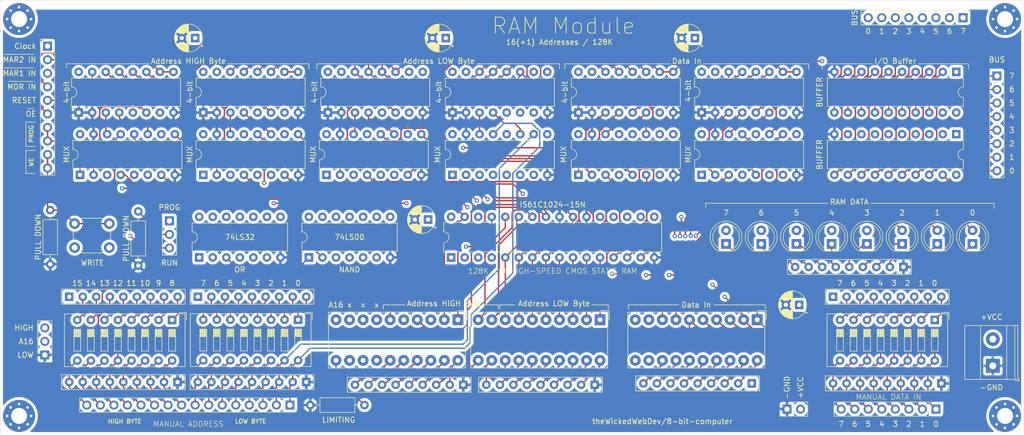
<source format=kicad_pcb>
(kicad_pcb (version 20171130) (host pcbnew "(5.1.9-0-10_14)")
  (layers (0 F.Cu signal) (1 In1.Cu signal) (2 In2.Cu signal hide) (31 B.Cu signal hide) (34 B.Paste user) (35 F.Paste user) (36 B.SilkS user) (37 F.SilkS user) (38 B.Mask user) (39 F.Mask user) (44 Edge.Cuts user))
  (net 0 "")
  (net 1 "Net-(BAR1-Pad20)")
  (net 2 "Net-(BAR1-Pad19)")
  (net 3 "Net-(BAR1-Pad18)")
  (net 4 "Net-(BAR1-Pad17)")
  (net 5 "Net-(BAR1-Pad9)")
  (net 6 A16)
  (net 7 "Net-(BAR1-Pad11)")
  (net 8 "Net-(BAR1-Pad12)")
  (net 9 "Net-(BAR1-Pad8)")
  (net 10 "Net-(BAR1-Pad7)")
  (net 11 /MAR_15)
  (net 12 /MAR_14)
  (net 13 "Net-(BAR1-Pad16)")
  (net 14 "Net-(BAR1-Pad15)")
  (net 15 "Net-(BAR1-Pad14)")
  (net 16 "Net-(BAR1-Pad13)")
  (net 17 /MAR_13)
  (net 18 /MAR_12)
  (net 19 /MAR_11)
  (net 20 /MAR_10)
  (net 21 "Net-(BAR2-Pad20)")
  (net 22 "Net-(BAR2-Pad19)")
  (net 23 "Net-(BAR2-Pad18)")
  (net 24 "Net-(BAR2-Pad17)")
  (net 25 /MAR_08)
  (net 26 /MAR_09)
  (net 27 "Net-(BAR2-Pad11)")
  (net 28 "Net-(BAR2-Pad12)")
  (net 29 /MAR_07)
  (net 30 /MAR_06)
  (net 31 /MAR_05)
  (net 32 /MAR_04)
  (net 33 "Net-(BAR2-Pad16)")
  (net 34 "Net-(BAR2-Pad15)")
  (net 35 "Net-(BAR2-Pad14)")
  (net 36 "Net-(BAR2-Pad13)")
  (net 37 /MAR_03)
  (net 38 /MAR_02)
  (net 39 /MAR_01)
  (net 40 /MAR_00)
  (net 41 WRITE_ENABLE)
  (net 42 VCC)
  (net 43 /IO7)
  (net 44 "Net-(D1-Pad1)")
  (net 45 /IO6)
  (net 46 "Net-(D2-Pad1)")
  (net 47 /IO5)
  (net 48 "Net-(D3-Pad1)")
  (net 49 /IO4)
  (net 50 "Net-(D4-Pad1)")
  (net 51 /IO3)
  (net 52 "Net-(D5-Pad1)")
  (net 53 /IO2)
  (net 54 "Net-(D6-Pad1)")
  (net 55 /IO1)
  (net 56 "Net-(D7-Pad1)")
  (net 57 /IO0)
  (net 58 "Net-(D8-Pad1)")
  (net 59 D0)
  (net 60 D1)
  (net 61 D2)
  (net 62 D3)
  (net 63 D4)
  (net 64 D5)
  (net 65 D6)
  (net 66 D7)
  (net 67 OUTPUT_ENABLE)
  (net 68 PROGRAM_MODE)
  (net 69 MAR1_IN)
  (net 70 MAR2_IN)
  (net 71 CLOCK)
  (net 72 "Net-(R3-Pad2)")
  (net 73 /MANUAL_MEM_ADR_15)
  (net 74 /MANUAL_MEM_ADR_14)
  (net 75 /MANUAL_MEM_ADR_13)
  (net 76 /MANUAL_MEM_ADR_12)
  (net 77 /MANUAL_MEM_ADR_11)
  (net 78 /MANUAL_MEM_ADR_10)
  (net 79 /MANUAL_MEM_ADR_09)
  (net 80 /MANUAL_MEM_ADR_08)
  (net 81 "Net-(RN5-Pad9)")
  (net 82 "Net-(RN5-Pad8)")
  (net 83 "Net-(RN5-Pad7)")
  (net 84 "Net-(RN5-Pad6)")
  (net 85 "Net-(RN5-Pad5)")
  (net 86 "Net-(RN5-Pad4)")
  (net 87 "Net-(RN5-Pad3)")
  (net 88 "Net-(RN5-Pad2)")
  (net 89 /MANUAL_MEM_ADR_07)
  (net 90 /MANUAL_MEM_ADR_06)
  (net 91 /MANUAL_MEM_ADR_05)
  (net 92 /MANUAL_MEM_ADR_04)
  (net 93 /MANUAL_MEM_ADR_03)
  (net 94 /MANUAL_MEM_ADR_02)
  (net 95 /MANUAL_MEM_ADR_01)
  (net 96 /MANUAL_MEM_ADR_00)
  (net 97 "Net-(RN7-Pad9)")
  (net 98 "Net-(RN7-Pad8)")
  (net 99 "Net-(RN7-Pad7)")
  (net 100 "Net-(RN7-Pad6)")
  (net 101 "Net-(RN7-Pad5)")
  (net 102 "Net-(RN7-Pad4)")
  (net 103 "Net-(RN7-Pad3)")
  (net 104 "Net-(RN7-Pad2)")
  (net 105 "Net-(U1-Pad3)")
  (net 106 "Net-(U1-Pad1)")
  (net 107 BUS_04)
  (net 108 BUS_05)
  (net 109 BUS_06)
  (net 110 BUS_07)
  (net 111 BUS_00)
  (net 112 BUS_01)
  (net 113 BUS_02)
  (net 114 BUS_03)
  (net 115 "Net-(U9-Pad1)")
  (net 116 /MANUAL_DATA_07)
  (net 117 /MANUAL_DATA_06)
  (net 118 /MANUAL_DATA_05)
  (net 119 /MANUAL_DATA_04)
  (net 120 /MANUAL_DATA_03)
  (net 121 /MANUAL_DATA_02)
  (net 122 /MANUAL_DATA_01)
  (net 123 /MANUAL_DATA_00)
  (net 124 "Net-(RN9-Pad9)")
  (net 125 "Net-(RN9-Pad8)")
  (net 126 "Net-(RN9-Pad7)")
  (net 127 "Net-(RN9-Pad6)")
  (net 128 "Net-(RN9-Pad5)")
  (net 129 "Net-(RN9-Pad4)")
  (net 130 "Net-(RN9-Pad3)")
  (net 131 "Net-(RN9-Pad2)")
  (net 132 "Net-(U14-Pad6)")
  (net 133 "Net-(U14-Pad5)")
  (net 134 "Net-(U14-Pad4)")
  (net 135 "Net-(U14-Pad3)")
  (net 136 MDR_IN)
  (net 137 "Net-(U16-Pad6)")
  (net 138 "Net-(U16-Pad5)")
  (net 139 "Net-(U16-Pad4)")
  (net 140 "Net-(U16-Pad3)")
  (net 141 GND)
  (net 142 "Net-(BAR3-Pad20)")
  (net 143 "Net-(BAR3-Pad19)")
  (net 144 "Net-(BAR3-Pad18)")
  (net 145 "Net-(BAR3-Pad17)")
  (net 146 "Net-(BAR3-Pad9)")
  (net 147 "Net-(BAR3-Pad10)")
  (net 148 "Net-(BAR3-Pad11)")
  (net 149 "Net-(BAR3-Pad12)")
  (net 150 "Net-(BAR3-Pad16)")
  (net 151 "Net-(BAR3-Pad15)")
  (net 152 "Net-(BAR3-Pad14)")
  (net 153 "Net-(BAR3-Pad13)")
  (net 154 "Net-(RN10-Pad1)")
  (net 155 /A15)
  (net 156 /A14)
  (net 157 /A13)
  (net 158 /A12)
  (net 159 /A11)
  (net 160 /A10)
  (net 161 /A8)
  (net 162 /A9)
  (net 163 /A7)
  (net 164 /A6)
  (net 165 /A5)
  (net 166 /A4)
  (net 167 /A3)
  (net 168 /A2)
  (net 169 /A1)
  (net 170 /A0)
  (net 171 RESET)
  (module Connector_PinHeader_2.54mm:PinHeader_1x08_P2.54mm_Vertical (layer F.Cu) (at 245.11 34.29 270)
    (fp_text reference J8 hide)
    (fp_text value Conn_01x08 hide)
    (pad 8 thru_hole oval (at 0 17.78 270) (size 1.7 1.7) (drill 1) (layers *.Cu *.Mask) (net 111 BUS_00))
    (pad 7 thru_hole oval (at 0 15.24 270) (size 1.7 1.7) (drill 1) (layers *.Cu *.Mask) (net 112 BUS_01))
    (pad 6 thru_hole oval (at 0 12.7 270) (size 1.7 1.7) (drill 1) (layers *.Cu *.Mask) (net 113 BUS_02))
    (pad 5 thru_hole oval (at 0 10.16 270) (size 1.7 1.7) (drill 1) (layers *.Cu *.Mask) (net 114 BUS_03))
    (pad 4 thru_hole oval (at 0 7.62 270) (size 1.7 1.7) (drill 1) (layers *.Cu *.Mask) (net 107 BUS_04))
    (pad 3 thru_hole oval (at 0 5.08 270) (size 1.7 1.7) (drill 1) (layers *.Cu *.Mask) (net 108 BUS_05))
    (pad 2 thru_hole oval (at 0 2.54 270) (size 1.7 1.7) (drill 1) (layers *.Cu *.Mask) (net 109 BUS_06))
    (pad 1 thru_hole rect (at 0 0 270) (size 1.7 1.7) (drill 1) (layers *.Cu *.Mask) (net 110 BUS_07))
  )
  (module MountingHole:MountingHole_3mm_Pad_Via (layer F.Cu) (at 68.072 108.966)
    (fp_text reference REF** hide)
    (fp_text value MountingHole_3mm_Pad_Via hide)
    (pad 1 thru_hole circle (at 0 0) (size 6 6) (drill 3) (layers *.Cu *.Mask))
    (pad 1 thru_hole circle (at 2.25 0) (size 0.8 0.8) (drill 0.5) (layers *.Cu *.Mask))
    (pad 1 thru_hole circle (at 1.59099 1.59099) (size 0.8 0.8) (drill 0.5) (layers *.Cu *.Mask))
    (pad 1 thru_hole circle (at 0 2.25) (size 0.8 0.8) (drill 0.5) (layers *.Cu *.Mask))
    (pad 1 thru_hole circle (at -1.59099 1.59099) (size 0.8 0.8) (drill 0.5) (layers *.Cu *.Mask))
    (pad 1 thru_hole circle (at -2.25 0) (size 0.8 0.8) (drill 0.5) (layers *.Cu *.Mask))
    (pad 1 thru_hole circle (at -1.59099 -1.59099) (size 0.8 0.8) (drill 0.5) (layers *.Cu *.Mask))
    (pad 1 thru_hole circle (at 0 -2.25) (size 0.8 0.8) (drill 0.5) (layers *.Cu *.Mask))
    (pad 1 thru_hole circle (at 1.59099 -1.59099) (size 0.8 0.8) (drill 0.5) (layers *.Cu *.Mask))
  )
  (module MountingHole:MountingHole_3mm_Pad_Via (layer F.Cu) (at 252.984 108.966)
    (fp_text reference REF** hide)
    (fp_text value MountingHole_3mm_Pad_Via hide)
    (pad 1 thru_hole circle (at 1.59099 -1.59099) (size 0.8 0.8) (drill 0.5) (layers *.Cu *.Mask))
    (pad 1 thru_hole circle (at 0 -2.25) (size 0.8 0.8) (drill 0.5) (layers *.Cu *.Mask))
    (pad 1 thru_hole circle (at -1.59099 -1.59099) (size 0.8 0.8) (drill 0.5) (layers *.Cu *.Mask))
    (pad 1 thru_hole circle (at -2.25 0) (size 0.8 0.8) (drill 0.5) (layers *.Cu *.Mask))
    (pad 1 thru_hole circle (at -1.59099 1.59099) (size 0.8 0.8) (drill 0.5) (layers *.Cu *.Mask))
    (pad 1 thru_hole circle (at 0 2.25) (size 0.8 0.8) (drill 0.5) (layers *.Cu *.Mask))
    (pad 1 thru_hole circle (at 1.59099 1.59099) (size 0.8 0.8) (drill 0.5) (layers *.Cu *.Mask))
    (pad 1 thru_hole circle (at 2.25 0) (size 0.8 0.8) (drill 0.5) (layers *.Cu *.Mask))
    (pad 1 thru_hole circle (at 0 0) (size 6 6) (drill 3) (layers *.Cu *.Mask))
  )
  (module MountingHole:MountingHole_3mm_Pad_Via (layer F.Cu) (at 252.984 34.544)
    (fp_text reference REF** hide)
    (fp_text value MountingHole_3mm_Pad_Via hide)
    (pad 1 thru_hole circle (at 0 0) (size 6 6) (drill 3) (layers *.Cu *.Mask))
    (pad 1 thru_hole circle (at 2.25 0) (size 0.8 0.8) (drill 0.5) (layers *.Cu *.Mask))
    (pad 1 thru_hole circle (at 1.59099 1.59099) (size 0.8 0.8) (drill 0.5) (layers *.Cu *.Mask))
    (pad 1 thru_hole circle (at 0 2.25) (size 0.8 0.8) (drill 0.5) (layers *.Cu *.Mask))
    (pad 1 thru_hole circle (at -1.59099 1.59099) (size 0.8 0.8) (drill 0.5) (layers *.Cu *.Mask))
    (pad 1 thru_hole circle (at -2.25 0) (size 0.8 0.8) (drill 0.5) (layers *.Cu *.Mask))
    (pad 1 thru_hole circle (at -1.59099 -1.59099) (size 0.8 0.8) (drill 0.5) (layers *.Cu *.Mask))
    (pad 1 thru_hole circle (at 0 -2.25) (size 0.8 0.8) (drill 0.5) (layers *.Cu *.Mask))
    (pad 1 thru_hole circle (at 1.59099 -1.59099) (size 0.8 0.8) (drill 0.5) (layers *.Cu *.Mask))
  )
  (module MountingHole:MountingHole_3mm_Pad_Via (layer F.Cu) (at 68.072 34.544)
    (fp_text reference REF** hide)
    (fp_text value MountingHole_3mm_Pad_Via hide)
    (pad 1 thru_hole circle (at 1.59099 -1.59099) (size 0.8 0.8) (drill 0.5) (layers *.Cu *.Mask))
    (pad 1 thru_hole circle (at 0 -2.25) (size 0.8 0.8) (drill 0.5) (layers *.Cu *.Mask))
    (pad 1 thru_hole circle (at -1.59099 -1.59099) (size 0.8 0.8) (drill 0.5) (layers *.Cu *.Mask))
    (pad 1 thru_hole circle (at -2.25 0) (size 0.8 0.8) (drill 0.5) (layers *.Cu *.Mask))
    (pad 1 thru_hole circle (at -1.59099 1.59099) (size 0.8 0.8) (drill 0.5) (layers *.Cu *.Mask))
    (pad 1 thru_hole circle (at 0 2.25) (size 0.8 0.8) (drill 0.5) (layers *.Cu *.Mask))
    (pad 1 thru_hole circle (at 1.59099 1.59099) (size 0.8 0.8) (drill 0.5) (layers *.Cu *.Mask))
    (pad 1 thru_hole circle (at 2.25 0) (size 0.8 0.8) (drill 0.5) (layers *.Cu *.Mask))
    (pad 1 thru_hole circle (at 0 0) (size 6 6) (drill 3) (layers *.Cu *.Mask))
  )
  (module Connector_PinHeader_2.54mm:PinHeader_1x10_P2.54mm_Vertical (layer F.Cu) (at 73.406 39.624)
    (fp_text reference J3 hide)
    (fp_text value Conn_01x10 hide)
    (pad 10 thru_hole oval (at 0 22.86) (size 1.7 1.7) (drill 1) (layers *.Cu *.Mask) (net 41 WRITE_ENABLE))
    (pad 9 thru_hole oval (at 0 20.32) (size 1.7 1.7) (drill 1) (layers *.Cu *.Mask) (net 41 WRITE_ENABLE))
    (pad 8 thru_hole oval (at 0 17.78) (size 1.7 1.7) (drill 1) (layers *.Cu *.Mask) (net 68 PROGRAM_MODE))
    (pad 7 thru_hole oval (at 0 15.24) (size 1.7 1.7) (drill 1) (layers *.Cu *.Mask) (net 68 PROGRAM_MODE))
    (pad 6 thru_hole oval (at 0 12.7) (size 1.7 1.7) (drill 1) (layers *.Cu *.Mask) (net 67 OUTPUT_ENABLE))
    (pad 5 thru_hole oval (at 0 10.16) (size 1.7 1.7) (drill 1) (layers *.Cu *.Mask) (net 171 RESET))
    (pad 4 thru_hole oval (at 0 7.62) (size 1.7 1.7) (drill 1) (layers *.Cu *.Mask) (net 136 MDR_IN))
    (pad 3 thru_hole oval (at 0 5.08) (size 1.7 1.7) (drill 1) (layers *.Cu *.Mask) (net 69 MAR1_IN))
    (pad 2 thru_hole oval (at 0 2.54) (size 1.7 1.7) (drill 1) (layers *.Cu *.Mask) (net 70 MAR2_IN))
    (pad 1 thru_hole rect (at 0 0) (size 1.7 1.7) (drill 1) (layers *.Cu *.Mask) (net 71 CLOCK))
  )
  (module Connector_PinHeader_2.54mm:PinHeader_1x03_P2.54mm_Vertical (layer F.Cu) (at 72.898 97.536 180)
    (fp_text reference J7 hide)
    (fp_text value Conn_01x08)
    (pad 3 thru_hole oval (at 0 5.08 180) (size 1.7 1.7) (drill 1) (layers *.Cu *.Mask) (net 42 VCC))
    (pad 2 thru_hole oval (at 0 2.54 180) (size 1.7 1.7) (drill 1) (layers *.Cu *.Mask) (net 6 A16))
    (pad 1 thru_hole rect (at 0 0 180) (size 1.7 1.7) (drill 1) (layers *.Cu *.Mask) (net 141 GND))
  )
  (module Connector_PinHeader_2.54mm:PinHeader_1x03_P2.54mm_Vertical (layer F.Cu) (at 96.266 72.39)
    (fp_text reference SW1 hide)
    (fp_text value SW_SPDT)
    (pad 3 thru_hole oval (at 0 5.08) (size 1.7 1.7) (drill 1) (layers *.Cu *.Mask) (net 72 "Net-(R3-Pad2)"))
    (pad 2 thru_hole oval (at 0 2.54) (size 1.7 1.7) (drill 1) (layers *.Cu *.Mask) (net 68 PROGRAM_MODE))
    (pad 1 thru_hole rect (at 0 0) (size 1.7 1.7) (drill 1) (layers *.Cu *.Mask) (net 42 VCC))
  )
  (module LED_THT:LED_D5.0mm (layer F.Cu) (at 200.66 76.708 90)
    (fp_text reference D1 hide)
    (fp_text value LED)
    (pad 2 thru_hole circle (at 2.54 0 90) (size 1.8 1.8) (drill 0.9) (layers *.Cu *.Mask) (net 43 /IO7))
    (pad 1 thru_hole rect (at 0 0 90) (size 1.8 1.8) (drill 0.9) (layers *.Cu *.Mask) (net 44 "Net-(D1-Pad1)"))
  )
  (module Resistor_THT:R_Array_SIP9 (layer F.Cu) (at 205.486 102.87 180)
    (fp_text reference RN10 hide)
    (fp_text value R_Network08_US hide)
    (pad 9 thru_hole oval (at 20.32 0 180) (size 1.6 1.6) (drill 0.8) (layers *.Cu *.Mask) (net 153 "Net-(BAR3-Pad13)"))
    (pad 8 thru_hole oval (at 17.78 0 180) (size 1.6 1.6) (drill 0.8) (layers *.Cu *.Mask) (net 152 "Net-(BAR3-Pad14)"))
    (pad 7 thru_hole oval (at 15.24 0 180) (size 1.6 1.6) (drill 0.8) (layers *.Cu *.Mask) (net 151 "Net-(BAR3-Pad15)"))
    (pad 6 thru_hole oval (at 12.7 0 180) (size 1.6 1.6) (drill 0.8) (layers *.Cu *.Mask) (net 150 "Net-(BAR3-Pad16)"))
    (pad 5 thru_hole oval (at 10.16 0 180) (size 1.6 1.6) (drill 0.8) (layers *.Cu *.Mask) (net 145 "Net-(BAR3-Pad17)"))
    (pad 4 thru_hole oval (at 7.62 0 180) (size 1.6 1.6) (drill 0.8) (layers *.Cu *.Mask) (net 144 "Net-(BAR3-Pad18)"))
    (pad 3 thru_hole oval (at 5.08 0 180) (size 1.6 1.6) (drill 0.8) (layers *.Cu *.Mask) (net 143 "Net-(BAR3-Pad19)"))
    (pad 2 thru_hole oval (at 2.54 0 180) (size 1.6 1.6) (drill 0.8) (layers *.Cu *.Mask) (net 142 "Net-(BAR3-Pad20)"))
    (pad 1 thru_hole rect (at 0 0 180) (size 1.6 1.6) (drill 0.8) (layers *.Cu *.Mask) (net 154 "Net-(RN10-Pad1)"))
  )
  (module Display:HDSP-4830 (layer F.Cu) (at 206.502 90.932 270)
    (fp_text reference BAR3 hide)
    (fp_text value HDSP-4830_2)
    (pad 20 thru_hole circle (at 7.62 0 180) (size 2.032 2.032) (drill 0.9144) (layers *.Cu *.Mask) (net 142 "Net-(BAR3-Pad20)"))
    (pad 19 thru_hole circle (at 7.62 2.54 180) (size 2.032 2.032) (drill 0.9144) (layers *.Cu *.Mask) (net 143 "Net-(BAR3-Pad19)"))
    (pad 18 thru_hole circle (at 7.62 5.08 180) (size 2.032 2.032) (drill 0.9144) (layers *.Cu *.Mask) (net 144 "Net-(BAR3-Pad18)"))
    (pad 17 thru_hole circle (at 7.62 7.62 180) (size 2.032 2.032) (drill 0.9144) (layers *.Cu *.Mask) (net 145 "Net-(BAR3-Pad17)"))
    (pad 9 thru_hole circle (at 0 20.32 180) (size 2.032 2.032) (drill 0.9144) (layers *.Cu *.Mask) (net 146 "Net-(BAR3-Pad9)"))
    (pad 10 thru_hole circle (at 0 22.86 180) (size 2.032 2.032) (drill 0.9144) (layers *.Cu *.Mask) (net 147 "Net-(BAR3-Pad10)"))
    (pad 11 thru_hole circle (at 7.62 22.86 180) (size 2.032 2.032) (drill 0.9144) (layers *.Cu *.Mask) (net 148 "Net-(BAR3-Pad11)"))
    (pad 12 thru_hole circle (at 7.62 20.32 180) (size 2.032 2.032) (drill 0.9144) (layers *.Cu *.Mask) (net 149 "Net-(BAR3-Pad12)"))
    (pad 8 thru_hole circle (at 0 17.78 180) (size 2.032 2.032) (drill 0.9144) (layers *.Cu *.Mask) (net 116 /MANUAL_DATA_07))
    (pad 7 thru_hole circle (at 0 15.24 180) (size 2.032 2.032) (drill 0.9144) (layers *.Cu *.Mask) (net 117 /MANUAL_DATA_06))
    (pad 6 thru_hole circle (at 0 12.7 180) (size 2.032 2.032) (drill 0.9144) (layers *.Cu *.Mask) (net 118 /MANUAL_DATA_05))
    (pad 5 thru_hole circle (at 0 10.16 180) (size 2.032 2.032) (drill 0.9144) (layers *.Cu *.Mask) (net 119 /MANUAL_DATA_04))
    (pad 16 thru_hole circle (at 7.62 10.16 180) (size 2.032 2.032) (drill 0.9144) (layers *.Cu *.Mask) (net 150 "Net-(BAR3-Pad16)"))
    (pad 15 thru_hole circle (at 7.62 12.7 180) (size 2.032 2.032) (drill 0.9144) (layers *.Cu *.Mask) (net 151 "Net-(BAR3-Pad15)"))
    (pad 14 thru_hole circle (at 7.62 15.24 180) (size 2.032 2.032) (drill 0.9144) (layers *.Cu *.Mask) (net 152 "Net-(BAR3-Pad14)"))
    (pad 13 thru_hole circle (at 7.62 17.78 180) (size 2.032 2.032) (drill 0.9144) (layers *.Cu *.Mask) (net 153 "Net-(BAR3-Pad13)"))
    (pad 4 thru_hole circle (at 0 7.62 180) (size 2.032 2.032) (drill 0.9144) (layers *.Cu *.Mask) (net 120 /MANUAL_DATA_03))
    (pad 3 thru_hole circle (at 0 5.08 180) (size 2.032 2.032) (drill 0.9144) (layers *.Cu *.Mask) (net 121 /MANUAL_DATA_02))
    (pad 2 thru_hole circle (at 0 2.54 180) (size 2.032 2.032) (drill 0.9144) (layers *.Cu *.Mask) (net 122 /MANUAL_DATA_01))
    (pad 1 thru_hole rect (at 0 0 180) (size 2.032 2.032) (drill 0.9144) (layers *.Cu *.Mask) (net 123 /MANUAL_DATA_00))
  )
  (module Package_DIP:DIP-20_W7.62mm (layer F.Cu) (at 243.84 44.45 270)
    (fp_text reference U13 hide)
    (fp_text value 74LS245)
    (pad 20 thru_hole oval (at 7.62 0 270) (size 1.6 1.6) (drill 0.8) (layers *.Cu *.Mask) (net 42 VCC))
    (pad 10 thru_hole oval (at 0 22.86 270) (size 1.6 1.6) (drill 0.8) (layers *.Cu *.Mask) (net 141 GND))
    (pad 19 thru_hole oval (at 7.62 2.54 270) (size 1.6 1.6) (drill 0.8) (layers *.Cu *.Mask) (net 67 OUTPUT_ENABLE))
    (pad 9 thru_hole oval (at 0 20.32 270) (size 1.6 1.6) (drill 0.8) (layers *.Cu *.Mask) (net 43 /IO7))
    (pad 18 thru_hole oval (at 7.62 5.08 270) (size 1.6 1.6) (drill 0.8) (layers *.Cu *.Mask) (net 111 BUS_00))
    (pad 8 thru_hole oval (at 0 17.78 270) (size 1.6 1.6) (drill 0.8) (layers *.Cu *.Mask) (net 45 /IO6))
    (pad 17 thru_hole oval (at 7.62 7.62 270) (size 1.6 1.6) (drill 0.8) (layers *.Cu *.Mask) (net 112 BUS_01))
    (pad 7 thru_hole oval (at 0 15.24 270) (size 1.6 1.6) (drill 0.8) (layers *.Cu *.Mask) (net 47 /IO5))
    (pad 16 thru_hole oval (at 7.62 10.16 270) (size 1.6 1.6) (drill 0.8) (layers *.Cu *.Mask) (net 113 BUS_02))
    (pad 6 thru_hole oval (at 0 12.7 270) (size 1.6 1.6) (drill 0.8) (layers *.Cu *.Mask) (net 49 /IO4))
    (pad 15 thru_hole oval (at 7.62 12.7 270) (size 1.6 1.6) (drill 0.8) (layers *.Cu *.Mask) (net 114 BUS_03))
    (pad 5 thru_hole oval (at 0 10.16 270) (size 1.6 1.6) (drill 0.8) (layers *.Cu *.Mask) (net 51 /IO3))
    (pad 14 thru_hole oval (at 7.62 15.24 270) (size 1.6 1.6) (drill 0.8) (layers *.Cu *.Mask) (net 107 BUS_04))
    (pad 4 thru_hole oval (at 0 7.62 270) (size 1.6 1.6) (drill 0.8) (layers *.Cu *.Mask) (net 53 /IO2))
    (pad 13 thru_hole oval (at 7.62 17.78 270) (size 1.6 1.6) (drill 0.8) (layers *.Cu *.Mask) (net 108 BUS_05))
    (pad 3 thru_hole oval (at 0 5.08 270) (size 1.6 1.6) (drill 0.8) (layers *.Cu *.Mask) (net 55 /IO1))
    (pad 12 thru_hole oval (at 7.62 20.32 270) (size 1.6 1.6) (drill 0.8) (layers *.Cu *.Mask) (net 109 BUS_06))
    (pad 2 thru_hole oval (at 0 2.54 270) (size 1.6 1.6) (drill 0.8) (layers *.Cu *.Mask) (net 57 /IO0))
    (pad 11 thru_hole oval (at 7.62 22.86 270) (size 1.6 1.6) (drill 0.8) (layers *.Cu *.Mask) (net 110 BUS_07))
    (pad 1 thru_hole rect (at 0 0 270) (size 1.6 1.6) (drill 0.8) (layers *.Cu *.Mask) (net 42 VCC))
  )
  (module Package_DIP:DIP-20_W7.62mm (layer F.Cu) (at 243.84 56.134 270)
    (fp_text reference U11 hide)
    (fp_text value 74LS245)
    (pad 20 thru_hole oval (at 7.62 0 270) (size 1.6 1.6) (drill 0.8) (layers *.Cu *.Mask) (net 42 VCC))
    (pad 10 thru_hole oval (at 0 22.86 270) (size 1.6 1.6) (drill 0.8) (layers *.Cu *.Mask) (net 141 GND))
    (pad 19 thru_hole oval (at 7.62 2.54 270) (size 1.6 1.6) (drill 0.8) (layers *.Cu *.Mask) (net 105 "Net-(U1-Pad3)"))
    (pad 9 thru_hole oval (at 0 20.32 270) (size 1.6 1.6) (drill 0.8) (layers *.Cu *.Mask) (net 66 D7))
    (pad 18 thru_hole oval (at 7.62 5.08 270) (size 1.6 1.6) (drill 0.8) (layers *.Cu *.Mask) (net 57 /IO0))
    (pad 8 thru_hole oval (at 0 17.78 270) (size 1.6 1.6) (drill 0.8) (layers *.Cu *.Mask) (net 65 D6))
    (pad 17 thru_hole oval (at 7.62 7.62 270) (size 1.6 1.6) (drill 0.8) (layers *.Cu *.Mask) (net 55 /IO1))
    (pad 7 thru_hole oval (at 0 15.24 270) (size 1.6 1.6) (drill 0.8) (layers *.Cu *.Mask) (net 64 D5))
    (pad 16 thru_hole oval (at 7.62 10.16 270) (size 1.6 1.6) (drill 0.8) (layers *.Cu *.Mask) (net 53 /IO2))
    (pad 6 thru_hole oval (at 0 12.7 270) (size 1.6 1.6) (drill 0.8) (layers *.Cu *.Mask) (net 63 D4))
    (pad 15 thru_hole oval (at 7.62 12.7 270) (size 1.6 1.6) (drill 0.8) (layers *.Cu *.Mask) (net 51 /IO3))
    (pad 5 thru_hole oval (at 0 10.16 270) (size 1.6 1.6) (drill 0.8) (layers *.Cu *.Mask) (net 62 D3))
    (pad 14 thru_hole oval (at 7.62 15.24 270) (size 1.6 1.6) (drill 0.8) (layers *.Cu *.Mask) (net 49 /IO4))
    (pad 4 thru_hole oval (at 0 7.62 270) (size 1.6 1.6) (drill 0.8) (layers *.Cu *.Mask) (net 61 D2))
    (pad 13 thru_hole oval (at 7.62 17.78 270) (size 1.6 1.6) (drill 0.8) (layers *.Cu *.Mask) (net 47 /IO5))
    (pad 3 thru_hole oval (at 0 5.08 270) (size 1.6 1.6) (drill 0.8) (layers *.Cu *.Mask) (net 60 D1))
    (pad 12 thru_hole oval (at 7.62 20.32 270) (size 1.6 1.6) (drill 0.8) (layers *.Cu *.Mask) (net 45 /IO6))
    (pad 2 thru_hole oval (at 0 2.54 270) (size 1.6 1.6) (drill 0.8) (layers *.Cu *.Mask) (net 59 D0))
    (pad 11 thru_hole oval (at 7.62 22.86 270) (size 1.6 1.6) (drill 0.8) (layers *.Cu *.Mask) (net 43 /IO7))
    (pad 1 thru_hole rect (at 0 0 270) (size 1.6 1.6) (drill 0.8) (layers *.Cu *.Mask) (net 42 VCC))
  )
  (module Package_DIP:DIP-14_W7.62mm (layer F.Cu) (at 101.854 79.248 90)
    (fp_text reference U2 hide)
    (fp_text value 74LS32)
    (pad 1 thru_hole rect (at 0 0 90) (size 1.6 1.6) (drill 0.8) (layers *.Cu *.Mask) (net 68 PROGRAM_MODE))
    (pad 8 thru_hole oval (at 7.62 15.24 90) (size 1.6 1.6) (drill 0.8) (layers *.Cu *.Mask))
    (pad 2 thru_hole oval (at 0 2.54 90) (size 1.6 1.6) (drill 0.8) (layers *.Cu *.Mask) (net 71 CLOCK))
    (pad 9 thru_hole oval (at 7.62 12.7 90) (size 1.6 1.6) (drill 0.8) (layers *.Cu *.Mask))
    (pad 3 thru_hole oval (at 0 5.08 90) (size 1.6 1.6) (drill 0.8) (layers *.Cu *.Mask) (net 106 "Net-(U1-Pad1)"))
    (pad 10 thru_hole oval (at 7.62 10.16 90) (size 1.6 1.6) (drill 0.8) (layers *.Cu *.Mask))
    (pad 4 thru_hole oval (at 0 7.62 90) (size 1.6 1.6) (drill 0.8) (layers *.Cu *.Mask))
    (pad 11 thru_hole oval (at 7.62 7.62 90) (size 1.6 1.6) (drill 0.8) (layers *.Cu *.Mask))
    (pad 5 thru_hole oval (at 0 10.16 90) (size 1.6 1.6) (drill 0.8) (layers *.Cu *.Mask))
    (pad 12 thru_hole oval (at 7.62 5.08 90) (size 1.6 1.6) (drill 0.8) (layers *.Cu *.Mask))
    (pad 6 thru_hole oval (at 0 12.7 90) (size 1.6 1.6) (drill 0.8) (layers *.Cu *.Mask))
    (pad 13 thru_hole oval (at 7.62 2.54 90) (size 1.6 1.6) (drill 0.8) (layers *.Cu *.Mask))
    (pad 7 thru_hole oval (at 0 15.24 90) (size 1.6 1.6) (drill 0.8) (layers *.Cu *.Mask) (net 141 GND))
    (pad 14 thru_hole oval (at 7.62 0 90) (size 1.6 1.6) (drill 0.8) (layers *.Cu *.Mask) (net 42 VCC))
  )
  (module Package_DIP:DIP-14_W7.62mm (layer F.Cu) (at 122.428 79.248 90)
    (fp_text reference U1 hide)
    (fp_text value 74LS00)
    (pad 1 thru_hole rect (at 0 0 90) (size 1.6 1.6) (drill 0.8) (layers *.Cu *.Mask) (net 106 "Net-(U1-Pad1)"))
    (pad 8 thru_hole oval (at 7.62 15.24 90) (size 1.6 1.6) (drill 0.8) (layers *.Cu *.Mask))
    (pad 2 thru_hole oval (at 0 2.54 90) (size 1.6 1.6) (drill 0.8) (layers *.Cu *.Mask) (net 41 WRITE_ENABLE))
    (pad 9 thru_hole oval (at 7.62 12.7 90) (size 1.6 1.6) (drill 0.8) (layers *.Cu *.Mask))
    (pad 3 thru_hole oval (at 0 5.08 90) (size 1.6 1.6) (drill 0.8) (layers *.Cu *.Mask) (net 105 "Net-(U1-Pad3)"))
    (pad 10 thru_hole oval (at 7.62 10.16 90) (size 1.6 1.6) (drill 0.8) (layers *.Cu *.Mask))
    (pad 4 thru_hole oval (at 0 7.62 90) (size 1.6 1.6) (drill 0.8) (layers *.Cu *.Mask))
    (pad 11 thru_hole oval (at 7.62 7.62 90) (size 1.6 1.6) (drill 0.8) (layers *.Cu *.Mask))
    (pad 5 thru_hole oval (at 0 10.16 90) (size 1.6 1.6) (drill 0.8) (layers *.Cu *.Mask))
    (pad 12 thru_hole oval (at 7.62 5.08 90) (size 1.6 1.6) (drill 0.8) (layers *.Cu *.Mask))
    (pad 6 thru_hole oval (at 0 12.7 90) (size 1.6 1.6) (drill 0.8) (layers *.Cu *.Mask))
    (pad 13 thru_hole oval (at 7.62 2.54 90) (size 1.6 1.6) (drill 0.8) (layers *.Cu *.Mask))
    (pad 7 thru_hole oval (at 0 15.24 90) (size 1.6 1.6) (drill 0.8) (layers *.Cu *.Mask) (net 141 GND))
    (pad 14 thru_hole oval (at 7.62 0 90) (size 1.6 1.6) (drill 0.8) (layers *.Cu *.Mask) (net 42 VCC))
  )
  (module Package_DIP:DIP-16_W7.62mm (layer F.Cu) (at 196.088 63.754 90)
    (fp_text reference U17 hide)
    (fp_text value 74LS157)
    (pad 16 thru_hole oval (at 7.62 0 90) (size 1.6 1.6) (drill 0.8) (layers *.Cu *.Mask) (net 42 VCC))
    (pad 8 thru_hole oval (at 0 17.78 90) (size 1.6 1.6) (drill 0.8) (layers *.Cu *.Mask) (net 141 GND))
    (pad 15 thru_hole oval (at 7.62 2.54 90) (size 1.6 1.6) (drill 0.8) (layers *.Cu *.Mask) (net 141 GND))
    (pad 7 thru_hole oval (at 0 15.24 90) (size 1.6 1.6) (drill 0.8) (layers *.Cu *.Mask) (net 60 D1))
    (pad 14 thru_hole oval (at 7.62 5.08 90) (size 1.6 1.6) (drill 0.8) (layers *.Cu *.Mask) (net 137 "Net-(U16-Pad6)"))
    (pad 6 thru_hole oval (at 0 12.7 90) (size 1.6 1.6) (drill 0.8) (layers *.Cu *.Mask) (net 120 /MANUAL_DATA_03))
    (pad 13 thru_hole oval (at 7.62 7.62 90) (size 1.6 1.6) (drill 0.8) (layers *.Cu *.Mask) (net 122 /MANUAL_DATA_01))
    (pad 5 thru_hole oval (at 0 10.16 90) (size 1.6 1.6) (drill 0.8) (layers *.Cu *.Mask) (net 139 "Net-(U16-Pad4)"))
    (pad 12 thru_hole oval (at 7.62 10.16 90) (size 1.6 1.6) (drill 0.8) (layers *.Cu *.Mask) (net 62 D3))
    (pad 4 thru_hole oval (at 0 7.62 90) (size 1.6 1.6) (drill 0.8) (layers *.Cu *.Mask) (net 59 D0))
    (pad 11 thru_hole oval (at 7.62 12.7 90) (size 1.6 1.6) (drill 0.8) (layers *.Cu *.Mask) (net 138 "Net-(U16-Pad5)"))
    (pad 3 thru_hole oval (at 0 5.08 90) (size 1.6 1.6) (drill 0.8) (layers *.Cu *.Mask) (net 123 /MANUAL_DATA_00))
    (pad 10 thru_hole oval (at 7.62 15.24 90) (size 1.6 1.6) (drill 0.8) (layers *.Cu *.Mask) (net 121 /MANUAL_DATA_02))
    (pad 2 thru_hole oval (at 0 2.54 90) (size 1.6 1.6) (drill 0.8) (layers *.Cu *.Mask) (net 140 "Net-(U16-Pad3)"))
    (pad 9 thru_hole oval (at 7.62 17.78 90) (size 1.6 1.6) (drill 0.8) (layers *.Cu *.Mask) (net 61 D2))
    (pad 1 thru_hole rect (at 0 0 90) (size 1.6 1.6) (drill 0.8) (layers *.Cu *.Mask) (net 68 PROGRAM_MODE))
  )
  (module Package_DIP:DIP-16_W7.62mm (layer F.Cu) (at 196.088 52.07 90)
    (fp_text reference U16 hide)
    (fp_text value 74LS173)
    (pad 16 thru_hole oval (at 7.62 0 90) (size 1.6 1.6) (drill 0.8) (layers *.Cu *.Mask) (net 42 VCC))
    (pad 8 thru_hole oval (at 0 17.78 90) (size 1.6 1.6) (drill 0.8) (layers *.Cu *.Mask) (net 141 GND))
    (pad 15 thru_hole oval (at 7.62 2.54 90) (size 1.6 1.6) (drill 0.8) (layers *.Cu *.Mask) (net 171 RESET))
    (pad 7 thru_hole oval (at 0 15.24 90) (size 1.6 1.6) (drill 0.8) (layers *.Cu *.Mask) (net 71 CLOCK))
    (pad 14 thru_hole oval (at 7.62 5.08 90) (size 1.6 1.6) (drill 0.8) (layers *.Cu *.Mask) (net 111 BUS_00))
    (pad 6 thru_hole oval (at 0 12.7 90) (size 1.6 1.6) (drill 0.8) (layers *.Cu *.Mask) (net 137 "Net-(U16-Pad6)"))
    (pad 13 thru_hole oval (at 7.62 7.62 90) (size 1.6 1.6) (drill 0.8) (layers *.Cu *.Mask) (net 112 BUS_01))
    (pad 5 thru_hole oval (at 0 10.16 90) (size 1.6 1.6) (drill 0.8) (layers *.Cu *.Mask) (net 138 "Net-(U16-Pad5)"))
    (pad 12 thru_hole oval (at 7.62 10.16 90) (size 1.6 1.6) (drill 0.8) (layers *.Cu *.Mask) (net 113 BUS_02))
    (pad 4 thru_hole oval (at 0 7.62 90) (size 1.6 1.6) (drill 0.8) (layers *.Cu *.Mask) (net 139 "Net-(U16-Pad4)"))
    (pad 11 thru_hole oval (at 7.62 12.7 90) (size 1.6 1.6) (drill 0.8) (layers *.Cu *.Mask) (net 114 BUS_03))
    (pad 3 thru_hole oval (at 0 5.08 90) (size 1.6 1.6) (drill 0.8) (layers *.Cu *.Mask) (net 140 "Net-(U16-Pad3)"))
    (pad 10 thru_hole oval (at 7.62 15.24 90) (size 1.6 1.6) (drill 0.8) (layers *.Cu *.Mask) (net 136 MDR_IN))
    (pad 2 thru_hole oval (at 0 2.54 90) (size 1.6 1.6) (drill 0.8) (layers *.Cu *.Mask) (net 141 GND))
    (pad 9 thru_hole oval (at 7.62 17.78 90) (size 1.6 1.6) (drill 0.8) (layers *.Cu *.Mask) (net 136 MDR_IN))
    (pad 1 thru_hole rect (at 0 0 90) (size 1.6 1.6) (drill 0.8) (layers *.Cu *.Mask) (net 141 GND))
  )
  (module Package_DIP:DIP-16_W7.62mm (layer F.Cu) (at 172.974 63.754 90)
    (fp_text reference U15 hide)
    (fp_text value 74LS157)
    (pad 16 thru_hole oval (at 7.62 0 90) (size 1.6 1.6) (drill 0.8) (layers *.Cu *.Mask) (net 42 VCC))
    (pad 8 thru_hole oval (at 0 17.78 90) (size 1.6 1.6) (drill 0.8) (layers *.Cu *.Mask) (net 141 GND))
    (pad 15 thru_hole oval (at 7.62 2.54 90) (size 1.6 1.6) (drill 0.8) (layers *.Cu *.Mask) (net 141 GND))
    (pad 7 thru_hole oval (at 0 15.24 90) (size 1.6 1.6) (drill 0.8) (layers *.Cu *.Mask) (net 64 D5))
    (pad 14 thru_hole oval (at 7.62 5.08 90) (size 1.6 1.6) (drill 0.8) (layers *.Cu *.Mask) (net 132 "Net-(U14-Pad6)"))
    (pad 6 thru_hole oval (at 0 12.7 90) (size 1.6 1.6) (drill 0.8) (layers *.Cu *.Mask) (net 118 /MANUAL_DATA_05))
    (pad 13 thru_hole oval (at 7.62 7.62 90) (size 1.6 1.6) (drill 0.8) (layers *.Cu *.Mask) (net 116 /MANUAL_DATA_07))
    (pad 5 thru_hole oval (at 0 10.16 90) (size 1.6 1.6) (drill 0.8) (layers *.Cu *.Mask) (net 134 "Net-(U14-Pad4)"))
    (pad 12 thru_hole oval (at 7.62 10.16 90) (size 1.6 1.6) (drill 0.8) (layers *.Cu *.Mask) (net 66 D7))
    (pad 4 thru_hole oval (at 0 7.62 90) (size 1.6 1.6) (drill 0.8) (layers *.Cu *.Mask) (net 63 D4))
    (pad 11 thru_hole oval (at 7.62 12.7 90) (size 1.6 1.6) (drill 0.8) (layers *.Cu *.Mask) (net 133 "Net-(U14-Pad5)"))
    (pad 3 thru_hole oval (at 0 5.08 90) (size 1.6 1.6) (drill 0.8) (layers *.Cu *.Mask) (net 119 /MANUAL_DATA_04))
    (pad 10 thru_hole oval (at 7.62 15.24 90) (size 1.6 1.6) (drill 0.8) (layers *.Cu *.Mask) (net 117 /MANUAL_DATA_06))
    (pad 2 thru_hole oval (at 0 2.54 90) (size 1.6 1.6) (drill 0.8) (layers *.Cu *.Mask) (net 135 "Net-(U14-Pad3)"))
    (pad 9 thru_hole oval (at 7.62 17.78 90) (size 1.6 1.6) (drill 0.8) (layers *.Cu *.Mask) (net 65 D6))
    (pad 1 thru_hole rect (at 0 0 90) (size 1.6 1.6) (drill 0.8) (layers *.Cu *.Mask) (net 68 PROGRAM_MODE))
  )
  (module Package_DIP:DIP-16_W7.62mm (layer F.Cu) (at 172.974 52.07 90)
    (fp_text reference U14 hide)
    (fp_text value 74LS173)
    (pad 16 thru_hole oval (at 7.62 0 90) (size 1.6 1.6) (drill 0.8) (layers *.Cu *.Mask) (net 42 VCC))
    (pad 8 thru_hole oval (at 0 17.78 90) (size 1.6 1.6) (drill 0.8) (layers *.Cu *.Mask) (net 141 GND))
    (pad 15 thru_hole oval (at 7.62 2.54 90) (size 1.6 1.6) (drill 0.8) (layers *.Cu *.Mask) (net 171 RESET))
    (pad 7 thru_hole oval (at 0 15.24 90) (size 1.6 1.6) (drill 0.8) (layers *.Cu *.Mask) (net 71 CLOCK))
    (pad 14 thru_hole oval (at 7.62 5.08 90) (size 1.6 1.6) (drill 0.8) (layers *.Cu *.Mask) (net 107 BUS_04))
    (pad 6 thru_hole oval (at 0 12.7 90) (size 1.6 1.6) (drill 0.8) (layers *.Cu *.Mask) (net 132 "Net-(U14-Pad6)"))
    (pad 13 thru_hole oval (at 7.62 7.62 90) (size 1.6 1.6) (drill 0.8) (layers *.Cu *.Mask) (net 108 BUS_05))
    (pad 5 thru_hole oval (at 0 10.16 90) (size 1.6 1.6) (drill 0.8) (layers *.Cu *.Mask) (net 133 "Net-(U14-Pad5)"))
    (pad 12 thru_hole oval (at 7.62 10.16 90) (size 1.6 1.6) (drill 0.8) (layers *.Cu *.Mask) (net 109 BUS_06))
    (pad 4 thru_hole oval (at 0 7.62 90) (size 1.6 1.6) (drill 0.8) (layers *.Cu *.Mask) (net 134 "Net-(U14-Pad4)"))
    (pad 11 thru_hole oval (at 7.62 12.7 90) (size 1.6 1.6) (drill 0.8) (layers *.Cu *.Mask) (net 110 BUS_07))
    (pad 3 thru_hole oval (at 0 5.08 90) (size 1.6 1.6) (drill 0.8) (layers *.Cu *.Mask) (net 135 "Net-(U14-Pad3)"))
    (pad 10 thru_hole oval (at 7.62 15.24 90) (size 1.6 1.6) (drill 0.8) (layers *.Cu *.Mask) (net 136 MDR_IN))
    (pad 2 thru_hole oval (at 0 2.54 90) (size 1.6 1.6) (drill 0.8) (layers *.Cu *.Mask) (net 141 GND))
    (pad 9 thru_hole oval (at 7.62 17.78 90) (size 1.6 1.6) (drill 0.8) (layers *.Cu *.Mask) (net 136 MDR_IN))
    (pad 1 thru_hole rect (at 0 0 90) (size 1.6 1.6) (drill 0.8) (layers *.Cu *.Mask) (net 141 GND))
  )
  (module Package_DIP:DIP-16_W7.62mm (layer F.Cu) (at 149.352 52.07 90)
    (fp_text reference U12 hide)
    (fp_text value 74LS173)
    (pad 16 thru_hole oval (at 7.62 0 90) (size 1.6 1.6) (drill 0.8) (layers *.Cu *.Mask) (net 42 VCC))
    (pad 8 thru_hole oval (at 0 17.78 90) (size 1.6 1.6) (drill 0.8) (layers *.Cu *.Mask) (net 141 GND))
    (pad 15 thru_hole oval (at 7.62 2.54 90) (size 1.6 1.6) (drill 0.8) (layers *.Cu *.Mask) (net 171 RESET))
    (pad 7 thru_hole oval (at 0 15.24 90) (size 1.6 1.6) (drill 0.8) (layers *.Cu *.Mask) (net 71 CLOCK))
    (pad 14 thru_hole oval (at 7.62 5.08 90) (size 1.6 1.6) (drill 0.8) (layers *.Cu *.Mask) (net 111 BUS_00))
    (pad 6 thru_hole oval (at 0 12.7 90) (size 1.6 1.6) (drill 0.8) (layers *.Cu *.Mask) (net 37 /MAR_03))
    (pad 13 thru_hole oval (at 7.62 7.62 90) (size 1.6 1.6) (drill 0.8) (layers *.Cu *.Mask) (net 112 BUS_01))
    (pad 5 thru_hole oval (at 0 10.16 90) (size 1.6 1.6) (drill 0.8) (layers *.Cu *.Mask) (net 38 /MAR_02))
    (pad 12 thru_hole oval (at 7.62 10.16 90) (size 1.6 1.6) (drill 0.8) (layers *.Cu *.Mask) (net 113 BUS_02))
    (pad 4 thru_hole oval (at 0 7.62 90) (size 1.6 1.6) (drill 0.8) (layers *.Cu *.Mask) (net 39 /MAR_01))
    (pad 11 thru_hole oval (at 7.62 12.7 90) (size 1.6 1.6) (drill 0.8) (layers *.Cu *.Mask) (net 114 BUS_03))
    (pad 3 thru_hole oval (at 0 5.08 90) (size 1.6 1.6) (drill 0.8) (layers *.Cu *.Mask) (net 40 /MAR_00))
    (pad 10 thru_hole oval (at 7.62 15.24 90) (size 1.6 1.6) (drill 0.8) (layers *.Cu *.Mask) (net 69 MAR1_IN))
    (pad 2 thru_hole oval (at 0 2.54 90) (size 1.6 1.6) (drill 0.8) (layers *.Cu *.Mask) (net 141 GND))
    (pad 9 thru_hole oval (at 7.62 17.78 90) (size 1.6 1.6) (drill 0.8) (layers *.Cu *.Mask) (net 69 MAR1_IN))
    (pad 1 thru_hole rect (at 0 0 90) (size 1.6 1.6) (drill 0.8) (layers *.Cu *.Mask) (net 141 GND))
  )
  (module Package_DIP:DIP-16_W7.62mm (layer F.Cu) (at 125.984 52.07 90)
    (fp_text reference U10 hide)
    (fp_text value 74LS173)
    (pad 16 thru_hole oval (at 7.62 0 90) (size 1.6 1.6) (drill 0.8) (layers *.Cu *.Mask) (net 42 VCC))
    (pad 8 thru_hole oval (at 0 17.78 90) (size 1.6 1.6) (drill 0.8) (layers *.Cu *.Mask) (net 141 GND))
    (pad 15 thru_hole oval (at 7.62 2.54 90) (size 1.6 1.6) (drill 0.8) (layers *.Cu *.Mask) (net 171 RESET))
    (pad 7 thru_hole oval (at 0 15.24 90) (size 1.6 1.6) (drill 0.8) (layers *.Cu *.Mask) (net 71 CLOCK))
    (pad 14 thru_hole oval (at 7.62 5.08 90) (size 1.6 1.6) (drill 0.8) (layers *.Cu *.Mask) (net 107 BUS_04))
    (pad 6 thru_hole oval (at 0 12.7 90) (size 1.6 1.6) (drill 0.8) (layers *.Cu *.Mask) (net 29 /MAR_07))
    (pad 13 thru_hole oval (at 7.62 7.62 90) (size 1.6 1.6) (drill 0.8) (layers *.Cu *.Mask) (net 108 BUS_05))
    (pad 5 thru_hole oval (at 0 10.16 90) (size 1.6 1.6) (drill 0.8) (layers *.Cu *.Mask) (net 30 /MAR_06))
    (pad 12 thru_hole oval (at 7.62 10.16 90) (size 1.6 1.6) (drill 0.8) (layers *.Cu *.Mask) (net 109 BUS_06))
    (pad 4 thru_hole oval (at 0 7.62 90) (size 1.6 1.6) (drill 0.8) (layers *.Cu *.Mask) (net 31 /MAR_05))
    (pad 11 thru_hole oval (at 7.62 12.7 90) (size 1.6 1.6) (drill 0.8) (layers *.Cu *.Mask) (net 110 BUS_07))
    (pad 3 thru_hole oval (at 0 5.08 90) (size 1.6 1.6) (drill 0.8) (layers *.Cu *.Mask) (net 32 /MAR_04))
    (pad 10 thru_hole oval (at 7.62 15.24 90) (size 1.6 1.6) (drill 0.8) (layers *.Cu *.Mask) (net 69 MAR1_IN))
    (pad 2 thru_hole oval (at 0 2.54 90) (size 1.6 1.6) (drill 0.8) (layers *.Cu *.Mask) (net 141 GND))
    (pad 9 thru_hole oval (at 7.62 17.78 90) (size 1.6 1.6) (drill 0.8) (layers *.Cu *.Mask) (net 69 MAR1_IN))
    (pad 1 thru_hole rect (at 0 0 90) (size 1.6 1.6) (drill 0.8) (layers *.Cu *.Mask) (net 141 GND))
  )
  (module Package_DIP:DIP-32_W7.62mm (layer F.Cu) (at 149.098 79.248 90)
    (fp_text reference U9 hide)
    (fp_text value IS61C1024-15N hide)
    (pad 32 thru_hole oval (at 7.62 0 90) (size 1.6 1.6) (drill 0.8) (layers *.Cu *.Mask) (net 42 VCC))
    (pad 16 thru_hole oval (at 0 38.1 90) (size 1.6 1.6) (drill 0.8) (layers *.Cu *.Mask) (net 141 GND))
    (pad 31 thru_hole oval (at 7.62 2.54 90) (size 1.6 1.6) (drill 0.8) (layers *.Cu *.Mask) (net 155 /A15))
    (pad 15 thru_hole oval (at 0 35.56 90) (size 1.6 1.6) (drill 0.8) (layers *.Cu *.Mask) (net 53 /IO2))
    (pad 30 thru_hole oval (at 7.62 5.08 90) (size 1.6 1.6) (drill 0.8) (layers *.Cu *.Mask) (net 42 VCC))
    (pad 14 thru_hole oval (at 0 33.02 90) (size 1.6 1.6) (drill 0.8) (layers *.Cu *.Mask) (net 55 /IO1))
    (pad 29 thru_hole oval (at 7.62 7.62 90) (size 1.6 1.6) (drill 0.8) (layers *.Cu *.Mask) (net 105 "Net-(U1-Pad3)"))
    (pad 13 thru_hole oval (at 0 30.48 90) (size 1.6 1.6) (drill 0.8) (layers *.Cu *.Mask) (net 57 /IO0))
    (pad 28 thru_hole oval (at 7.62 10.16 90) (size 1.6 1.6) (drill 0.8) (layers *.Cu *.Mask) (net 157 /A13))
    (pad 12 thru_hole oval (at 0 27.94 90) (size 1.6 1.6) (drill 0.8) (layers *.Cu *.Mask) (net 170 /A0))
    (pad 27 thru_hole oval (at 7.62 12.7 90) (size 1.6 1.6) (drill 0.8) (layers *.Cu *.Mask) (net 161 /A8))
    (pad 11 thru_hole oval (at 0 25.4 90) (size 1.6 1.6) (drill 0.8) (layers *.Cu *.Mask) (net 169 /A1))
    (pad 26 thru_hole oval (at 7.62 15.24 90) (size 1.6 1.6) (drill 0.8) (layers *.Cu *.Mask) (net 162 /A9))
    (pad 10 thru_hole oval (at 0 22.86 90) (size 1.6 1.6) (drill 0.8) (layers *.Cu *.Mask) (net 168 /A2))
    (pad 25 thru_hole oval (at 7.62 17.78 90) (size 1.6 1.6) (drill 0.8) (layers *.Cu *.Mask) (net 159 /A11))
    (pad 9 thru_hole oval (at 0 20.32 90) (size 1.6 1.6) (drill 0.8) (layers *.Cu *.Mask) (net 167 /A3))
    (pad 24 thru_hole oval (at 7.62 20.32 90) (size 1.6 1.6) (drill 0.8) (layers *.Cu *.Mask) (net 141 GND))
    (pad 8 thru_hole oval (at 0 17.78 90) (size 1.6 1.6) (drill 0.8) (layers *.Cu *.Mask) (net 166 /A4))
    (pad 23 thru_hole oval (at 7.62 22.86 90) (size 1.6 1.6) (drill 0.8) (layers *.Cu *.Mask) (net 160 /A10))
    (pad 7 thru_hole oval (at 0 15.24 90) (size 1.6 1.6) (drill 0.8) (layers *.Cu *.Mask) (net 165 /A5))
    (pad 22 thru_hole oval (at 7.62 25.4 90) (size 1.6 1.6) (drill 0.8) (layers *.Cu *.Mask) (net 141 GND))
    (pad 6 thru_hole oval (at 0 12.7 90) (size 1.6 1.6) (drill 0.8) (layers *.Cu *.Mask) (net 164 /A6))
    (pad 21 thru_hole oval (at 7.62 27.94 90) (size 1.6 1.6) (drill 0.8) (layers *.Cu *.Mask) (net 43 /IO7))
    (pad 5 thru_hole oval (at 0 10.16 90) (size 1.6 1.6) (drill 0.8) (layers *.Cu *.Mask) (net 163 /A7))
    (pad 20 thru_hole oval (at 7.62 30.48 90) (size 1.6 1.6) (drill 0.8) (layers *.Cu *.Mask) (net 45 /IO6))
    (pad 4 thru_hole oval (at 0 7.62 90) (size 1.6 1.6) (drill 0.8) (layers *.Cu *.Mask) (net 158 /A12))
    (pad 19 thru_hole oval (at 7.62 33.02 90) (size 1.6 1.6) (drill 0.8) (layers *.Cu *.Mask) (net 47 /IO5))
    (pad 3 thru_hole oval (at 0 5.08 90) (size 1.6 1.6) (drill 0.8) (layers *.Cu *.Mask) (net 156 /A14))
    (pad 18 thru_hole oval (at 7.62 35.56 90) (size 1.6 1.6) (drill 0.8) (layers *.Cu *.Mask) (net 49 /IO4))
    (pad 2 thru_hole oval (at 0 2.54 90) (size 1.6 1.6) (drill 0.8) (layers *.Cu *.Mask) (net 6 A16))
    (pad 17 thru_hole oval (at 7.62 38.1 90) (size 1.6 1.6) (drill 0.8) (layers *.Cu *.Mask) (net 51 /IO3))
    (pad 1 thru_hole rect (at 0 0 90) (size 1.6 1.6) (drill 0.8) (layers *.Cu *.Mask) (net 115 "Net-(U9-Pad1)"))
  )
  (module Package_DIP:DIP-16_W7.62mm (layer F.Cu) (at 102.616 52.07 90)
    (fp_text reference U8 hide)
    (fp_text value 74LS173)
    (pad 16 thru_hole oval (at 7.62 0 90) (size 1.6 1.6) (drill 0.8) (layers *.Cu *.Mask) (net 42 VCC))
    (pad 8 thru_hole oval (at 0 17.78 90) (size 1.6 1.6) (drill 0.8) (layers *.Cu *.Mask) (net 141 GND))
    (pad 15 thru_hole oval (at 7.62 2.54 90) (size 1.6 1.6) (drill 0.8) (layers *.Cu *.Mask) (net 171 RESET))
    (pad 7 thru_hole oval (at 0 15.24 90) (size 1.6 1.6) (drill 0.8) (layers *.Cu *.Mask) (net 71 CLOCK))
    (pad 14 thru_hole oval (at 7.62 5.08 90) (size 1.6 1.6) (drill 0.8) (layers *.Cu *.Mask) (net 111 BUS_00))
    (pad 6 thru_hole oval (at 0 12.7 90) (size 1.6 1.6) (drill 0.8) (layers *.Cu *.Mask) (net 19 /MAR_11))
    (pad 13 thru_hole oval (at 7.62 7.62 90) (size 1.6 1.6) (drill 0.8) (layers *.Cu *.Mask) (net 112 BUS_01))
    (pad 5 thru_hole oval (at 0 10.16 90) (size 1.6 1.6) (drill 0.8) (layers *.Cu *.Mask) (net 20 /MAR_10))
    (pad 12 thru_hole oval (at 7.62 10.16 90) (size 1.6 1.6) (drill 0.8) (layers *.Cu *.Mask) (net 113 BUS_02))
    (pad 4 thru_hole oval (at 0 7.62 90) (size 1.6 1.6) (drill 0.8) (layers *.Cu *.Mask) (net 26 /MAR_09))
    (pad 11 thru_hole oval (at 7.62 12.7 90) (size 1.6 1.6) (drill 0.8) (layers *.Cu *.Mask) (net 114 BUS_03))
    (pad 3 thru_hole oval (at 0 5.08 90) (size 1.6 1.6) (drill 0.8) (layers *.Cu *.Mask) (net 25 /MAR_08))
    (pad 10 thru_hole oval (at 7.62 15.24 90) (size 1.6 1.6) (drill 0.8) (layers *.Cu *.Mask) (net 70 MAR2_IN))
    (pad 2 thru_hole oval (at 0 2.54 90) (size 1.6 1.6) (drill 0.8) (layers *.Cu *.Mask) (net 141 GND))
    (pad 9 thru_hole oval (at 7.62 17.78 90) (size 1.6 1.6) (drill 0.8) (layers *.Cu *.Mask) (net 70 MAR2_IN))
    (pad 1 thru_hole rect (at 0 0 90) (size 1.6 1.6) (drill 0.8) (layers *.Cu *.Mask) (net 141 GND))
  )
  (module Package_DIP:DIP-16_W7.62mm (layer F.Cu) (at 125.73 63.754 90)
    (fp_text reference U7 hide)
    (fp_text value 74LS157)
    (pad 16 thru_hole oval (at 7.62 0 90) (size 1.6 1.6) (drill 0.8) (layers *.Cu *.Mask) (net 42 VCC))
    (pad 8 thru_hole oval (at 0 17.78 90) (size 1.6 1.6) (drill 0.8) (layers *.Cu *.Mask) (net 141 GND))
    (pad 15 thru_hole oval (at 7.62 2.54 90) (size 1.6 1.6) (drill 0.8) (layers *.Cu *.Mask) (net 141 GND))
    (pad 7 thru_hole oval (at 0 15.24 90) (size 1.6 1.6) (drill 0.8) (layers *.Cu *.Mask) (net 164 /A6))
    (pad 14 thru_hole oval (at 7.62 5.08 90) (size 1.6 1.6) (drill 0.8) (layers *.Cu *.Mask) (net 32 /MAR_04))
    (pad 6 thru_hole oval (at 0 12.7 90) (size 1.6 1.6) (drill 0.8) (layers *.Cu *.Mask) (net 90 /MANUAL_MEM_ADR_06))
    (pad 13 thru_hole oval (at 7.62 7.62 90) (size 1.6 1.6) (drill 0.8) (layers *.Cu *.Mask) (net 92 /MANUAL_MEM_ADR_04))
    (pad 5 thru_hole oval (at 0 10.16 90) (size 1.6 1.6) (drill 0.8) (layers *.Cu *.Mask) (net 30 /MAR_06))
    (pad 12 thru_hole oval (at 7.62 10.16 90) (size 1.6 1.6) (drill 0.8) (layers *.Cu *.Mask) (net 166 /A4))
    (pad 4 thru_hole oval (at 0 7.62 90) (size 1.6 1.6) (drill 0.8) (layers *.Cu *.Mask) (net 163 /A7))
    (pad 11 thru_hole oval (at 7.62 12.7 90) (size 1.6 1.6) (drill 0.8) (layers *.Cu *.Mask) (net 31 /MAR_05))
    (pad 3 thru_hole oval (at 0 5.08 90) (size 1.6 1.6) (drill 0.8) (layers *.Cu *.Mask) (net 89 /MANUAL_MEM_ADR_07))
    (pad 10 thru_hole oval (at 7.62 15.24 90) (size 1.6 1.6) (drill 0.8) (layers *.Cu *.Mask) (net 91 /MANUAL_MEM_ADR_05))
    (pad 2 thru_hole oval (at 0 2.54 90) (size 1.6 1.6) (drill 0.8) (layers *.Cu *.Mask) (net 29 /MAR_07))
    (pad 9 thru_hole oval (at 7.62 17.78 90) (size 1.6 1.6) (drill 0.8) (layers *.Cu *.Mask) (net 165 /A5))
    (pad 1 thru_hole rect (at 0 0 90) (size 1.6 1.6) (drill 0.8) (layers *.Cu *.Mask) (net 68 PROGRAM_MODE))
  )
  (module Package_DIP:DIP-16_W7.62mm (layer F.Cu) (at 102.616 63.754 90)
    (fp_text reference U6 hide)
    (fp_text value 74LS157)
    (pad 16 thru_hole oval (at 7.62 0 90) (size 1.6 1.6) (drill 0.8) (layers *.Cu *.Mask) (net 42 VCC))
    (pad 8 thru_hole oval (at 0 17.78 90) (size 1.6 1.6) (drill 0.8) (layers *.Cu *.Mask) (net 141 GND))
    (pad 15 thru_hole oval (at 7.62 2.54 90) (size 1.6 1.6) (drill 0.8) (layers *.Cu *.Mask) (net 141 GND))
    (pad 7 thru_hole oval (at 0 15.24 90) (size 1.6 1.6) (drill 0.8) (layers *.Cu *.Mask) (net 160 /A10))
    (pad 14 thru_hole oval (at 7.62 5.08 90) (size 1.6 1.6) (drill 0.8) (layers *.Cu *.Mask) (net 25 /MAR_08))
    (pad 6 thru_hole oval (at 0 12.7 90) (size 1.6 1.6) (drill 0.8) (layers *.Cu *.Mask) (net 78 /MANUAL_MEM_ADR_10))
    (pad 13 thru_hole oval (at 7.62 7.62 90) (size 1.6 1.6) (drill 0.8) (layers *.Cu *.Mask) (net 80 /MANUAL_MEM_ADR_08))
    (pad 5 thru_hole oval (at 0 10.16 90) (size 1.6 1.6) (drill 0.8) (layers *.Cu *.Mask) (net 20 /MAR_10))
    (pad 12 thru_hole oval (at 7.62 10.16 90) (size 1.6 1.6) (drill 0.8) (layers *.Cu *.Mask) (net 161 /A8))
    (pad 4 thru_hole oval (at 0 7.62 90) (size 1.6 1.6) (drill 0.8) (layers *.Cu *.Mask) (net 159 /A11))
    (pad 11 thru_hole oval (at 7.62 12.7 90) (size 1.6 1.6) (drill 0.8) (layers *.Cu *.Mask) (net 26 /MAR_09))
    (pad 3 thru_hole oval (at 0 5.08 90) (size 1.6 1.6) (drill 0.8) (layers *.Cu *.Mask) (net 77 /MANUAL_MEM_ADR_11))
    (pad 10 thru_hole oval (at 7.62 15.24 90) (size 1.6 1.6) (drill 0.8) (layers *.Cu *.Mask) (net 79 /MANUAL_MEM_ADR_09))
    (pad 2 thru_hole oval (at 0 2.54 90) (size 1.6 1.6) (drill 0.8) (layers *.Cu *.Mask) (net 19 /MAR_11))
    (pad 9 thru_hole oval (at 7.62 17.78 90) (size 1.6 1.6) (drill 0.8) (layers *.Cu *.Mask) (net 162 /A9))
    (pad 1 thru_hole rect (at 0 0 90) (size 1.6 1.6) (drill 0.8) (layers *.Cu *.Mask) (net 68 PROGRAM_MODE))
  )
  (module Package_DIP:DIP-16_W7.62mm (layer F.Cu) (at 79.248 52.07 90)
    (fp_text reference U5 hide)
    (fp_text value 74LS173)
    (pad 16 thru_hole oval (at 7.62 0 90) (size 1.6 1.6) (drill 0.8) (layers *.Cu *.Mask) (net 42 VCC))
    (pad 8 thru_hole oval (at 0 17.78 90) (size 1.6 1.6) (drill 0.8) (layers *.Cu *.Mask) (net 141 GND))
    (pad 15 thru_hole oval (at 7.62 2.54 90) (size 1.6 1.6) (drill 0.8) (layers *.Cu *.Mask) (net 171 RESET))
    (pad 7 thru_hole oval (at 0 15.24 90) (size 1.6 1.6) (drill 0.8) (layers *.Cu *.Mask) (net 71 CLOCK))
    (pad 14 thru_hole oval (at 7.62 5.08 90) (size 1.6 1.6) (drill 0.8) (layers *.Cu *.Mask) (net 107 BUS_04))
    (pad 6 thru_hole oval (at 0 12.7 90) (size 1.6 1.6) (drill 0.8) (layers *.Cu *.Mask) (net 11 /MAR_15))
    (pad 13 thru_hole oval (at 7.62 7.62 90) (size 1.6 1.6) (drill 0.8) (layers *.Cu *.Mask) (net 108 BUS_05))
    (pad 5 thru_hole oval (at 0 10.16 90) (size 1.6 1.6) (drill 0.8) (layers *.Cu *.Mask) (net 12 /MAR_14))
    (pad 12 thru_hole oval (at 7.62 10.16 90) (size 1.6 1.6) (drill 0.8) (layers *.Cu *.Mask) (net 109 BUS_06))
    (pad 4 thru_hole oval (at 0 7.62 90) (size 1.6 1.6) (drill 0.8) (layers *.Cu *.Mask) (net 17 /MAR_13))
    (pad 11 thru_hole oval (at 7.62 12.7 90) (size 1.6 1.6) (drill 0.8) (layers *.Cu *.Mask) (net 110 BUS_07))
    (pad 3 thru_hole oval (at 0 5.08 90) (size 1.6 1.6) (drill 0.8) (layers *.Cu *.Mask) (net 18 /MAR_12))
    (pad 10 thru_hole oval (at 7.62 15.24 90) (size 1.6 1.6) (drill 0.8) (layers *.Cu *.Mask) (net 70 MAR2_IN))
    (pad 2 thru_hole oval (at 0 2.54 90) (size 1.6 1.6) (drill 0.8) (layers *.Cu *.Mask) (net 141 GND))
    (pad 9 thru_hole oval (at 7.62 17.78 90) (size 1.6 1.6) (drill 0.8) (layers *.Cu *.Mask) (net 70 MAR2_IN))
    (pad 1 thru_hole rect (at 0 0 90) (size 1.6 1.6) (drill 0.8) (layers *.Cu *.Mask) (net 141 GND))
  )
  (module Package_DIP:DIP-16_W7.62mm (layer F.Cu) (at 149.352 63.754 90)
    (fp_text reference U4 hide)
    (fp_text value 74LS157)
    (pad 16 thru_hole oval (at 7.62 0 90) (size 1.6 1.6) (drill 0.8) (layers *.Cu *.Mask) (net 42 VCC))
    (pad 8 thru_hole oval (at 0 17.78 90) (size 1.6 1.6) (drill 0.8) (layers *.Cu *.Mask) (net 141 GND))
    (pad 15 thru_hole oval (at 7.62 2.54 90) (size 1.6 1.6) (drill 0.8) (layers *.Cu *.Mask) (net 141 GND))
    (pad 7 thru_hole oval (at 0 15.24 90) (size 1.6 1.6) (drill 0.8) (layers *.Cu *.Mask) (net 168 /A2))
    (pad 14 thru_hole oval (at 7.62 5.08 90) (size 1.6 1.6) (drill 0.8) (layers *.Cu *.Mask) (net 40 /MAR_00))
    (pad 6 thru_hole oval (at 0 12.7 90) (size 1.6 1.6) (drill 0.8) (layers *.Cu *.Mask) (net 94 /MANUAL_MEM_ADR_02))
    (pad 13 thru_hole oval (at 7.62 7.62 90) (size 1.6 1.6) (drill 0.8) (layers *.Cu *.Mask) (net 96 /MANUAL_MEM_ADR_00))
    (pad 5 thru_hole oval (at 0 10.16 90) (size 1.6 1.6) (drill 0.8) (layers *.Cu *.Mask) (net 38 /MAR_02))
    (pad 12 thru_hole oval (at 7.62 10.16 90) (size 1.6 1.6) (drill 0.8) (layers *.Cu *.Mask) (net 170 /A0))
    (pad 4 thru_hole oval (at 0 7.62 90) (size 1.6 1.6) (drill 0.8) (layers *.Cu *.Mask) (net 167 /A3))
    (pad 11 thru_hole oval (at 7.62 12.7 90) (size 1.6 1.6) (drill 0.8) (layers *.Cu *.Mask) (net 39 /MAR_01))
    (pad 3 thru_hole oval (at 0 5.08 90) (size 1.6 1.6) (drill 0.8) (layers *.Cu *.Mask) (net 93 /MANUAL_MEM_ADR_03))
    (pad 10 thru_hole oval (at 7.62 15.24 90) (size 1.6 1.6) (drill 0.8) (layers *.Cu *.Mask) (net 95 /MANUAL_MEM_ADR_01))
    (pad 2 thru_hole oval (at 0 2.54 90) (size 1.6 1.6) (drill 0.8) (layers *.Cu *.Mask) (net 37 /MAR_03))
    (pad 9 thru_hole oval (at 7.62 17.78 90) (size 1.6 1.6) (drill 0.8) (layers *.Cu *.Mask) (net 169 /A1))
    (pad 1 thru_hole rect (at 0 0 90) (size 1.6 1.6) (drill 0.8) (layers *.Cu *.Mask) (net 68 PROGRAM_MODE))
  )
  (module Package_DIP:DIP-16_W7.62mm (layer F.Cu) (at 79.502 63.754 90)
    (fp_text reference U3 hide)
    (fp_text value 74LS157)
    (pad 16 thru_hole oval (at 7.62 0 90) (size 1.6 1.6) (drill 0.8) (layers *.Cu *.Mask) (net 42 VCC))
    (pad 8 thru_hole oval (at 0 17.78 90) (size 1.6 1.6) (drill 0.8) (layers *.Cu *.Mask) (net 141 GND))
    (pad 15 thru_hole oval (at 7.62 2.54 90) (size 1.6 1.6) (drill 0.8) (layers *.Cu *.Mask) (net 141 GND))
    (pad 7 thru_hole oval (at 0 15.24 90) (size 1.6 1.6) (drill 0.8) (layers *.Cu *.Mask) (net 156 /A14))
    (pad 14 thru_hole oval (at 7.62 5.08 90) (size 1.6 1.6) (drill 0.8) (layers *.Cu *.Mask) (net 18 /MAR_12))
    (pad 6 thru_hole oval (at 0 12.7 90) (size 1.6 1.6) (drill 0.8) (layers *.Cu *.Mask) (net 74 /MANUAL_MEM_ADR_14))
    (pad 13 thru_hole oval (at 7.62 7.62 90) (size 1.6 1.6) (drill 0.8) (layers *.Cu *.Mask) (net 76 /MANUAL_MEM_ADR_12))
    (pad 5 thru_hole oval (at 0 10.16 90) (size 1.6 1.6) (drill 0.8) (layers *.Cu *.Mask) (net 12 /MAR_14))
    (pad 12 thru_hole oval (at 7.62 10.16 90) (size 1.6 1.6) (drill 0.8) (layers *.Cu *.Mask) (net 158 /A12))
    (pad 4 thru_hole oval (at 0 7.62 90) (size 1.6 1.6) (drill 0.8) (layers *.Cu *.Mask) (net 155 /A15))
    (pad 11 thru_hole oval (at 7.62 12.7 90) (size 1.6 1.6) (drill 0.8) (layers *.Cu *.Mask) (net 17 /MAR_13))
    (pad 3 thru_hole oval (at 0 5.08 90) (size 1.6 1.6) (drill 0.8) (layers *.Cu *.Mask) (net 73 /MANUAL_MEM_ADR_15))
    (pad 10 thru_hole oval (at 7.62 15.24 90) (size 1.6 1.6) (drill 0.8) (layers *.Cu *.Mask) (net 75 /MANUAL_MEM_ADR_13))
    (pad 2 thru_hole oval (at 0 2.54 90) (size 1.6 1.6) (drill 0.8) (layers *.Cu *.Mask) (net 11 /MAR_15))
    (pad 9 thru_hole oval (at 7.62 17.78 90) (size 1.6 1.6) (drill 0.8) (layers *.Cu *.Mask) (net 157 /A13))
    (pad 1 thru_hole rect (at 0 0 90) (size 1.6 1.6) (drill 0.8) (layers *.Cu *.Mask) (net 68 PROGRAM_MODE))
  )
  (module Button_Switch_THT:SW_DIP_SPSTx08_Slide_9.78x22.5mm_W7.62mm_P2.54mm (layer F.Cu) (at 239.81 90.96 270)
    (fp_text reference SW5 hide)
    (fp_text value SW_DIP_x08 hide)
    (pad 16 thru_hole oval (at 7.62 0 270) (size 1.6 1.6) (drill 0.8) (layers *.Cu *.Mask) (net 123 /MANUAL_DATA_00))
    (pad 8 thru_hole oval (at 0 17.78 270) (size 1.6 1.6) (drill 0.8) (layers *.Cu *.Mask) (net 131 "Net-(RN9-Pad2)"))
    (pad 15 thru_hole oval (at 7.62 2.54 270) (size 1.6 1.6) (drill 0.8) (layers *.Cu *.Mask) (net 122 /MANUAL_DATA_01))
    (pad 7 thru_hole oval (at 0 15.24 270) (size 1.6 1.6) (drill 0.8) (layers *.Cu *.Mask) (net 130 "Net-(RN9-Pad3)"))
    (pad 14 thru_hole oval (at 7.62 5.08 270) (size 1.6 1.6) (drill 0.8) (layers *.Cu *.Mask) (net 121 /MANUAL_DATA_02))
    (pad 6 thru_hole oval (at 0 12.7 270) (size 1.6 1.6) (drill 0.8) (layers *.Cu *.Mask) (net 129 "Net-(RN9-Pad4)"))
    (pad 13 thru_hole oval (at 7.62 7.62 270) (size 1.6 1.6) (drill 0.8) (layers *.Cu *.Mask) (net 120 /MANUAL_DATA_03))
    (pad 5 thru_hole oval (at 0 10.16 270) (size 1.6 1.6) (drill 0.8) (layers *.Cu *.Mask) (net 128 "Net-(RN9-Pad5)"))
    (pad 12 thru_hole oval (at 7.62 10.16 270) (size 1.6 1.6) (drill 0.8) (layers *.Cu *.Mask) (net 119 /MANUAL_DATA_04))
    (pad 4 thru_hole oval (at 0 7.62 270) (size 1.6 1.6) (drill 0.8) (layers *.Cu *.Mask) (net 127 "Net-(RN9-Pad6)"))
    (pad 11 thru_hole oval (at 7.62 12.7 270) (size 1.6 1.6) (drill 0.8) (layers *.Cu *.Mask) (net 118 /MANUAL_DATA_05))
    (pad 3 thru_hole oval (at 0 5.08 270) (size 1.6 1.6) (drill 0.8) (layers *.Cu *.Mask) (net 126 "Net-(RN9-Pad7)"))
    (pad 10 thru_hole oval (at 7.62 15.24 270) (size 1.6 1.6) (drill 0.8) (layers *.Cu *.Mask) (net 117 /MANUAL_DATA_06))
    (pad 2 thru_hole oval (at 0 2.54 270) (size 1.6 1.6) (drill 0.8) (layers *.Cu *.Mask) (net 125 "Net-(RN9-Pad8)"))
    (pad 9 thru_hole oval (at 7.62 17.78 270) (size 1.6 1.6) (drill 0.8) (layers *.Cu *.Mask) (net 116 /MANUAL_DATA_07))
    (pad 1 thru_hole rect (at 0 0 270) (size 1.6 1.6) (drill 0.8) (layers *.Cu *.Mask) (net 124 "Net-(RN9-Pad9)"))
  )
  (module Button_Switch_THT:SW_DIP_SPSTx08_Slide_9.78x22.5mm_W7.62mm_P2.54mm (layer F.Cu) (at 120.396 90.932 270)
    (fp_text reference SW4 hide)
    (fp_text value SW_DIP_x08)
    (pad 16 thru_hole oval (at 7.62 0 270) (size 1.6 1.6) (drill 0.8) (layers *.Cu *.Mask) (net 96 /MANUAL_MEM_ADR_00))
    (pad 8 thru_hole oval (at 0 17.78 270) (size 1.6 1.6) (drill 0.8) (layers *.Cu *.Mask) (net 104 "Net-(RN7-Pad2)"))
    (pad 15 thru_hole oval (at 7.62 2.54 270) (size 1.6 1.6) (drill 0.8) (layers *.Cu *.Mask) (net 95 /MANUAL_MEM_ADR_01))
    (pad 7 thru_hole oval (at 0 15.24 270) (size 1.6 1.6) (drill 0.8) (layers *.Cu *.Mask) (net 103 "Net-(RN7-Pad3)"))
    (pad 14 thru_hole oval (at 7.62 5.08 270) (size 1.6 1.6) (drill 0.8) (layers *.Cu *.Mask) (net 94 /MANUAL_MEM_ADR_02))
    (pad 6 thru_hole oval (at 0 12.7 270) (size 1.6 1.6) (drill 0.8) (layers *.Cu *.Mask) (net 102 "Net-(RN7-Pad4)"))
    (pad 13 thru_hole oval (at 7.62 7.62 270) (size 1.6 1.6) (drill 0.8) (layers *.Cu *.Mask) (net 93 /MANUAL_MEM_ADR_03))
    (pad 5 thru_hole oval (at 0 10.16 270) (size 1.6 1.6) (drill 0.8) (layers *.Cu *.Mask) (net 101 "Net-(RN7-Pad5)"))
    (pad 12 thru_hole oval (at 7.62 10.16 270) (size 1.6 1.6) (drill 0.8) (layers *.Cu *.Mask) (net 92 /MANUAL_MEM_ADR_04))
    (pad 4 thru_hole oval (at 0 7.62 270) (size 1.6 1.6) (drill 0.8) (layers *.Cu *.Mask) (net 100 "Net-(RN7-Pad6)"))
    (pad 11 thru_hole oval (at 7.62 12.7 270) (size 1.6 1.6) (drill 0.8) (layers *.Cu *.Mask) (net 91 /MANUAL_MEM_ADR_05))
    (pad 3 thru_hole oval (at 0 5.08 270) (size 1.6 1.6) (drill 0.8) (layers *.Cu *.Mask) (net 99 "Net-(RN7-Pad7)"))
    (pad 10 thru_hole oval (at 7.62 15.24 270) (size 1.6 1.6) (drill 0.8) (layers *.Cu *.Mask) (net 90 /MANUAL_MEM_ADR_06))
    (pad 2 thru_hole oval (at 0 2.54 270) (size 1.6 1.6) (drill 0.8) (layers *.Cu *.Mask) (net 98 "Net-(RN7-Pad8)"))
    (pad 9 thru_hole oval (at 7.62 17.78 270) (size 1.6 1.6) (drill 0.8) (layers *.Cu *.Mask) (net 89 /MANUAL_MEM_ADR_07))
    (pad 1 thru_hole rect (at 0 0 270) (size 1.6 1.6) (drill 0.8) (layers *.Cu *.Mask) (net 97 "Net-(RN7-Pad9)"))
  )
  (module Button_Switch_THT:SW_DIP_SPSTx08_Slide_9.78x22.5mm_W7.62mm_P2.54mm (layer F.Cu) (at 96.774 90.97 270)
    (fp_text reference SW3 hide)
    (fp_text value SW_DIP_x08)
    (pad 16 thru_hole oval (at 7.62 0 270) (size 1.6 1.6) (drill 0.8) (layers *.Cu *.Mask) (net 80 /MANUAL_MEM_ADR_08))
    (pad 8 thru_hole oval (at 0 17.78 270) (size 1.6 1.6) (drill 0.8) (layers *.Cu *.Mask) (net 88 "Net-(RN5-Pad2)"))
    (pad 15 thru_hole oval (at 7.62 2.54 270) (size 1.6 1.6) (drill 0.8) (layers *.Cu *.Mask) (net 79 /MANUAL_MEM_ADR_09))
    (pad 7 thru_hole oval (at 0 15.24 270) (size 1.6 1.6) (drill 0.8) (layers *.Cu *.Mask) (net 87 "Net-(RN5-Pad3)"))
    (pad 14 thru_hole oval (at 7.62 5.08 270) (size 1.6 1.6) (drill 0.8) (layers *.Cu *.Mask) (net 78 /MANUAL_MEM_ADR_10))
    (pad 6 thru_hole oval (at 0 12.7 270) (size 1.6 1.6) (drill 0.8) (layers *.Cu *.Mask) (net 86 "Net-(RN5-Pad4)"))
    (pad 13 thru_hole oval (at 7.62 7.62 270) (size 1.6 1.6) (drill 0.8) (layers *.Cu *.Mask) (net 77 /MANUAL_MEM_ADR_11))
    (pad 5 thru_hole oval (at 0 10.16 270) (size 1.6 1.6) (drill 0.8) (layers *.Cu *.Mask) (net 85 "Net-(RN5-Pad5)"))
    (pad 12 thru_hole oval (at 7.62 10.16 270) (size 1.6 1.6) (drill 0.8) (layers *.Cu *.Mask) (net 76 /MANUAL_MEM_ADR_12))
    (pad 4 thru_hole oval (at 0 7.62 270) (size 1.6 1.6) (drill 0.8) (layers *.Cu *.Mask) (net 84 "Net-(RN5-Pad6)"))
    (pad 11 thru_hole oval (at 7.62 12.7 270) (size 1.6 1.6) (drill 0.8) (layers *.Cu *.Mask) (net 75 /MANUAL_MEM_ADR_13))
    (pad 3 thru_hole oval (at 0 5.08 270) (size 1.6 1.6) (drill 0.8) (layers *.Cu *.Mask) (net 83 "Net-(RN5-Pad7)"))
    (pad 10 thru_hole oval (at 7.62 15.24 270) (size 1.6 1.6) (drill 0.8) (layers *.Cu *.Mask) (net 74 /MANUAL_MEM_ADR_14))
    (pad 2 thru_hole oval (at 0 2.54 270) (size 1.6 1.6) (drill 0.8) (layers *.Cu *.Mask) (net 82 "Net-(RN5-Pad8)"))
    (pad 9 thru_hole oval (at 7.62 17.78 270) (size 1.6 1.6) (drill 0.8) (layers *.Cu *.Mask) (net 73 /MANUAL_MEM_ADR_15))
    (pad 1 thru_hole rect (at 0 0 270) (size 1.6 1.6) (drill 0.8) (layers *.Cu *.Mask) (net 81 "Net-(RN5-Pad9)"))
  )
  (module Button_Switch_THT:SW_PUSH_6mm_H5mm (layer F.Cu) (at 78.486 72.898)
    (fp_text reference SW2 hide)
    (fp_text value SW_Push)
    (pad 1 thru_hole circle (at 6.5 0 90) (size 2 2) (drill 1.1) (layers *.Cu *.Mask) (net 41 WRITE_ENABLE))
    (pad 2 thru_hole circle (at 6.5 4.5 90) (size 2 2) (drill 1.1) (layers *.Cu *.Mask) (net 42 VCC))
    (pad 1 thru_hole circle (at 0 0 90) (size 2 2) (drill 1.1) (layers *.Cu *.Mask) (net 41 WRITE_ENABLE))
    (pad 2 thru_hole circle (at 0 4.5 90) (size 2 2) (drill 1.1) (layers *.Cu *.Mask) (net 42 VCC))
  )
  (module Resistor_THT:R_Array_SIP9 (layer F.Cu) (at 220.726 86.614)
    (fp_text reference RN9 hide)
    (fp_text value R_Network08_US hide)
    (pad 9 thru_hole oval (at 20.32 0) (size 1.6 1.6) (drill 0.8) (layers *.Cu *.Mask) (net 124 "Net-(RN9-Pad9)"))
    (pad 8 thru_hole oval (at 17.78 0) (size 1.6 1.6) (drill 0.8) (layers *.Cu *.Mask) (net 125 "Net-(RN9-Pad8)"))
    (pad 7 thru_hole oval (at 15.24 0) (size 1.6 1.6) (drill 0.8) (layers *.Cu *.Mask) (net 126 "Net-(RN9-Pad7)"))
    (pad 6 thru_hole oval (at 12.7 0) (size 1.6 1.6) (drill 0.8) (layers *.Cu *.Mask) (net 127 "Net-(RN9-Pad6)"))
    (pad 5 thru_hole oval (at 10.16 0) (size 1.6 1.6) (drill 0.8) (layers *.Cu *.Mask) (net 128 "Net-(RN9-Pad5)"))
    (pad 4 thru_hole oval (at 7.62 0) (size 1.6 1.6) (drill 0.8) (layers *.Cu *.Mask) (net 129 "Net-(RN9-Pad4)"))
    (pad 3 thru_hole oval (at 5.08 0) (size 1.6 1.6) (drill 0.8) (layers *.Cu *.Mask) (net 130 "Net-(RN9-Pad3)"))
    (pad 2 thru_hole oval (at 2.54 0) (size 1.6 1.6) (drill 0.8) (layers *.Cu *.Mask) (net 131 "Net-(RN9-Pad2)"))
    (pad 1 thru_hole rect (at 0 0) (size 1.6 1.6) (drill 0.8) (layers *.Cu *.Mask) (net 42 VCC))
  )
  (module Resistor_THT:R_Array_SIP9 (layer F.Cu) (at 241.046 102.87 180)
    (fp_text reference RN8 hide)
    (fp_text value R_Network08_US hide)
    (pad 9 thru_hole oval (at 20.32 0 180) (size 1.6 1.6) (drill 0.8) (layers *.Cu *.Mask) (net 116 /MANUAL_DATA_07))
    (pad 8 thru_hole oval (at 17.78 0 180) (size 1.6 1.6) (drill 0.8) (layers *.Cu *.Mask) (net 117 /MANUAL_DATA_06))
    (pad 7 thru_hole oval (at 15.24 0 180) (size 1.6 1.6) (drill 0.8) (layers *.Cu *.Mask) (net 118 /MANUAL_DATA_05))
    (pad 6 thru_hole oval (at 12.7 0 180) (size 1.6 1.6) (drill 0.8) (layers *.Cu *.Mask) (net 119 /MANUAL_DATA_04))
    (pad 5 thru_hole oval (at 10.16 0 180) (size 1.6 1.6) (drill 0.8) (layers *.Cu *.Mask) (net 120 /MANUAL_DATA_03))
    (pad 4 thru_hole oval (at 7.62 0 180) (size 1.6 1.6) (drill 0.8) (layers *.Cu *.Mask) (net 121 /MANUAL_DATA_02))
    (pad 3 thru_hole oval (at 5.08 0 180) (size 1.6 1.6) (drill 0.8) (layers *.Cu *.Mask) (net 122 /MANUAL_DATA_01))
    (pad 2 thru_hole oval (at 2.54 0 180) (size 1.6 1.6) (drill 0.8) (layers *.Cu *.Mask) (net 123 /MANUAL_DATA_00))
    (pad 1 thru_hole rect (at 0 0 180) (size 1.6 1.6) (drill 0.8) (layers *.Cu *.Mask) (net 141 GND))
  )
  (module Resistor_THT:R_Array_SIP9 (layer F.Cu) (at 101.6 86.614)
    (fp_text reference RN7 hide)
    (fp_text value R_Network08_US hide)
    (pad 9 thru_hole oval (at 20.32 0) (size 1.6 1.6) (drill 0.8) (layers *.Cu *.Mask) (net 97 "Net-(RN7-Pad9)"))
    (pad 8 thru_hole oval (at 17.78 0) (size 1.6 1.6) (drill 0.8) (layers *.Cu *.Mask) (net 98 "Net-(RN7-Pad8)"))
    (pad 7 thru_hole oval (at 15.24 0) (size 1.6 1.6) (drill 0.8) (layers *.Cu *.Mask) (net 99 "Net-(RN7-Pad7)"))
    (pad 6 thru_hole oval (at 12.7 0) (size 1.6 1.6) (drill 0.8) (layers *.Cu *.Mask) (net 100 "Net-(RN7-Pad6)"))
    (pad 5 thru_hole oval (at 10.16 0) (size 1.6 1.6) (drill 0.8) (layers *.Cu *.Mask) (net 101 "Net-(RN7-Pad5)"))
    (pad 4 thru_hole oval (at 7.62 0) (size 1.6 1.6) (drill 0.8) (layers *.Cu *.Mask) (net 102 "Net-(RN7-Pad4)"))
    (pad 3 thru_hole oval (at 5.08 0) (size 1.6 1.6) (drill 0.8) (layers *.Cu *.Mask) (net 103 "Net-(RN7-Pad3)"))
    (pad 2 thru_hole oval (at 2.54 0) (size 1.6 1.6) (drill 0.8) (layers *.Cu *.Mask) (net 104 "Net-(RN7-Pad2)"))
    (pad 1 thru_hole rect (at 0 0) (size 1.6 1.6) (drill 0.8) (layers *.Cu *.Mask) (net 42 VCC))
  )
  (module Resistor_THT:R_Array_SIP9 (layer F.Cu) (at 121.92 102.616 180)
    (fp_text reference RN6 hide)
    (fp_text value R_Network08_US hide)
    (pad 9 thru_hole oval (at 20.32 0 180) (size 1.6 1.6) (drill 0.8) (layers *.Cu *.Mask) (net 89 /MANUAL_MEM_ADR_07))
    (pad 8 thru_hole oval (at 17.78 0 180) (size 1.6 1.6) (drill 0.8) (layers *.Cu *.Mask) (net 90 /MANUAL_MEM_ADR_06))
    (pad 7 thru_hole oval (at 15.24 0 180) (size 1.6 1.6) (drill 0.8) (layers *.Cu *.Mask) (net 91 /MANUAL_MEM_ADR_05))
    (pad 6 thru_hole oval (at 12.7 0 180) (size 1.6 1.6) (drill 0.8) (layers *.Cu *.Mask) (net 92 /MANUAL_MEM_ADR_04))
    (pad 5 thru_hole oval (at 10.16 0 180) (size 1.6 1.6) (drill 0.8) (layers *.Cu *.Mask) (net 93 /MANUAL_MEM_ADR_03))
    (pad 4 thru_hole oval (at 7.62 0 180) (size 1.6 1.6) (drill 0.8) (layers *.Cu *.Mask) (net 94 /MANUAL_MEM_ADR_02))
    (pad 3 thru_hole oval (at 5.08 0 180) (size 1.6 1.6) (drill 0.8) (layers *.Cu *.Mask) (net 95 /MANUAL_MEM_ADR_01))
    (pad 2 thru_hole oval (at 2.54 0 180) (size 1.6 1.6) (drill 0.8) (layers *.Cu *.Mask) (net 96 /MANUAL_MEM_ADR_00))
    (pad 1 thru_hole rect (at 0 0 180) (size 1.6 1.6) (drill 0.8) (layers *.Cu *.Mask) (net 141 GND))
  )
  (module Resistor_THT:R_Array_SIP9 (layer F.Cu) (at 77.47 86.614)
    (fp_text reference RN5 hide)
    (fp_text value R_Network08_US hide)
    (pad 9 thru_hole oval (at 20.32 0) (size 1.6 1.6) (drill 0.8) (layers *.Cu *.Mask) (net 81 "Net-(RN5-Pad9)"))
    (pad 8 thru_hole oval (at 17.78 0) (size 1.6 1.6) (drill 0.8) (layers *.Cu *.Mask) (net 82 "Net-(RN5-Pad8)"))
    (pad 7 thru_hole oval (at 15.24 0) (size 1.6 1.6) (drill 0.8) (layers *.Cu *.Mask) (net 83 "Net-(RN5-Pad7)"))
    (pad 6 thru_hole oval (at 12.7 0) (size 1.6 1.6) (drill 0.8) (layers *.Cu *.Mask) (net 84 "Net-(RN5-Pad6)"))
    (pad 5 thru_hole oval (at 10.16 0) (size 1.6 1.6) (drill 0.8) (layers *.Cu *.Mask) (net 85 "Net-(RN5-Pad5)"))
    (pad 4 thru_hole oval (at 7.62 0) (size 1.6 1.6) (drill 0.8) (layers *.Cu *.Mask) (net 86 "Net-(RN5-Pad4)"))
    (pad 3 thru_hole oval (at 5.08 0) (size 1.6 1.6) (drill 0.8) (layers *.Cu *.Mask) (net 87 "Net-(RN5-Pad3)"))
    (pad 2 thru_hole oval (at 2.54 0) (size 1.6 1.6) (drill 0.8) (layers *.Cu *.Mask) (net 88 "Net-(RN5-Pad2)"))
    (pad 1 thru_hole rect (at 0 0) (size 1.6 1.6) (drill 0.8) (layers *.Cu *.Mask) (net 42 VCC))
  )
  (module Resistor_THT:R_Array_SIP9 (layer F.Cu) (at 97.79 102.616 180)
    (fp_text reference RN4 hide)
    (fp_text value R_Network08_US hide)
    (pad 9 thru_hole oval (at 20.32 0 180) (size 1.6 1.6) (drill 0.8) (layers *.Cu *.Mask) (net 73 /MANUAL_MEM_ADR_15))
    (pad 8 thru_hole oval (at 17.78 0 180) (size 1.6 1.6) (drill 0.8) (layers *.Cu *.Mask) (net 74 /MANUAL_MEM_ADR_14))
    (pad 7 thru_hole oval (at 15.24 0 180) (size 1.6 1.6) (drill 0.8) (layers *.Cu *.Mask) (net 75 /MANUAL_MEM_ADR_13))
    (pad 6 thru_hole oval (at 12.7 0 180) (size 1.6 1.6) (drill 0.8) (layers *.Cu *.Mask) (net 76 /MANUAL_MEM_ADR_12))
    (pad 5 thru_hole oval (at 10.16 0 180) (size 1.6 1.6) (drill 0.8) (layers *.Cu *.Mask) (net 77 /MANUAL_MEM_ADR_11))
    (pad 4 thru_hole oval (at 7.62 0 180) (size 1.6 1.6) (drill 0.8) (layers *.Cu *.Mask) (net 78 /MANUAL_MEM_ADR_10))
    (pad 3 thru_hole oval (at 5.08 0 180) (size 1.6 1.6) (drill 0.8) (layers *.Cu *.Mask) (net 79 /MANUAL_MEM_ADR_09))
    (pad 2 thru_hole oval (at 2.54 0 180) (size 1.6 1.6) (drill 0.8) (layers *.Cu *.Mask) (net 80 /MANUAL_MEM_ADR_08))
    (pad 1 thru_hole rect (at 0 0 180) (size 1.6 1.6) (drill 0.8) (layers *.Cu *.Mask) (net 141 GND))
  )
  (module Resistor_THT:R_Array_SIP9 (layer F.Cu) (at 176.022 103.124 180)
    (fp_text reference RN3 hide)
    (fp_text value R_Network08_US hide)
    (pad 9 thru_hole oval (at 20.32 0 180) (size 1.6 1.6) (drill 0.8) (layers *.Cu *.Mask) (net 36 "Net-(BAR2-Pad13)"))
    (pad 8 thru_hole oval (at 17.78 0 180) (size 1.6 1.6) (drill 0.8) (layers *.Cu *.Mask) (net 35 "Net-(BAR2-Pad14)"))
    (pad 7 thru_hole oval (at 15.24 0 180) (size 1.6 1.6) (drill 0.8) (layers *.Cu *.Mask) (net 34 "Net-(BAR2-Pad15)"))
    (pad 6 thru_hole oval (at 12.7 0 180) (size 1.6 1.6) (drill 0.8) (layers *.Cu *.Mask) (net 33 "Net-(BAR2-Pad16)"))
    (pad 5 thru_hole oval (at 10.16 0 180) (size 1.6 1.6) (drill 0.8) (layers *.Cu *.Mask) (net 24 "Net-(BAR2-Pad17)"))
    (pad 4 thru_hole oval (at 7.62 0 180) (size 1.6 1.6) (drill 0.8) (layers *.Cu *.Mask) (net 23 "Net-(BAR2-Pad18)"))
    (pad 3 thru_hole oval (at 5.08 0 180) (size 1.6 1.6) (drill 0.8) (layers *.Cu *.Mask) (net 22 "Net-(BAR2-Pad19)"))
    (pad 2 thru_hole oval (at 2.54 0 180) (size 1.6 1.6) (drill 0.8) (layers *.Cu *.Mask) (net 21 "Net-(BAR2-Pad20)"))
    (pad 1 thru_hole rect (at 0 0 180) (size 1.6 1.6) (drill 0.8) (layers *.Cu *.Mask) (net 141 GND))
  )
  (module Resistor_THT:R_Array_SIP9 (layer F.Cu) (at 233.934 81.026 180)
    (fp_text reference RN2 hide)
    (fp_text value R_Network08_US)
    (pad 9 thru_hole oval (at 20.32 0 180) (size 1.6 1.6) (drill 0.8) (layers *.Cu *.Mask) (net 44 "Net-(D1-Pad1)"))
    (pad 8 thru_hole oval (at 17.78 0 180) (size 1.6 1.6) (drill 0.8) (layers *.Cu *.Mask) (net 46 "Net-(D2-Pad1)"))
    (pad 7 thru_hole oval (at 15.24 0 180) (size 1.6 1.6) (drill 0.8) (layers *.Cu *.Mask) (net 48 "Net-(D3-Pad1)"))
    (pad 6 thru_hole oval (at 12.7 0 180) (size 1.6 1.6) (drill 0.8) (layers *.Cu *.Mask) (net 50 "Net-(D4-Pad1)"))
    (pad 5 thru_hole oval (at 10.16 0 180) (size 1.6 1.6) (drill 0.8) (layers *.Cu *.Mask) (net 52 "Net-(D5-Pad1)"))
    (pad 4 thru_hole oval (at 7.62 0 180) (size 1.6 1.6) (drill 0.8) (layers *.Cu *.Mask) (net 54 "Net-(D6-Pad1)"))
    (pad 3 thru_hole oval (at 5.08 0 180) (size 1.6 1.6) (drill 0.8) (layers *.Cu *.Mask) (net 56 "Net-(D7-Pad1)"))
    (pad 2 thru_hole oval (at 2.54 0 180) (size 1.6 1.6) (drill 0.8) (layers *.Cu *.Mask) (net 58 "Net-(D8-Pad1)"))
    (pad 1 thru_hole rect (at 0 0 180) (size 1.6 1.6) (drill 0.8) (layers *.Cu *.Mask) (net 141 GND))
  )
  (module Resistor_THT:R_Array_SIP9 (layer F.Cu) (at 151.384 103.124 180)
    (fp_text reference RN1 hide)
    (fp_text value R_Network08_US hide)
    (pad 9 thru_hole oval (at 20.32 0 180) (size 1.6 1.6) (drill 0.8) (layers *.Cu *.Mask) (net 14 "Net-(BAR1-Pad15)"))
    (pad 8 thru_hole oval (at 17.78 0 180) (size 1.6 1.6) (drill 0.8) (layers *.Cu *.Mask) (net 13 "Net-(BAR1-Pad16)"))
    (pad 7 thru_hole oval (at 15.24 0 180) (size 1.6 1.6) (drill 0.8) (layers *.Cu *.Mask) (net 4 "Net-(BAR1-Pad17)"))
    (pad 6 thru_hole oval (at 12.7 0 180) (size 1.6 1.6) (drill 0.8) (layers *.Cu *.Mask) (net 3 "Net-(BAR1-Pad18)"))
    (pad 5 thru_hole oval (at 10.16 0 180) (size 1.6 1.6) (drill 0.8) (layers *.Cu *.Mask) (net 2 "Net-(BAR1-Pad19)"))
    (pad 4 thru_hole oval (at 7.62 0 180) (size 1.6 1.6) (drill 0.8) (layers *.Cu *.Mask) (net 1 "Net-(BAR1-Pad20)"))
    (pad 3 thru_hole oval (at 5.08 0 180) (size 1.6 1.6) (drill 0.8) (layers *.Cu *.Mask) (net 27 "Net-(BAR2-Pad11)"))
    (pad 2 thru_hole oval (at 2.54 0 180) (size 1.6 1.6) (drill 0.8) (layers *.Cu *.Mask) (net 28 "Net-(BAR2-Pad12)"))
    (pad 1 thru_hole rect (at 0 0 180) (size 1.6 1.6) (drill 0.8) (layers *.Cu *.Mask) (net 141 GND))
  )
  (module Resistor_THT:R_Axial_DIN0207_L6.3mm_D2.5mm_P10.16mm_Horizontal (layer F.Cu) (at 90.424 80.772 90)
    (fp_text reference R3 hide)
    (fp_text value R_US)
    (pad 2 thru_hole oval (at 10.16 0 90) (size 1.6 1.6) (drill 0.8) (layers *.Cu *.Mask) (net 72 "Net-(R3-Pad2)"))
    (pad 1 thru_hole circle (at 0 0 90) (size 1.6 1.6) (drill 0.8) (layers *.Cu *.Mask) (net 141 GND))
  )
  (module Resistor_THT:R_Axial_DIN0207_L6.3mm_D2.5mm_P10.16mm_Horizontal (layer F.Cu) (at 73.914 70.358 270)
    (fp_text reference R2 hide)
    (fp_text value R_US)
    (pad 2 thru_hole oval (at 10.16 0 270) (size 1.6 1.6) (drill 0.8) (layers *.Cu *.Mask) (net 141 GND))
    (pad 1 thru_hole circle (at 0 0 270) (size 1.6 1.6) (drill 0.8) (layers *.Cu *.Mask) (net 41 WRITE_ENABLE))
  )
  (module Resistor_THT:R_Axial_DIN0207_L6.3mm_D2.5mm_P10.16mm_Horizontal (layer F.Cu) (at 132.842 106.934 180)
    (fp_text reference R1 hide)
    (fp_text value R_US)
    (pad 2 thru_hole oval (at 10.16 0 180) (size 1.6 1.6) (drill 0.8) (layers *.Cu *.Mask) (net 141 GND))
    (pad 1 thru_hole circle (at 0 0 180) (size 1.6 1.6) (drill 0.8) (layers *.Cu *.Mask) (net 7 "Net-(BAR1-Pad11)"))
  )
  (module Connector_PinHeader_2.54mm:PinHeader_1x16_P2.54mm_Vertical (layer F.Cu) (at 118.872 106.934 270)
    (fp_text reference J6 hide)
    (fp_text value Conn_01x16)
    (pad 16 thru_hole oval (at 0 38.1 270) (size 1.7 1.7) (drill 1) (layers *.Cu *.Mask) (net 73 /MANUAL_MEM_ADR_15))
    (pad 15 thru_hole oval (at 0 35.56 270) (size 1.7 1.7) (drill 1) (layers *.Cu *.Mask) (net 74 /MANUAL_MEM_ADR_14))
    (pad 14 thru_hole oval (at 0 33.02 270) (size 1.7 1.7) (drill 1) (layers *.Cu *.Mask) (net 75 /MANUAL_MEM_ADR_13))
    (pad 13 thru_hole oval (at 0 30.48 270) (size 1.7 1.7) (drill 1) (layers *.Cu *.Mask) (net 76 /MANUAL_MEM_ADR_12))
    (pad 12 thru_hole oval (at 0 27.94 270) (size 1.7 1.7) (drill 1) (layers *.Cu *.Mask) (net 77 /MANUAL_MEM_ADR_11))
    (pad 11 thru_hole oval (at 0 25.4 270) (size 1.7 1.7) (drill 1) (layers *.Cu *.Mask) (net 78 /MANUAL_MEM_ADR_10))
    (pad 10 thru_hole oval (at 0 22.86 270) (size 1.7 1.7) (drill 1) (layers *.Cu *.Mask) (net 79 /MANUAL_MEM_ADR_09))
    (pad 9 thru_hole oval (at 0 20.32 270) (size 1.7 1.7) (drill 1) (layers *.Cu *.Mask) (net 80 /MANUAL_MEM_ADR_08))
    (pad 8 thru_hole oval (at 0 17.78 270) (size 1.7 1.7) (drill 1) (layers *.Cu *.Mask) (net 89 /MANUAL_MEM_ADR_07))
    (pad 7 thru_hole oval (at 0 15.24 270) (size 1.7 1.7) (drill 1) (layers *.Cu *.Mask) (net 90 /MANUAL_MEM_ADR_06))
    (pad 6 thru_hole oval (at 0 12.7 270) (size 1.7 1.7) (drill 1) (layers *.Cu *.Mask) (net 91 /MANUAL_MEM_ADR_05))
    (pad 5 thru_hole oval (at 0 10.16 270) (size 1.7 1.7) (drill 1) (layers *.Cu *.Mask) (net 92 /MANUAL_MEM_ADR_04))
    (pad 4 thru_hole oval (at 0 7.62 270) (size 1.7 1.7) (drill 1) (layers *.Cu *.Mask) (net 93 /MANUAL_MEM_ADR_03))
    (pad 3 thru_hole oval (at 0 5.08 270) (size 1.7 1.7) (drill 1) (layers *.Cu *.Mask) (net 94 /MANUAL_MEM_ADR_02))
    (pad 2 thru_hole oval (at 0 2.54 270) (size 1.7 1.7) (drill 1) (layers *.Cu *.Mask) (net 95 /MANUAL_MEM_ADR_01))
    (pad 1 thru_hole rect (at 0 0 270) (size 1.7 1.7) (drill 1) (layers *.Cu *.Mask) (net 96 /MANUAL_MEM_ADR_00))
  )
  (module TerminalBlock_Phoenix:TerminalBlock_Phoenix_MKDS-1,5-2_1x02_P5.00mm_Horizontal (layer F.Cu) (at 250.698 99.568 90)
    (fp_text reference J5 hide)
    (fp_text value Screw_Terminal_01x02 hide)
    (pad 2 thru_hole circle (at 5 0 90) (size 2.6 2.6) (drill 1.3) (layers *.Cu *.Mask) (net 42 VCC))
    (pad 1 thru_hole rect (at 0 0 90) (size 2.6 2.6) (drill 1.3) (layers *.Cu *.Mask) (net 141 GND))
  )
  (module Connector_PinHeader_2.54mm:PinHeader_1x02_P2.54mm_Vertical (layer F.Cu) (at 212.09 107.696 90)
    (fp_text reference J4 hide)
    (fp_text value Conn_01x02 hide)
    (pad 2 thru_hole oval (at 0 2.54 90) (size 1.7 1.7) (drill 1) (layers *.Cu *.Mask) (net 42 VCC))
    (pad 1 thru_hole rect (at 0 0 90) (size 1.7 1.7) (drill 1) (layers *.Cu *.Mask) (net 141 GND))
  )
  (module Connector_PinHeader_2.54mm:PinHeader_1x08_P2.54mm_Vertical (layer F.Cu) (at 251.46 45.212)
    (fp_text reference J2 hide)
    (fp_text value Conn_01x08 hide)
    (pad 8 thru_hole oval (at 0 17.78) (size 1.7 1.7) (drill 1) (layers *.Cu *.Mask) (net 111 BUS_00))
    (pad 7 thru_hole oval (at 0 15.24) (size 1.7 1.7) (drill 1) (layers *.Cu *.Mask) (net 112 BUS_01))
    (pad 6 thru_hole oval (at 0 12.7) (size 1.7 1.7) (drill 1) (layers *.Cu *.Mask) (net 113 BUS_02))
    (pad 5 thru_hole oval (at 0 10.16) (size 1.7 1.7) (drill 1) (layers *.Cu *.Mask) (net 114 BUS_03))
    (pad 4 thru_hole oval (at 0 7.62) (size 1.7 1.7) (drill 1) (layers *.Cu *.Mask) (net 107 BUS_04))
    (pad 3 thru_hole oval (at 0 5.08) (size 1.7 1.7) (drill 1) (layers *.Cu *.Mask) (net 108 BUS_05))
    (pad 2 thru_hole oval (at 0 2.54) (size 1.7 1.7) (drill 1) (layers *.Cu *.Mask) (net 109 BUS_06))
    (pad 1 thru_hole rect (at 0 0) (size 1.7 1.7) (drill 1) (layers *.Cu *.Mask) (net 110 BUS_07))
  )
  (module Connector_PinHeader_2.54mm:PinHeader_1x08_P2.54mm_Vertical (layer F.Cu) (at 240.03 107.696 270)
    (fp_text reference J1 hide)
    (fp_text value Conn_01x08 hide)
    (pad 8 thru_hole oval (at 0 17.78 270) (size 1.7 1.7) (drill 1) (layers *.Cu *.Mask) (net 116 /MANUAL_DATA_07))
    (pad 7 thru_hole oval (at 0 15.24 270) (size 1.7 1.7) (drill 1) (layers *.Cu *.Mask) (net 117 /MANUAL_DATA_06))
    (pad 6 thru_hole oval (at 0 12.7 270) (size 1.7 1.7) (drill 1) (layers *.Cu *.Mask) (net 118 /MANUAL_DATA_05))
    (pad 5 thru_hole oval (at 0 10.16 270) (size 1.7 1.7) (drill 1) (layers *.Cu *.Mask) (net 119 /MANUAL_DATA_04))
    (pad 4 thru_hole oval (at 0 7.62 270) (size 1.7 1.7) (drill 1) (layers *.Cu *.Mask) (net 120 /MANUAL_DATA_03))
    (pad 3 thru_hole oval (at 0 5.08 270) (size 1.7 1.7) (drill 1) (layers *.Cu *.Mask) (net 121 /MANUAL_DATA_02))
    (pad 2 thru_hole oval (at 0 2.54 270) (size 1.7 1.7) (drill 1) (layers *.Cu *.Mask) (net 122 /MANUAL_DATA_01))
    (pad 1 thru_hole rect (at 0 0 270) (size 1.7 1.7) (drill 1) (layers *.Cu *.Mask) (net 123 /MANUAL_DATA_00))
  )
  (module LED_THT:LED_D5.0mm (layer F.Cu) (at 246.888 76.708 90)
    (fp_text reference D8 hide)
    (fp_text value LED)
    (pad 2 thru_hole circle (at 2.54 0 90) (size 1.8 1.8) (drill 0.9) (layers *.Cu *.Mask) (net 57 /IO0))
    (pad 1 thru_hole rect (at 0 0 90) (size 1.8 1.8) (drill 0.9) (layers *.Cu *.Mask) (net 58 "Net-(D8-Pad1)"))
  )
  (module LED_THT:LED_D5.0mm (layer F.Cu) (at 240.284 76.708 90)
    (fp_text reference D7 hide)
    (fp_text value LED)
    (pad 2 thru_hole circle (at 2.54 0 90) (size 1.8 1.8) (drill 0.9) (layers *.Cu *.Mask) (net 55 /IO1))
    (pad 1 thru_hole rect (at 0 0 90) (size 1.8 1.8) (drill 0.9) (layers *.Cu *.Mask) (net 56 "Net-(D7-Pad1)"))
  )
  (module LED_THT:LED_D5.0mm (layer F.Cu) (at 233.68 76.708 90)
    (fp_text reference D6 hide)
    (fp_text value LED)
    (pad 2 thru_hole circle (at 2.54 0 90) (size 1.8 1.8) (drill 0.9) (layers *.Cu *.Mask) (net 53 /IO2))
    (pad 1 thru_hole rect (at 0 0 90) (size 1.8 1.8) (drill 0.9) (layers *.Cu *.Mask) (net 54 "Net-(D6-Pad1)"))
  )
  (module LED_THT:LED_D5.0mm (layer F.Cu) (at 227.076 76.708 90)
    (fp_text reference D5 hide)
    (fp_text value LED)
    (pad 2 thru_hole circle (at 2.54 0 90) (size 1.8 1.8) (drill 0.9) (layers *.Cu *.Mask) (net 51 /IO3))
    (pad 1 thru_hole rect (at 0 0 90) (size 1.8 1.8) (drill 0.9) (layers *.Cu *.Mask) (net 52 "Net-(D5-Pad1)"))
  )
  (module LED_THT:LED_D5.0mm (layer F.Cu) (at 220.472 76.708 90)
    (fp_text reference D4 hide)
    (fp_text value LED)
    (pad 2 thru_hole circle (at 2.54 0 90) (size 1.8 1.8) (drill 0.9) (layers *.Cu *.Mask) (net 49 /IO4))
    (pad 1 thru_hole rect (at 0 0 90) (size 1.8 1.8) (drill 0.9) (layers *.Cu *.Mask) (net 50 "Net-(D4-Pad1)"))
  )
  (module LED_THT:LED_D5.0mm (layer F.Cu) (at 213.868 76.708 90)
    (fp_text reference D3 hide)
    (fp_text value LED)
    (pad 2 thru_hole circle (at 2.54 0 90) (size 1.8 1.8) (drill 0.9) (layers *.Cu *.Mask) (net 47 /IO5))
    (pad 1 thru_hole rect (at 0 0 90) (size 1.8 1.8) (drill 0.9) (layers *.Cu *.Mask) (net 48 "Net-(D3-Pad1)"))
  )
  (module LED_THT:LED_D5.0mm (layer F.Cu) (at 207.264 76.708 90)
    (fp_text reference D2 hide)
    (fp_text value LED)
    (pad 2 thru_hole circle (at 2.54 0 90) (size 1.8 1.8) (drill 0.9) (layers *.Cu *.Mask) (net 45 /IO6))
    (pad 1 thru_hole rect (at 0 0 90) (size 1.8 1.8) (drill 0.9) (layers *.Cu *.Mask) (net 46 "Net-(D2-Pad1)"))
  )
  (module Capacitor_THT:CP_Radial_D5.0mm_P2.50mm (layer F.Cu) (at 148.082 38.1 180)
    (fp_text reference C5 hide)
    (fp_text value CP1_Small)
    (pad 2 thru_hole circle (at 2.5 0 180) (size 1.6 1.6) (drill 0.8) (layers *.Cu *.Mask) (net 141 GND))
    (pad 1 thru_hole rect (at 0 0 180) (size 1.6 1.6) (drill 0.8) (layers *.Cu *.Mask) (net 42 VCC))
  )
  (module Capacitor_THT:CP_Radial_D5.0mm_P2.50mm (layer F.Cu) (at 194.818 38.1 180)
    (fp_text reference C4 hide)
    (fp_text value CP1_Small)
    (pad 2 thru_hole circle (at 2.5 0 180) (size 1.6 1.6) (drill 0.8) (layers *.Cu *.Mask) (net 141 GND))
    (pad 1 thru_hole rect (at 0 0 180) (size 1.6 1.6) (drill 0.8) (layers *.Cu *.Mask) (net 42 VCC))
  )
  (module Capacitor_THT:CP_Radial_D5.0mm_P2.50mm (layer F.Cu) (at 144.78 72.136 180)
    (fp_text reference C3 hide)
    (fp_text value CP1_Small)
    (pad 2 thru_hole circle (at 2.5 0 180) (size 1.6 1.6) (drill 0.8) (layers *.Cu *.Mask) (net 141 GND))
    (pad 1 thru_hole rect (at 0 0 180) (size 1.6 1.6) (drill 0.8) (layers *.Cu *.Mask) (net 42 VCC))
  )
  (module Capacitor_THT:CP_Radial_D5.0mm_P2.50mm (layer F.Cu) (at 214.376 88.138 180)
    (fp_text reference C2 hide)
    (fp_text value CP1_Small)
    (pad 2 thru_hole circle (at 2.5 0 180) (size 1.6 1.6) (drill 0.8) (layers *.Cu *.Mask) (net 141 GND))
    (pad 1 thru_hole rect (at 0 0 180) (size 1.6 1.6) (drill 0.8) (layers *.Cu *.Mask) (net 42 VCC))
  )
  (module Capacitor_THT:CP_Radial_D5.0mm_P2.50mm (layer F.Cu) (at 101.092 38.1 180)
    (fp_text reference C1 hide)
    (fp_text value CP1_Small)
    (pad 2 thru_hole circle (at 2.5 0 180) (size 1.6 1.6) (drill 0.8) (layers *.Cu *.Mask) (net 141 GND))
    (pad 1 thru_hole rect (at 0 0 180) (size 1.6 1.6) (drill 0.8) (layers *.Cu *.Mask) (net 42 VCC))
  )
  (module Display:HDSP-4830 (layer F.Cu) (at 177.038 90.932 270)
    (fp_text reference BAR2 hide)
    (fp_text value HDSP-4830_2)
    (pad 20 thru_hole circle (at 7.62 0 180) (size 2.032 2.032) (drill 0.9144) (layers *.Cu *.Mask) (net 21 "Net-(BAR2-Pad20)"))
    (pad 19 thru_hole circle (at 7.62 2.54 180) (size 2.032 2.032) (drill 0.9144) (layers *.Cu *.Mask) (net 22 "Net-(BAR2-Pad19)"))
    (pad 18 thru_hole circle (at 7.62 5.08 180) (size 2.032 2.032) (drill 0.9144) (layers *.Cu *.Mask) (net 23 "Net-(BAR2-Pad18)"))
    (pad 17 thru_hole circle (at 7.62 7.62 180) (size 2.032 2.032) (drill 0.9144) (layers *.Cu *.Mask) (net 24 "Net-(BAR2-Pad17)"))
    (pad 9 thru_hole circle (at 0 20.32 180) (size 2.032 2.032) (drill 0.9144) (layers *.Cu *.Mask) (net 161 /A8))
    (pad 10 thru_hole circle (at 0 22.86 180) (size 2.032 2.032) (drill 0.9144) (layers *.Cu *.Mask) (net 162 /A9))
    (pad 11 thru_hole circle (at 7.62 22.86 180) (size 2.032 2.032) (drill 0.9144) (layers *.Cu *.Mask) (net 27 "Net-(BAR2-Pad11)"))
    (pad 12 thru_hole circle (at 7.62 20.32 180) (size 2.032 2.032) (drill 0.9144) (layers *.Cu *.Mask) (net 28 "Net-(BAR2-Pad12)"))
    (pad 8 thru_hole circle (at 0 17.78 180) (size 2.032 2.032) (drill 0.9144) (layers *.Cu *.Mask) (net 163 /A7))
    (pad 7 thru_hole circle (at 0 15.24 180) (size 2.032 2.032) (drill 0.9144) (layers *.Cu *.Mask) (net 164 /A6))
    (pad 6 thru_hole circle (at 0 12.7 180) (size 2.032 2.032) (drill 0.9144) (layers *.Cu *.Mask) (net 165 /A5))
    (pad 5 thru_hole circle (at 0 10.16 180) (size 2.032 2.032) (drill 0.9144) (layers *.Cu *.Mask) (net 166 /A4))
    (pad 16 thru_hole circle (at 7.62 10.16 180) (size 2.032 2.032) (drill 0.9144) (layers *.Cu *.Mask) (net 33 "Net-(BAR2-Pad16)"))
    (pad 15 thru_hole circle (at 7.62 12.7 180) (size 2.032 2.032) (drill 0.9144) (layers *.Cu *.Mask) (net 34 "Net-(BAR2-Pad15)"))
    (pad 14 thru_hole circle (at 7.62 15.24 180) (size 2.032 2.032) (drill 0.9144) (layers *.Cu *.Mask) (net 35 "Net-(BAR2-Pad14)"))
    (pad 13 thru_hole circle (at 7.62 17.78 180) (size 2.032 2.032) (drill 0.9144) (layers *.Cu *.Mask) (net 36 "Net-(BAR2-Pad13)"))
    (pad 4 thru_hole circle (at 0 7.62 180) (size 2.032 2.032) (drill 0.9144) (layers *.Cu *.Mask) (net 167 /A3))
    (pad 3 thru_hole circle (at 0 5.08 180) (size 2.032 2.032) (drill 0.9144) (layers *.Cu *.Mask) (net 168 /A2))
    (pad 2 thru_hole circle (at 0 2.54 180) (size 2.032 2.032) (drill 0.9144) (layers *.Cu *.Mask) (net 169 /A1))
    (pad 1 thru_hole rect (at 0 0 180) (size 2.032 2.032) (drill 0.9144) (layers *.Cu *.Mask) (net 170 /A0))
  )
  (module Display:HDSP-4830 (layer F.Cu) (at 150.368 90.932 270)
    (fp_text reference BAR1 hide)
    (fp_text value HDSP-4830_2)
    (pad 20 thru_hole circle (at 7.62 0 180) (size 2.032 2.032) (drill 0.9144) (layers *.Cu *.Mask) (net 1 "Net-(BAR1-Pad20)"))
    (pad 19 thru_hole circle (at 7.62 2.54 180) (size 2.032 2.032) (drill 0.9144) (layers *.Cu *.Mask) (net 2 "Net-(BAR1-Pad19)"))
    (pad 18 thru_hole circle (at 7.62 5.08 180) (size 2.032 2.032) (drill 0.9144) (layers *.Cu *.Mask) (net 3 "Net-(BAR1-Pad18)"))
    (pad 17 thru_hole circle (at 7.62 7.62 180) (size 2.032 2.032) (drill 0.9144) (layers *.Cu *.Mask) (net 4 "Net-(BAR1-Pad17)"))
    (pad 9 thru_hole circle (at 0 20.32 180) (size 2.032 2.032) (drill 0.9144) (layers *.Cu *.Mask) (net 5 "Net-(BAR1-Pad9)"))
    (pad 10 thru_hole circle (at 0 22.86 180) (size 2.032 2.032) (drill 0.9144) (layers *.Cu *.Mask) (net 6 A16))
    (pad 11 thru_hole circle (at 7.62 22.86 180) (size 2.032 2.032) (drill 0.9144) (layers *.Cu *.Mask) (net 7 "Net-(BAR1-Pad11)"))
    (pad 12 thru_hole circle (at 7.62 20.32 180) (size 2.032 2.032) (drill 0.9144) (layers *.Cu *.Mask) (net 8 "Net-(BAR1-Pad12)"))
    (pad 8 thru_hole circle (at 0 17.78 180) (size 2.032 2.032) (drill 0.9144) (layers *.Cu *.Mask) (net 9 "Net-(BAR1-Pad8)"))
    (pad 7 thru_hole circle (at 0 15.24 180) (size 2.032 2.032) (drill 0.9144) (layers *.Cu *.Mask) (net 10 "Net-(BAR1-Pad7)"))
    (pad 6 thru_hole circle (at 0 12.7 180) (size 2.032 2.032) (drill 0.9144) (layers *.Cu *.Mask) (net 155 /A15))
    (pad 5 thru_hole circle (at 0 10.16 180) (size 2.032 2.032) (drill 0.9144) (layers *.Cu *.Mask) (net 156 /A14))
    (pad 16 thru_hole circle (at 7.62 10.16 180) (size 2.032 2.032) (drill 0.9144) (layers *.Cu *.Mask) (net 13 "Net-(BAR1-Pad16)"))
    (pad 15 thru_hole circle (at 7.62 12.7 180) (size 2.032 2.032) (drill 0.9144) (layers *.Cu *.Mask) (net 14 "Net-(BAR1-Pad15)"))
    (pad 14 thru_hole circle (at 7.62 15.24 180) (size 2.032 2.032) (drill 0.9144) (layers *.Cu *.Mask) (net 15 "Net-(BAR1-Pad14)"))
    (pad 13 thru_hole circle (at 7.62 17.78 180) (size 2.032 2.032) (drill 0.9144) (layers *.Cu *.Mask) (net 16 "Net-(BAR1-Pad13)"))
    (pad 4 thru_hole circle (at 0 7.62 180) (size 2.032 2.032) (drill 0.9144) (layers *.Cu *.Mask) (net 157 /A13))
    (pad 3 thru_hole circle (at 0 5.08 180) (size 2.032 2.032) (drill 0.9144) (layers *.Cu *.Mask) (net 158 /A12))
    (pad 2 thru_hole circle (at 0 2.54 180) (size 2.032 2.032) (drill 0.9144) (layers *.Cu *.Mask) (net 159 /A11))
    (pad 1 thru_hole rect (at 0 0 180) (size 2.032 2.032) (drill 0.9144) (layers *.Cu *.Mask) (net 160 /A10))
  )
  (gr_text 5 (at 240.03 36.83) (layer F.SilkS) (effects (font (size 1 1))))
  (gr_text 0 (at 227.33 36.83) (layer F.SilkS) (effects (font (size 1 1))))
  (gr_text 2 (at 232.41 36.83) (layer F.SilkS) (effects (font (size 1 1))))
  (gr_text 1 (at 229.87 36.83) (layer F.SilkS) (effects (font (size 1 1))))
  (gr_text 4 (at 237.49 36.83) (layer F.SilkS) (effects (font (size 1 1))))
  (gr_text 7 (at 245.11 36.83) (layer F.SilkS) (effects (font (size 1 1))))
  (gr_text 3 (at 234.95 36.83) (layer F.SilkS) (effects (font (size 1 1))))
  (gr_text 6 (at 242.57 36.83) (layer F.SilkS) (effects (font (size 1 1))))
  (gr_text BUS (at 224.79 34.29 90) (layer F.SilkS) (effects (font (size 1 1))))
  (gr_text "LOW BYTE" (at 111.506 109.982) (layer F.SilkS) (effects (font (size 0.8 0.8))))
  (gr_text "HIGH BYTE" (at 87.884 109.982) (layer F.SilkS) (effects (font (size 0.8 0.8))))
  (gr_line (start 69.596 51.308) (end 70.866 51.308) (layer F.SilkS) (width 0.12))
  (gr_line (start 66.04 46.228) (end 70.866 46.228) (layer F.SilkS) (width 0.12))
  (gr_line (start 65.278 43.688) (end 70.866 43.688) (layer F.SilkS) (width 0.12))
  (gr_line (start 65.278 41.148) (end 70.866 41.148) (layer F.SilkS) (width 0.12))
  (gr_line (start 256.54 30.988) (end 256.54 32.766) (layer Edge.Cuts) (width 0.05))
  (gr_line (start 64.516 30.988) (end 64.516 32.766) (layer Edge.Cuts) (width 0.05))
  (gr_line (start 208.026 88.138) (end 208.026 88.9) (layer F.SilkS) (width 0.12))
  (gr_line (start 198.374 88.138) (end 208.026 88.138) (layer F.SilkS) (width 0.12))
  (gr_line (start 182.372 88.138) (end 182.372 88.9) (layer F.SilkS) (width 0.12))
  (gr_line (start 191.77 88.138) (end 182.372 88.138) (layer F.SilkS) (width 0.12))
  (gr_line (start 178.562 88.138) (end 178.562 88.9) (layer F.SilkS) (width 0.12))
  (gr_line (start 175.514 88.138) (end 178.562 88.138) (layer F.SilkS) (width 0.12))
  (gr_text x (at 135.128 88.138) (layer F.SilkS) (effects (font (size 1 1))))
  (gr_text x (at 132.588 88.138) (layer F.SilkS) (effects (font (size 1 1))))
  (gr_text x (at 130.048 88.138) (layer F.SilkS) (effects (font (size 1 1))))
  (gr_text A16 (at 127.508 88.138) (layer F.SilkS) (effects (font (size 1 1))))
  (gr_line (start 136.398 88.138) (end 136.398 88.9) (layer F.SilkS) (width 0.12))
  (gr_line (start 140.462 88.138) (end 136.398 88.138) (layer F.SilkS) (width 0.12))
  (gr_line (start 157.988 88.138) (end 155.194 88.138) (layer F.SilkS) (width 0.12))
  (gr_line (start 157.988 88.392) (end 157.988 88.138) (layer F.SilkS) (width 0.12))
  (gr_line (start 157.988 88.9) (end 157.988 88.392) (layer F.SilkS) (width 0.12))
  (gr_line (start 158.242 88.138) (end 158.242 88.9) (layer F.SilkS) (width 0.12))
  (gr_line (start 161.036 88.138) (end 158.242 88.138) (layer F.SilkS) (width 0.12))
  (gr_text "Data In" (at 195.072 88.138) (layer F.SilkS) (effects (font (size 1 1))))
  (gr_text "Address LOW Byte" (at 168.402 87.884) (layer F.SilkS) (effects (font (size 1 1))))
  (gr_text "Address HIGH Byte" (at 147.828 87.884) (layer F.SilkS) (effects (font (size 1 1))))
  (gr_text LIMITING (at 128.016 109.728) (layer F.SilkS) (effects (font (size 1 1))))
  (gr_line (start 250.952 69.088) (end 250.952 70.104) (layer F.SilkS) (width 0.12))
  (gr_line (start 227.838 69.088) (end 250.952 69.088) (layer F.SilkS) (width 0.12))
  (gr_line (start 196.85 69.088) (end 196.85 69.85) (layer F.SilkS) (width 0.12))
  (gr_line (start 219.71 69.088) (end 196.85 69.088) (layer F.SilkS) (width 0.12))
  (gr_text "RAM DATA" (at 223.774 68.834) (layer F.SilkS) (effects (font (size 1 1))))
  (gr_text 7 (at 200.66 70.866) (layer F.SilkS) (effects (font (size 1 1))))
  (gr_text 6 (at 207.264 70.866) (layer F.SilkS) (effects (font (size 1 1))))
  (gr_text 5 (at 213.868 70.866) (layer F.SilkS) (effects (font (size 1 1))))
  (gr_text 4 (at 220.472 70.866) (layer F.SilkS) (effects (font (size 1 1))))
  (gr_text 3 (at 227.076 70.866) (layer F.SilkS) (effects (font (size 1 1))))
  (gr_text 2 (at 233.68 70.866) (layer F.SilkS) (effects (font (size 1 1))))
  (gr_text 1 (at 240.284 70.866) (layer F.SilkS) (effects (font (size 1 1))))
  (gr_text 0 (at 246.888 70.866) (layer F.SilkS) (effects (font (size 1 1))))
  (gr_line (start 246.126 42.926) (end 246.126 43.942) (layer F.SilkS) (width 0.12))
  (gr_line (start 236.728 42.926) (end 246.126 42.926) (layer F.SilkS) (width 0.12))
  (gr_line (start 218.694 42.926) (end 228.092 42.926) (layer F.SilkS) (width 0.12))
  (gr_line (start 218.694 43.942) (end 218.694 42.926) (layer F.SilkS) (width 0.12))
  (gr_text "I/O Buffer" (at 232.41 42.418) (layer F.SilkS) (effects (font (size 1 1))))
  (gr_line (start 122.428 42.926) (end 107.188 42.926) (layer F.SilkS) (width 0.12))
  (gr_line (start 76.962 42.926) (end 92.456 42.926) (layer F.SilkS) (width 0.12))
  (gr_line (start 139.7 42.926) (end 123.952 42.926) (layer F.SilkS) (width 0.12))
  (gr_line (start 169.418 42.926) (end 153.924 42.926) (layer F.SilkS) (width 0.12))
  (gr_line (start 216.154 42.926) (end 216.154 43.942) (layer F.SilkS) (width 0.12))
  (gr_line (start 196.342 42.926) (end 216.154 42.926) (layer F.SilkS) (width 0.12))
  (gr_line (start 170.434 42.926) (end 170.434 43.942) (layer F.SilkS) (width 0.12))
  (gr_line (start 170.434 42.926) (end 190.246 42.926) (layer F.SilkS) (width 0.12))
  (gr_text "Data In" (at 193.294 42.418) (layer F.SilkS) (effects (font (size 1 1))))
  (gr_line (start 169.418 43.942) (end 169.418 42.926) (layer F.SilkS) (width 0.12))
  (gr_line (start 123.952 42.926) (end 123.952 43.942) (layer F.SilkS) (width 0.12))
  (gr_text "Address LOW Byte" (at 146.812 42.418) (layer F.SilkS) (effects (font (size 1 1))))
  (gr_text "Address HIGH Byte" (at 99.822 42.418) (layer F.SilkS) (effects (font (size 1 1))))
  (gr_line (start 122.428 42.926) (end 122.428 43.942) (layer F.SilkS) (width 0.12))
  (gr_line (start 76.962 43.688) (end 76.962 42.926) (layer F.SilkS) (width 0.12))
  (gr_text "16(+1) Addresses / 128K" (at 169.418 38.862) (layer F.SilkS) (effects (font (size 1 1))))
  (gr_text "RAM Module" (at 170.18 35.814) (layer F.SilkS) (effects (font (size 3 3))))
  (gr_text theWickedWebDev/8-bit-computer (at 188.722 109.982) (layer F.SilkS) (effects (font (size 1 1))))
  (gr_text 0 (at 240.03 110.49) (layer F.SilkS) (effects (font (size 1 1))))
  (gr_text 3 (at 232.41 110.49) (layer F.SilkS) (effects (font (size 1 1))))
  (gr_text 4 (at 229.87 110.49) (layer F.SilkS) (effects (font (size 1 1))))
  (gr_text 1 (at 237.49 110.49) (layer F.SilkS) (effects (font (size 1 1))))
  (gr_text 5 (at 227.33 110.49) (layer F.SilkS) (effects (font (size 1 1))))
  (gr_text 6 (at 224.79 110.49) (layer F.SilkS) (effects (font (size 1 1))))
  (gr_text 2 (at 234.95 110.49) (layer F.SilkS) (effects (font (size 1 1))))
  (gr_text 7 (at 222.25 110.49) (layer F.SilkS) (effects (font (size 1 1))))
  (gr_text -GND (at 212.09 103.632 90) (layer F.SilkS) (effects (font (size 1 1))))
  (gr_text +VCC (at 214.63 103.632 90) (layer F.SilkS) (effects (font (size 1 1))))
  (gr_text +VCC (at 250.444 90.424) (layer F.SilkS) (effects (font (size 1 1))))
  (gr_text -GND (at 250.444 103.632) (layer F.SilkS) (effects (font (size 1 1))))
  (gr_text 0 (at 239.776 84.074) (layer F.SilkS) (effects (font (size 1 1))))
  (gr_text 1 (at 237.236 84.074) (layer F.SilkS) (effects (font (size 1 1))))
  (gr_text 2 (at 234.696 84.074) (layer F.SilkS) (effects (font (size 1 1))))
  (gr_text 3 (at 232.156 84.074) (layer F.SilkS) (effects (font (size 1 1))))
  (gr_text 4 (at 229.616 84.074) (layer F.SilkS) (effects (font (size 1 1))))
  (gr_text 5 (at 227.076 84.074) (layer F.SilkS) (effects (font (size 1 1))))
  (gr_text 6 (at 224.536 84.074) (layer F.SilkS) (effects (font (size 1 1))))
  (gr_text 7 (at 221.996 84.074) (layer F.SilkS) (effects (font (size 1 1))))
  (gr_text "MANUAL DATA IN" (at 231.14 105.41) (layer F.SilkS) (effects (font (size 1 1) (thickness 0.1))))
  (gr_text "MANUAL ADDRESS" (at 99.822 110.49) (layer F.SilkS) (effects (font (size 1 1) (thickness 0.1))))
  (gr_text 8 (at 96.774 84.074) (layer F.SilkS) (effects (font (size 1 1))))
  (gr_text 9 (at 94.234 84.074) (layer F.SilkS) (effects (font (size 1 1))))
  (gr_text 10 (at 91.694 84.074) (layer F.SilkS) (effects (font (size 1 1))))
  (gr_text 11 (at 89.154 84.074) (layer F.SilkS) (effects (font (size 1 1))))
  (gr_text 12 (at 86.614 84.074) (layer F.SilkS) (effects (font (size 1 1))))
  (gr_text 13 (at 84.074 84.074) (layer F.SilkS) (effects (font (size 1 1))))
  (gr_text 14 (at 81.534 84.074) (layer F.SilkS) (effects (font (size 1 1))))
  (gr_text 15 (at 78.994 84.074) (layer F.SilkS) (effects (font (size 1 1))))
  (gr_text 1 (at 117.856 84.074) (layer F.SilkS) (effects (font (size 1 1))))
  (gr_text 2 (at 115.316 84.074) (layer F.SilkS) (effects (font (size 1 1))))
  (gr_text 3 (at 112.776 84.074) (layer F.SilkS) (effects (font (size 1 1))))
  (gr_text 4 (at 110.236 84.074) (layer F.SilkS) (effects (font (size 1 1))))
  (gr_text 5 (at 107.696 84.074) (layer F.SilkS) (effects (font (size 1 1))))
  (gr_text 6 (at 105.156 84.074) (layer F.SilkS) (effects (font (size 1 1))))
  (gr_text 7 (at 102.616 84.074) (layer F.SilkS) (effects (font (size 1 1))))
  (gr_text 0 (at 120.396 84.074) (layer F.SilkS) (effects (font (size 1 1))))
  (gr_line (start 69.342 63.5) (end 69.342 63.246) (layer F.SilkS) (width 0.12))
  (gr_line (start 69.342 59.182) (end 70.358 59.182) (layer F.SilkS) (width 0.12))
  (gr_line (start 69.342 63.246) (end 69.342 59.182) (layer F.SilkS) (width 0.12))
  (gr_line (start 70.358 63.5) (end 69.342 63.5) (layer F.SilkS) (width 0.12))
  (gr_line (start 69.342 58.42) (end 71.12 58.42) (layer F.SilkS) (width 0.12))
  (gr_line (start 69.342 53.848) (end 69.342 58.42) (layer F.SilkS) (width 0.12))
  (gr_line (start 70.358 53.848) (end 69.342 53.848) (layer F.SilkS) (width 0.12))
  (gr_line (start 71.12 53.848) (end 70.358 53.848) (layer F.SilkS) (width 0.12))
  (gr_line (start 70.358 63.5) (end 71.12 63.5) (layer F.SilkS) (width 0.12))
  (gr_line (start 71.12 59.182) (end 70.358 59.182) (layer F.SilkS) (width 0.12))
  (gr_text WE (at 70.358 60.452 90) (layer F.SilkS) (effects (font (size 0.8 0.8)) (justify right)))
  (gr_text PROG (at 70.358 54.356 90) (layer F.SilkS) (effects (font (size 0.8 0.8)) (justify right)))
  (gr_text OE (at 71.374 52.324) (layer F.SilkS) (effects (font (size 1 1)) (justify right)))
  (gr_text RESET (at 71.374 49.784) (layer F.SilkS) (effects (font (size 1 1)) (justify right)))
  (gr_text "MDR IN" (at 71.374 47.244) (layer F.SilkS) (effects (font (size 1 1)) (justify right)))
  (gr_text "MAR1 IN" (at 71.374 44.704) (layer F.SilkS) (effects (font (size 1 1)) (justify right)))
  (gr_text "MAR2 IN" (at 71.374 42.164) (layer F.SilkS) (effects (font (size 1 1)) (justify right)))
  (gr_text Clock (at 71.374 39.624) (layer F.SilkS) (effects (font (size 1 1)) (justify right)))
  (gr_text 4-bit (at 193.548 48.006 90) (layer F.SilkS) (effects (font (size 1 1))))
  (gr_text 4-bit (at 170.434 48.26 90) (layer F.SilkS) (effects (font (size 1 1))))
  (gr_text 4-bit (at 146.812 48.26 90) (layer F.SilkS) (effects (font (size 1 1))))
  (gr_text 4-bit (at 123.444 48.26 90) (layer F.SilkS) (effects (font (size 1 1))))
  (gr_text 4-bit (at 100.076 48.26 90) (layer F.SilkS) (effects (font (size 1 1))))
  (gr_text 4-bit (at 76.962 48.26 90) (layer F.SilkS) (effects (font (size 1 1))))
  (gr_text BUS (at 251.46 42.164) (layer F.SilkS) (effects (font (size 1 1))))
  (gr_text 0 (at 254.254 62.992) (layer F.SilkS) (effects (font (size 1 1))))
  (gr_text 1 (at 254.254 60.452) (layer F.SilkS) (effects (font (size 1 1))))
  (gr_text 2 (at 254.254 57.912) (layer F.SilkS) (effects (font (size 1 1))))
  (gr_text 3 (at 254.254 55.372) (layer F.SilkS) (effects (font (size 1 1))))
  (gr_text 4 (at 254.254 52.832) (layer F.SilkS) (effects (font (size 1 1))))
  (gr_text 5 (at 254.254 50.292) (layer F.SilkS) (effects (font (size 1 1))))
  (gr_text 6 (at 254.254 47.752) (layer F.SilkS) (effects (font (size 1 1))))
  (gr_text 7 (at 254.254 45.212) (layer F.SilkS) (effects (font (size 1 1))))
  (gr_text BUFFER (at 218.186 48.26 90) (layer F.SilkS) (effects (font (size 1 1))))
  (gr_text BUFFER (at 218.186 59.944 90) (layer F.SilkS) (effects (font (size 1 1))))
  (gr_text MUX (at 193.548 59.944 90) (layer F.SilkS) (effects (font (size 1 1))))
  (gr_text MUX (at 170.18 59.944 90) (layer F.SilkS) (effects (font (size 1 1))))
  (gr_text MUX (at 146.558 59.944 90) (layer F.SilkS) (effects (font (size 1 1))))
  (gr_text MUX (at 123.19 59.944 90) (layer F.SilkS) (effects (font (size 1 1))))
  (gr_text MUX (at 100.076 59.944 90) (layer F.SilkS) (effects (font (size 1 1))))
  (gr_text MUX (at 76.962 59.944 90) (layer F.SilkS) (effects (font (size 1 1))))
  (gr_text "128K x 8 HIGH-SPEED CMOS STATIC RAM" (at 168.148 81.788) (layer F.SilkS) (effects (font (size 1 1) (thickness 0.1))))
  (gr_text IS61C1024-15N (at 168.148 69.342) (layer F.SilkS) (effects (font (size 1 1))))
  (gr_text NAND (at 130.048 81.534) (layer F.SilkS) (effects (font (size 1 1))))
  (gr_text OR (at 109.474 81.534) (layer F.SilkS) (effects (font (size 1 1))))
  (gr_text 74LS00 (at 130.048 75.438) (layer F.SilkS) (effects (font (size 1 1))))
  (gr_text 74LS32 (at 109.474 75.438) (layer F.SilkS) (effects (font (size 1 1))))
  (gr_text RUN (at 96.266 80.264) (layer F.SilkS) (effects (font (size 1 1))))
  (gr_text PROG (at 96.266 69.85) (layer F.SilkS) (effects (font (size 1 1))))
  (gr_text "PULL DOWN" (at 88.138 75.692 90) (layer F.SilkS) (effects (font (size 1 1))))
  (gr_text "PULL DOWN" (at 71.628 75.438 90) (layer F.SilkS) (effects (font (size 1 1))))
  (gr_text WRITE (at 84.074 80.264) (layer F.SilkS) (effects (font (size 1 1)) (justify right)))
  (gr_text HIGH (at 70.866 92.456) (layer F.SilkS) (effects (font (size 1 1)) (justify right)))
  (gr_text LOW (at 70.866 97.536) (layer F.SilkS) (effects (font (size 1 1)) (justify right)))
  (gr_text A16 (at 70.866 94.996) (layer F.SilkS) (effects (font (size 1 1)) (justify right)))
  (gr_line (start 64.516 112.522) (end 64.516 32.766) (layer Edge.Cuts) (width 0.05))
  (gr_line (start 256.54 112.522) (end 64.516 112.522) (layer Edge.Cuts) (width 0.05))
  (gr_line (start 256.54 32.766) (end 256.54 112.522) (layer Edge.Cuts) (width 0.05))
  (gr_line (start 64.516 30.988) (end 256.54 30.988) (layer Edge.Cuts) (width 0.05))
  (segment (start 145.288 101.6) (end 147.32 101.6) (width 0.25) (layer F.Cu) (net 1))
  (segment (start 143.764 103.124) (end 145.288 101.6) (width 0.25) (layer F.Cu) (net 1))
  (segment (start 147.32 101.6) (end 150.368 98.552) (width 0.25) (layer F.Cu) (net 1))
  (segment (start 147.828 98.741795) (end 147.828 98.552) (width 0.25) (layer F.Cu) (net 2))
  (segment (start 145.419806 101.149989) (end 147.828 98.741795) (width 0.25) (layer F.Cu) (net 2))
  (segment (start 143.198011 101.149989) (end 145.419806 101.149989) (width 0.25) (layer F.Cu) (net 2))
  (segment (start 141.224 103.124) (end 143.198011 101.149989) (width 0.25) (layer F.Cu) (net 2))
  (segment (start 138.684 103.124) (end 138.81241 103.124) (width 0.25) (layer F.Cu) (net 3))
  (segment (start 138.81241 103.124) (end 141.35241 100.584) (width 0.25) (layer F.Cu) (net 3))
  (segment (start 141.35241 100.584) (end 143.256 100.584) (width 0.25) (layer F.Cu) (net 3))
  (segment (start 143.256 100.584) (end 145.288 98.552) (width 0.25) (layer F.Cu) (net 3))
  (segment (start 140.208 101.092) (end 142.748 98.552) (width 0.25) (layer F.Cu) (net 4))
  (segment (start 136.523589 103.124) (end 138.555589 101.092) (width 0.25) (layer F.Cu) (net 4))
  (segment (start 136.144 103.124) (end 136.523589 103.124) (width 0.25) (layer F.Cu) (net 4))
  (segment (start 138.555589 101.092) (end 140.208 101.092) (width 0.25) (layer F.Cu) (net 4))
  (segment (start 127.508 101.6) (end 132.842 106.934) (width 0.25) (layer F.Cu) (net 7))
  (segment (start 127.508 98.552) (end 127.508 101.6) (width 0.25) (layer F.Cu) (net 7))
  (segment (start 83.202999 51.529999) (end 83.202999 59.799001) (width 0.25) (layer F.Cu) (net 11))
  (segment (start 83.787999 50.944999) (end 83.202999 51.529999) (width 0.25) (layer F.Cu) (net 11))
  (segment (start 90.822999 50.944999) (end 83.787999 50.944999) (width 0.25) (layer F.Cu) (net 11))
  (segment (start 91.948 52.07) (end 90.822999 50.944999) (width 0.25) (layer F.Cu) (net 11))
  (segment (start 82.042 60.96) (end 82.042 63.754) (width 0.25) (layer F.Cu) (net 11))
  (segment (start 83.202999 59.799001) (end 82.042 60.96) (width 0.25) (layer F.Cu) (net 11))
  (segment (start 133.604 103.124) (end 135.636 101.092) (width 0.25) (layer F.Cu) (net 13))
  (segment (start 137.668 101.092) (end 140.208 98.552) (width 0.25) (layer F.Cu) (net 13))
  (segment (start 135.636 101.092) (end 137.668 101.092) (width 0.25) (layer F.Cu) (net 13))
  (segment (start 131.064 103.124) (end 133.858 100.33) (width 0.25) (layer F.Cu) (net 14))
  (segment (start 135.89 100.33) (end 137.668 98.552) (width 0.25) (layer F.Cu) (net 14))
  (segment (start 133.858 100.33) (end 135.89 100.33) (width 0.25) (layer F.Cu) (net 14))
  (segment (start 86.868 52.07) (end 86.868 53.086) (width 0.25) (layer F.Cu) (net 17))
  (segment (start 86.868 53.086) (end 87.63 53.848) (width 0.25) (layer F.Cu) (net 17))
  (segment (start 87.63 53.848) (end 91.186 53.848) (width 0.25) (layer F.Cu) (net 17))
  (segment (start 92.202 54.864) (end 92.202 56.134) (width 0.25) (layer F.Cu) (net 17))
  (segment (start 91.186 53.848) (end 92.202 54.864) (width 0.25) (layer F.Cu) (net 17))
  (segment (start 84.328 55.88) (end 84.582 56.134) (width 0.25) (layer F.Cu) (net 18))
  (segment (start 84.328 52.07) (end 84.328 55.88) (width 0.25) (layer F.Cu) (net 18))
  (segment (start 115.316 52.07) (end 113.538 50.292) (width 0.25) (layer F.Cu) (net 19))
  (segment (start 106.570999 51.529999) (end 106.570999 59.037001) (width 0.25) (layer F.Cu) (net 19))
  (segment (start 107.808998 50.292) (end 106.570999 51.529999) (width 0.25) (layer F.Cu) (net 19))
  (segment (start 113.538 50.292) (end 107.808998 50.292) (width 0.25) (layer F.Cu) (net 19))
  (segment (start 105.156 60.452) (end 105.156 63.754) (width 0.25) (layer F.Cu) (net 19))
  (segment (start 106.570999 59.037001) (end 105.156 60.452) (width 0.25) (layer F.Cu) (net 19))
  (segment (start 177.038 99.568) (end 177.038 98.552) (width 0.25) (layer F.Cu) (net 21))
  (segment (start 173.482 103.124) (end 177.038 99.568) (width 0.25) (layer F.Cu) (net 21))
  (segment (start 174.498 99.568) (end 174.498 98.552) (width 0.25) (layer F.Cu) (net 22))
  (segment (start 170.942 103.124) (end 174.498 99.568) (width 0.25) (layer F.Cu) (net 22))
  (segment (start 171.958 99.568) (end 171.958 98.552) (width 0.25) (layer F.Cu) (net 23))
  (segment (start 168.402 103.124) (end 171.958 99.568) (width 0.25) (layer F.Cu) (net 23))
  (segment (start 169.418 99.568) (end 169.418 98.552) (width 0.25) (layer F.Cu) (net 24))
  (segment (start 165.862 103.124) (end 169.418 99.568) (width 0.25) (layer F.Cu) (net 24))
  (segment (start 107.696 52.07) (end 107.696 56.134) (width 0.25) (layer F.Cu) (net 25))
  (segment (start 113.538 54.356) (end 115.316 56.134) (width 0.25) (layer F.Cu) (net 26))
  (segment (start 112.522 54.356) (end 113.538 54.356) (width 0.25) (layer F.Cu) (net 26))
  (segment (start 110.236 52.07) (end 112.522 54.356) (width 0.25) (layer F.Cu) (net 26))
  (segment (start 146.304 103.124) (end 146.558 103.124) (width 0.25) (layer F.Cu) (net 27))
  (segment (start 146.558 103.124) (end 149.352 100.33) (width 0.25) (layer F.Cu) (net 27))
  (segment (start 152.4 100.33) (end 154.178 98.552) (width 0.25) (layer F.Cu) (net 27))
  (segment (start 149.352 100.33) (end 152.4 100.33) (width 0.25) (layer F.Cu) (net 27))
  (segment (start 148.844 103.124) (end 148.844 101.854) (width 0.25) (layer F.Cu) (net 28))
  (segment (start 148.844 101.854) (end 149.606 101.092) (width 0.25) (layer F.Cu) (net 28))
  (segment (start 154.178 101.092) (end 156.718 98.552) (width 0.25) (layer F.Cu) (net 28))
  (segment (start 149.606 101.092) (end 154.178 101.092) (width 0.25) (layer F.Cu) (net 28))
  (segment (start 138.684 52.07) (end 137.16 50.546) (width 0.25) (layer F.Cu) (net 29))
  (segment (start 129.649001 51.819997) (end 129.649001 59.326999) (width 0.25) (layer F.Cu) (net 29))
  (segment (start 130.922998 50.546) (end 129.649001 51.819997) (width 0.25) (layer F.Cu) (net 29))
  (segment (start 137.16 50.546) (end 130.922998 50.546) (width 0.25) (layer F.Cu) (net 29))
  (segment (start 128.27 60.706) (end 128.27 63.754) (width 0.25) (layer F.Cu) (net 29))
  (segment (start 129.649001 59.326999) (end 128.27 60.706) (width 0.25) (layer F.Cu) (net 29))
  (segment (start 133.604 52.07) (end 133.604 53.34) (width 0.25) (layer F.Cu) (net 31))
  (segment (start 135.636 53.34) (end 138.43 56.134) (width 0.25) (layer F.Cu) (net 31))
  (segment (start 133.604 53.34) (end 135.636 53.34) (width 0.25) (layer F.Cu) (net 31))
  (segment (start 131.064 55.88) (end 130.81 56.134) (width 0.25) (layer F.Cu) (net 32))
  (segment (start 131.064 52.07) (end 131.064 55.88) (width 0.25) (layer F.Cu) (net 32))
  (segment (start 166.878 99.568) (end 166.878 98.552) (width 0.25) (layer F.Cu) (net 33))
  (segment (start 163.322 103.124) (end 166.878 99.568) (width 0.25) (layer F.Cu) (net 33))
  (segment (start 164.338 99.568) (end 164.338 98.552) (width 0.25) (layer F.Cu) (net 34))
  (segment (start 160.782 103.124) (end 164.338 99.568) (width 0.25) (layer F.Cu) (net 34))
  (segment (start 161.798 99.568) (end 161.798 98.552) (width 0.25) (layer F.Cu) (net 35))
  (segment (start 158.242 103.124) (end 161.798 99.568) (width 0.25) (layer F.Cu) (net 35))
  (segment (start 155.702 103.124) (end 155.702 101.854) (width 0.25) (layer F.Cu) (net 36))
  (segment (start 155.702 101.854) (end 156.972 100.584) (width 0.25) (layer F.Cu) (net 36))
  (segment (start 156.972 100.584) (end 158.496 100.584) (width 0.25) (layer F.Cu) (net 36))
  (segment (start 159.258 99.822) (end 159.258 98.552) (width 0.25) (layer F.Cu) (net 36))
  (segment (start 158.496 100.584) (end 159.258 99.822) (width 0.25) (layer F.Cu) (net 36))
  (segment (start 156.972 52.07) (end 159.004 54.102) (width 0.25) (layer F.Cu) (net 39))
  (segment (start 159.004 54.102) (end 161.036 54.102) (width 0.25) (layer F.Cu) (net 39))
  (segment (start 162.052 55.118) (end 162.052 56.134) (width 0.25) (layer F.Cu) (net 39))
  (segment (start 161.036 54.102) (end 162.052 55.118) (width 0.25) (layer F.Cu) (net 39))
  (segment (start 154.432 52.07) (end 154.432 56.134) (width 0.25) (layer F.Cu) (net 40))
  (segment (start 78.486 72.898) (end 75.946 70.358) (width 0.25) (layer F.Cu) (net 41))
  (segment (start 75.946 70.358) (end 73.914 70.358) (width 0.25) (layer F.Cu) (net 41))
  (segment (start 73.406 69.85) (end 73.914 70.358) (width 0.25) (layer F.Cu) (net 41))
  (segment (start 73.406 62.484) (end 73.406 69.85) (width 0.25) (layer F.Cu) (net 41))
  (segment (start 84.986 72.898) (end 78.486 72.898) (width 0.25) (layer F.Cu) (net 41))
  (segment (start 73.406 59.944) (end 73.406 62.484) (width 0.25) (layer F.Cu) (net 41))
  (via (at 88.9 75.184) (size 0.8) (drill 0.4) (layers F.Cu B.Cu) (net 41))
  (segment (start 100.838 76.962) (end 122.682 76.962) (width 0.25) (layer F.Cu) (net 41))
  (segment (start 122.682 76.962) (end 124.968 79.248) (width 0.25) (layer F.Cu) (net 41))
  (segment (start 98.044 79.756) (end 100.838 76.962) (width 0.25) (layer F.Cu) (net 41))
  (segment (start 93.472 79.756) (end 98.044 79.756) (width 0.25) (layer F.Cu) (net 41))
  (segment (start 88.9 75.184) (end 93.472 79.756) (width 0.25) (layer F.Cu) (net 41))
  (segment (start 222.394999 45.575001) (end 222.394999 62.339001) (width 0.25) (layer F.Cu) (net 43))
  (segment (start 222.394999 62.339001) (end 220.98 63.754) (width 0.25) (layer F.Cu) (net 43))
  (segment (start 223.52 44.45) (end 222.394999 45.575001) (width 0.25) (layer F.Cu) (net 43))
  (segment (start 211.582 78.994) (end 213.614 81.026) (width 0.25) (layer F.Cu) (net 44))
  (segment (start 202.946 78.994) (end 211.582 78.994) (width 0.25) (layer F.Cu) (net 44))
  (segment (start 200.66 76.708) (end 202.946 78.994) (width 0.25) (layer F.Cu) (net 44))
  (segment (start 224.934999 62.339001) (end 223.52 63.754) (width 0.25) (layer F.Cu) (net 45))
  (segment (start 224.934999 45.575001) (end 224.934999 62.339001) (width 0.25) (layer F.Cu) (net 45))
  (segment (start 226.06 44.45) (end 224.934999 45.575001) (width 0.25) (layer F.Cu) (net 45))
  (segment (start 207.264 76.708) (end 207.264 77.216) (width 0.25) (layer F.Cu) (net 46))
  (segment (start 207.264 77.216) (end 208.28 78.232) (width 0.25) (layer F.Cu) (net 46))
  (segment (start 213.36 78.232) (end 216.154 81.026) (width 0.25) (layer F.Cu) (net 46))
  (segment (start 208.28 78.232) (end 213.36 78.232) (width 0.25) (layer F.Cu) (net 46))
  (segment (start 227.474999 62.339001) (end 226.06 63.754) (width 0.25) (layer F.Cu) (net 47))
  (segment (start 227.474999 45.575001) (end 227.474999 62.339001) (width 0.25) (layer F.Cu) (net 47))
  (segment (start 228.6 44.45) (end 227.474999 45.575001) (width 0.25) (layer F.Cu) (net 47))
  (segment (start 214.376 76.708) (end 218.694 81.026) (width 0.25) (layer F.Cu) (net 48))
  (segment (start 213.868 76.708) (end 214.376 76.708) (width 0.25) (layer F.Cu) (net 48))
  (segment (start 230.014999 45.575001) (end 230.014999 62.339001) (width 0.25) (layer F.Cu) (net 49))
  (segment (start 230.014999 62.339001) (end 228.6 63.754) (width 0.25) (layer F.Cu) (net 49))
  (segment (start 231.14 44.45) (end 230.014999 45.575001) (width 0.25) (layer F.Cu) (net 49))
  (segment (start 220.472 80.264) (end 221.234 81.026) (width 0.25) (layer F.Cu) (net 50))
  (segment (start 220.472 76.708) (end 220.472 80.264) (width 0.25) (layer F.Cu) (net 50))
  (segment (start 232.554999 62.339001) (end 231.14 63.754) (width 0.25) (layer F.Cu) (net 51))
  (segment (start 232.554999 45.575001) (end 232.554999 62.339001) (width 0.25) (layer F.Cu) (net 51))
  (segment (start 233.68 44.45) (end 232.554999 45.575001) (width 0.25) (layer F.Cu) (net 51))
  (segment (start 227.076 76.708) (end 226.568 76.708) (width 0.25) (layer F.Cu) (net 52))
  (segment (start 223.774 79.502) (end 223.774 81.026) (width 0.25) (layer F.Cu) (net 52))
  (segment (start 226.568 76.708) (end 223.774 79.502) (width 0.25) (layer F.Cu) (net 52))
  (segment (start 235.094999 62.339001) (end 233.68 63.754) (width 0.25) (layer F.Cu) (net 53))
  (segment (start 235.094999 45.575001) (end 235.094999 62.339001) (width 0.25) (layer F.Cu) (net 53))
  (segment (start 236.22 44.45) (end 235.094999 45.575001) (width 0.25) (layer F.Cu) (net 53))
  (segment (start 184.658 79.248) (end 185.826976 78.079024) (width 0.25) (layer F.Cu) (net 53))
  (segment (start 185.826976 78.079024) (end 194.473518 78.079024) (width 0.25) (layer F.Cu) (net 53))
  (segment (start 194.473518 78.079024) (end 200.220531 72.332011) (width 0.25) (layer F.Cu) (net 53))
  (segment (start 200.220531 72.332011) (end 231.844011 72.332011) (width 0.25) (layer F.Cu) (net 53))
  (segment (start 231.844011 72.332011) (end 233.68 74.168) (width 0.25) (layer F.Cu) (net 53))
  (segment (start 233.68 76.708) (end 230.632 76.708) (width 0.25) (layer F.Cu) (net 54))
  (segment (start 230.632 76.708) (end 226.314 81.026) (width 0.25) (layer F.Cu) (net 54))
  (segment (start 237.634999 62.339001) (end 236.22 63.754) (width 0.25) (layer F.Cu) (net 55))
  (segment (start 237.634999 45.575001) (end 237.634999 62.339001) (width 0.25) (layer F.Cu) (net 55))
  (segment (start 238.76 44.45) (end 237.634999 45.575001) (width 0.25) (layer F.Cu) (net 55))
  (segment (start 200.034131 71.882) (end 237.998 71.882) (width 0.25) (layer F.Cu) (net 55))
  (segment (start 183.736987 77.629013) (end 194.287118 77.629013) (width 0.25) (layer F.Cu) (net 55))
  (segment (start 194.287118 77.629013) (end 200.034131 71.882) (width 0.25) (layer F.Cu) (net 55))
  (segment (start 237.998 71.882) (end 240.284 74.168) (width 0.25) (layer F.Cu) (net 55))
  (segment (start 182.118 79.248) (end 183.736987 77.629013) (width 0.25) (layer F.Cu) (net 55))
  (segment (start 238.448011 78.543989) (end 231.336011 78.543989) (width 0.25) (layer F.Cu) (net 56))
  (segment (start 240.284 76.708) (end 238.448011 78.543989) (width 0.25) (layer F.Cu) (net 56))
  (segment (start 231.336011 78.543989) (end 228.854 81.026) (width 0.25) (layer F.Cu) (net 56))
  (segment (start 240.174999 45.575001) (end 240.174999 62.339001) (width 0.25) (layer F.Cu) (net 57))
  (segment (start 240.174999 62.339001) (end 238.76 63.754) (width 0.25) (layer F.Cu) (net 57))
  (segment (start 241.3 44.45) (end 240.174999 45.575001) (width 0.25) (layer F.Cu) (net 57))
  (segment (start 199.90572 71.374) (end 244.094 71.374) (width 0.25) (layer F.Cu) (net 57))
  (segment (start 244.094 71.374) (end 246.888 74.168) (width 0.25) (layer F.Cu) (net 57))
  (segment (start 194.100718 77.179002) (end 199.90572 71.374) (width 0.25) (layer F.Cu) (net 57))
  (segment (start 179.578 79.248) (end 181.646998 77.179002) (width 0.25) (layer F.Cu) (net 57))
  (segment (start 181.646998 77.179002) (end 194.100718 77.179002) (width 0.25) (layer F.Cu) (net 57))
  (segment (start 231.394 80.01) (end 231.394 81.026) (width 0.25) (layer F.Cu) (net 58))
  (segment (start 232.41 78.994) (end 231.394 80.01) (width 0.25) (layer F.Cu) (net 58))
  (segment (start 244.602 78.994) (end 232.41 78.994) (width 0.25) (layer F.Cu) (net 58))
  (segment (start 246.888 76.708) (end 244.602 78.994) (width 0.25) (layer F.Cu) (net 58))
  (via (at 218.694 42.418) (size 0.8) (drill 0.4) (layers F.Cu B.Cu) (net 67))
  (segment (start 187.452 42.418) (end 218.694 42.418) (width 0.25) (layer F.Cu) (net 67))
  (segment (start 71.374 39.37) (end 72.644 38.1) (width 0.25) (layer F.Cu) (net 67))
  (segment (start 76.708 38.1) (end 79.502 40.894) (width 0.25) (layer F.Cu) (net 67))
  (segment (start 136.652 40.64) (end 148.336 40.64) (width 0.25) (layer F.Cu) (net 67))
  (segment (start 149.86 39.116) (end 184.15 39.116) (width 0.25) (layer F.Cu) (net 67))
  (segment (start 134.366 38.354) (end 136.652 40.64) (width 0.25) (layer F.Cu) (net 67))
  (segment (start 71.374 50.292) (end 71.374 39.37) (width 0.25) (layer F.Cu) (net 67))
  (segment (start 103.023002 38.354) (end 134.366 38.354) (width 0.25) (layer F.Cu) (net 67))
  (segment (start 184.15 39.116) (end 187.452 42.418) (width 0.25) (layer F.Cu) (net 67))
  (segment (start 73.406 52.324) (end 71.374 50.292) (width 0.25) (layer F.Cu) (net 67))
  (segment (start 100.483002 40.894) (end 103.023002 38.354) (width 0.25) (layer F.Cu) (net 67))
  (segment (start 72.644 38.1) (end 76.708 38.1) (width 0.25) (layer F.Cu) (net 67))
  (segment (start 148.336 40.64) (end 149.86 39.116) (width 0.25) (layer F.Cu) (net 67))
  (segment (start 79.502 40.894) (end 100.483002 40.894) (width 0.25) (layer F.Cu) (net 67))
  (segment (start 73.406 57.404) (end 74.93 57.404) (width 0.25) (layer F.Cu) (net 68))
  (segment (start 79.502 61.976) (end 79.502 63.754) (width 0.25) (layer F.Cu) (net 68))
  (segment (start 74.93 57.404) (end 79.502 61.976) (width 0.25) (layer F.Cu) (net 68))
  (segment (start 73.406 54.864) (end 73.406 57.404) (width 0.25) (layer F.Cu) (net 68))
  (segment (start 96.266 74.93) (end 94.488 74.93) (width 0.25) (layer F.Cu) (net 68))
  (segment (start 94.488 74.93) (end 93.726 74.168) (width 0.25) (layer F.Cu) (net 68))
  (segment (start 93.726 74.168) (end 93.726 71.12) (width 0.25) (layer F.Cu) (net 68))
  (segment (start 93.726 71.12) (end 88.9 66.294) (width 0.25) (layer F.Cu) (net 68))
  (via (at 87.376 66.294) (size 0.8) (drill 0.4) (layers F.Cu B.Cu) (net 68))
  (segment (start 88.9 66.294) (end 87.376 66.294) (width 0.25) (layer F.Cu) (net 68))
  (segment (start 87.376 66.294) (end 87.122 66.04) (width 0.25) (layer B.Cu) (net 68))
  (via (at 151.384 58.674) (size 0.8) (drill 0.4) (layers F.Cu B.Cu) (net 68))
  (segment (start 170.688 58.674) (end 172.974 60.96) (width 0.25) (layer F.Cu) (net 68))
  (segment (start 172.974 60.96) (end 172.974 63.754) (width 0.25) (layer F.Cu) (net 68))
  (segment (start 151.384 58.674) (end 170.688 58.674) (width 0.25) (layer F.Cu) (net 68))
  (segment (start 92.202 42.164) (end 73.406 42.164) (width 0.25) (layer F.Cu) (net 70))
  (segment (start 94.488 44.45) (end 92.202 42.164) (width 0.25) (layer F.Cu) (net 70))
  (segment (start 94.488 44.45) (end 97.028 44.45) (width 0.25) (layer F.Cu) (net 70))
  (segment (start 117.856 44.45) (end 120.396 44.45) (width 0.25) (layer F.Cu) (net 70))
  (segment (start 96.266 77.47) (end 94.996 77.47) (width 0.25) (layer F.Cu) (net 72))
  (segment (start 94.996 77.47) (end 92.71 75.184) (width 0.25) (layer F.Cu) (net 72))
  (segment (start 92.71 72.898) (end 90.424 70.612) (width 0.25) (layer F.Cu) (net 72))
  (segment (start 92.71 75.184) (end 92.71 72.898) (width 0.25) (layer F.Cu) (net 72))
  (segment (start 77.47 100.114) (end 78.994 98.59) (width 0.25) (layer F.Cu) (net 73))
  (segment (start 77.47 102.616) (end 77.47 100.114) (width 0.25) (layer F.Cu) (net 73))
  (segment (start 77.47 103.632) (end 77.47 102.616) (width 0.25) (layer F.Cu) (net 73))
  (segment (start 80.772 106.934) (end 77.47 103.632) (width 0.25) (layer F.Cu) (net 73))
  (segment (start 80.01 100.114) (end 81.534 98.59) (width 0.25) (layer F.Cu) (net 74))
  (segment (start 80.01 102.616) (end 80.01 100.114) (width 0.25) (layer F.Cu) (net 74))
  (segment (start 80.01 103.632) (end 80.01 102.616) (width 0.25) (layer F.Cu) (net 74))
  (segment (start 83.312 106.934) (end 80.01 103.632) (width 0.25) (layer F.Cu) (net 74))
  (segment (start 82.55 100.114) (end 84.074 98.59) (width 0.25) (layer F.Cu) (net 75))
  (segment (start 82.55 102.616) (end 82.55 100.114) (width 0.25) (layer F.Cu) (net 75))
  (segment (start 82.55 103.632) (end 82.55 102.616) (width 0.25) (layer F.Cu) (net 75))
  (segment (start 85.852 106.934) (end 82.55 103.632) (width 0.25) (layer F.Cu) (net 75))
  (segment (start 86.614 95.758) (end 86.614 98.59) (width 0.25) (layer F.Cu) (net 76))
  (segment (start 82.948999 92.092999) (end 86.614 95.758) (width 0.25) (layer F.Cu) (net 76))
  (segment (start 82.948999 90.429999) (end 82.948999 92.092999) (width 0.25) (layer F.Cu) (net 76))
  (segment (start 83.675001 86.073999) (end 83.675001 89.703997) (width 0.25) (layer F.Cu) (net 76))
  (segment (start 87.376 82.373) (end 83.675001 86.073999) (width 0.25) (layer F.Cu) (net 76))
  (segment (start 83.675001 89.703997) (end 82.948999 90.429999) (width 0.25) (layer F.Cu) (net 76))
  (segment (start 87.376 69.814002) (end 87.376 82.373) (width 0.25) (layer F.Cu) (net 76))
  (segment (start 85.996999 68.435001) (end 87.376 69.814002) (width 0.25) (layer F.Cu) (net 76))
  (segment (start 85.996999 57.259001) (end 85.996999 68.435001) (width 0.25) (layer F.Cu) (net 76))
  (segment (start 87.122 56.134) (end 85.996999 57.259001) (width 0.25) (layer F.Cu) (net 76))
  (segment (start 85.09 100.114) (end 86.614 98.59) (width 0.25) (layer F.Cu) (net 76))
  (segment (start 85.09 102.616) (end 85.09 100.114) (width 0.25) (layer F.Cu) (net 76))
  (segment (start 85.09 103.632) (end 85.09 102.616) (width 0.25) (layer F.Cu) (net 76))
  (segment (start 88.392 106.934) (end 85.09 103.632) (width 0.25) (layer F.Cu) (net 76))
  (segment (start 87.63 100.114) (end 89.154 98.59) (width 0.25) (layer F.Cu) (net 77))
  (segment (start 87.63 102.616) (end 87.63 100.114) (width 0.25) (layer F.Cu) (net 77))
  (segment (start 87.63 103.632) (end 87.63 102.616) (width 0.25) (layer F.Cu) (net 77))
  (segment (start 90.932 106.934) (end 87.63 103.632) (width 0.25) (layer F.Cu) (net 77))
  (segment (start 90.17 100.114) (end 91.694 98.59) (width 0.25) (layer F.Cu) (net 78))
  (segment (start 90.17 102.616) (end 90.17 100.114) (width 0.25) (layer F.Cu) (net 78))
  (segment (start 90.17 103.632) (end 90.17 102.616) (width 0.25) (layer F.Cu) (net 78))
  (segment (start 93.472 106.934) (end 90.17 103.632) (width 0.25) (layer F.Cu) (net 78))
  (segment (start 92.71 100.114) (end 94.234 98.59) (width 0.25) (layer F.Cu) (net 79))
  (segment (start 92.71 102.616) (end 92.71 100.114) (width 0.25) (layer F.Cu) (net 79))
  (segment (start 92.71 103.632) (end 92.71 102.616) (width 0.25) (layer F.Cu) (net 79))
  (segment (start 96.012 106.934) (end 92.71 103.632) (width 0.25) (layer F.Cu) (net 79))
  (segment (start 95.25 100.114) (end 96.774 98.59) (width 0.25) (layer F.Cu) (net 80))
  (segment (start 95.25 102.616) (end 95.25 100.114) (width 0.25) (layer F.Cu) (net 80))
  (segment (start 95.25 103.632) (end 95.25 102.616) (width 0.25) (layer F.Cu) (net 80))
  (segment (start 98.552 106.934) (end 95.25 103.632) (width 0.25) (layer F.Cu) (net 80))
  (segment (start 97.79 89.954) (end 96.774 90.97) (width 0.25) (layer F.Cu) (net 81))
  (segment (start 97.79 86.614) (end 97.79 89.954) (width 0.25) (layer F.Cu) (net 81))
  (segment (start 95.25 89.954) (end 94.234 90.97) (width 0.25) (layer F.Cu) (net 82))
  (segment (start 95.25 86.614) (end 95.25 89.954) (width 0.25) (layer F.Cu) (net 82))
  (segment (start 92.71 89.954) (end 91.694 90.97) (width 0.25) (layer F.Cu) (net 83))
  (segment (start 92.71 86.614) (end 92.71 89.954) (width 0.25) (layer F.Cu) (net 83))
  (segment (start 90.17 89.954) (end 89.154 90.97) (width 0.25) (layer F.Cu) (net 84))
  (segment (start 90.17 86.614) (end 90.17 89.954) (width 0.25) (layer F.Cu) (net 84))
  (segment (start 87.63 89.954) (end 86.614 90.97) (width 0.25) (layer F.Cu) (net 85))
  (segment (start 87.63 86.614) (end 87.63 89.954) (width 0.25) (layer F.Cu) (net 85))
  (segment (start 85.09 89.954) (end 84.074 90.97) (width 0.25) (layer F.Cu) (net 86))
  (segment (start 85.09 86.614) (end 85.09 89.954) (width 0.25) (layer F.Cu) (net 86))
  (segment (start 82.55 89.954) (end 81.534 90.97) (width 0.25) (layer F.Cu) (net 87))
  (segment (start 82.55 86.614) (end 82.55 89.954) (width 0.25) (layer F.Cu) (net 87))
  (segment (start 80.01 89.954) (end 78.994 90.97) (width 0.25) (layer F.Cu) (net 88))
  (segment (start 80.01 86.614) (end 80.01 89.954) (width 0.25) (layer F.Cu) (net 88))
  (segment (start 101.092 103.124) (end 101.6 102.616) (width 0.25) (layer F.Cu) (net 89))
  (segment (start 101.092 106.934) (end 101.092 103.124) (width 0.25) (layer F.Cu) (net 89))
  (segment (start 101.6 99.568) (end 102.616 98.552) (width 0.25) (layer F.Cu) (net 89))
  (segment (start 101.6 102.616) (end 101.6 99.568) (width 0.25) (layer F.Cu) (net 89))
  (segment (start 103.632 103.124) (end 104.14 102.616) (width 0.25) (layer F.Cu) (net 90))
  (segment (start 103.632 106.934) (end 103.632 103.124) (width 0.25) (layer F.Cu) (net 90))
  (segment (start 104.14 99.568) (end 105.156 98.552) (width 0.25) (layer F.Cu) (net 90))
  (segment (start 104.14 102.616) (end 104.14 99.568) (width 0.25) (layer F.Cu) (net 90))
  (segment (start 106.172 103.124) (end 106.68 102.616) (width 0.25) (layer F.Cu) (net 91))
  (segment (start 106.172 106.934) (end 106.172 103.124) (width 0.25) (layer F.Cu) (net 91))
  (segment (start 106.68 99.568) (end 107.696 98.552) (width 0.25) (layer F.Cu) (net 91))
  (segment (start 106.68 102.616) (end 106.68 99.568) (width 0.25) (layer F.Cu) (net 91))
  (segment (start 108.712 103.124) (end 109.22 102.616) (width 0.25) (layer F.Cu) (net 92))
  (segment (start 108.712 106.934) (end 108.712 103.124) (width 0.25) (layer F.Cu) (net 92))
  (segment (start 109.22 99.568) (end 110.236 98.552) (width 0.25) (layer F.Cu) (net 92))
  (segment (start 109.22 102.616) (end 109.22 99.568) (width 0.25) (layer F.Cu) (net 92))
  (segment (start 111.252 103.124) (end 111.76 102.616) (width 0.25) (layer F.Cu) (net 93))
  (segment (start 111.252 106.934) (end 111.252 103.124) (width 0.25) (layer F.Cu) (net 93))
  (segment (start 111.76 99.568) (end 112.776 98.552) (width 0.25) (layer F.Cu) (net 93))
  (segment (start 111.76 102.616) (end 111.76 99.568) (width 0.25) (layer F.Cu) (net 93))
  (segment (start 113.792 103.124) (end 114.3 102.616) (width 0.25) (layer F.Cu) (net 94))
  (segment (start 113.792 106.934) (end 113.792 103.124) (width 0.25) (layer F.Cu) (net 94))
  (segment (start 114.3 99.568) (end 115.316 98.552) (width 0.25) (layer F.Cu) (net 94))
  (segment (start 114.3 102.616) (end 114.3 99.568) (width 0.25) (layer F.Cu) (net 94))
  (segment (start 116.332 103.124) (end 116.84 102.616) (width 0.25) (layer F.Cu) (net 95))
  (segment (start 116.332 106.934) (end 116.332 103.124) (width 0.25) (layer F.Cu) (net 95))
  (segment (start 116.84 99.568) (end 117.856 98.552) (width 0.25) (layer F.Cu) (net 95))
  (segment (start 116.84 102.616) (end 116.84 99.568) (width 0.25) (layer F.Cu) (net 95))
  (segment (start 120.904 95.504) (end 117.856 98.552) (width 0.25) (layer B.Cu) (net 95))
  (segment (start 152.146 94.742) (end 151.384 95.504) (width 0.25) (layer B.Cu) (net 95))
  (segment (start 152.146 87.376) (end 152.146 94.742) (width 0.25) (layer B.Cu) (net 95))
  (segment (start 158.132999 81.389001) (end 152.146 87.376) (width 0.25) (layer B.Cu) (net 95))
  (segment (start 151.384 95.504) (end 120.904 95.504) (width 0.25) (layer B.Cu) (net 95))
  (segment (start 158.132999 62.593001) (end 158.132999 81.389001) (width 0.25) (layer B.Cu) (net 95))
  (segment (start 164.592 56.134) (end 158.132999 62.593001) (width 0.25) (layer B.Cu) (net 95))
  (segment (start 118.872 103.124) (end 119.38 102.616) (width 0.25) (layer F.Cu) (net 96))
  (segment (start 118.872 106.934) (end 118.872 103.124) (width 0.25) (layer F.Cu) (net 96))
  (segment (start 119.38 99.568) (end 120.396 98.552) (width 0.25) (layer F.Cu) (net 96))
  (segment (start 119.38 102.616) (end 119.38 99.568) (width 0.25) (layer F.Cu) (net 96))
  (segment (start 122.682 96.266) (end 120.396 98.552) (width 0.25) (layer B.Cu) (net 96))
  (segment (start 151.638 96.266) (end 122.682 96.266) (width 0.25) (layer B.Cu) (net 96))
  (segment (start 152.654 95.25) (end 151.638 96.266) (width 0.25) (layer B.Cu) (net 96))
  (segment (start 152.836999 92.130999) (end 152.654 92.313998) (width 0.25) (layer B.Cu) (net 96))
  (segment (start 160.672999 63.467999) (end 160.672999 82.151001) (width 0.25) (layer B.Cu) (net 96))
  (segment (start 160.672999 82.151001) (end 152.836999 89.987001) (width 0.25) (layer B.Cu) (net 96))
  (segment (start 165.717001 58.423997) (end 160.672999 63.467999) (width 0.25) (layer B.Cu) (net 96))
  (segment (start 165.717001 55.593999) (end 165.717001 58.423997) (width 0.25) (layer B.Cu) (net 96))
  (segment (start 152.836999 89.987001) (end 152.836999 92.130999) (width 0.25) (layer B.Cu) (net 96))
  (segment (start 159.004 54.102) (end 164.225002 54.102) (width 0.25) (layer B.Cu) (net 96))
  (segment (start 152.654 92.313998) (end 152.654 95.25) (width 0.25) (layer B.Cu) (net 96))
  (segment (start 164.225002 54.102) (end 165.717001 55.593999) (width 0.25) (layer B.Cu) (net 96))
  (segment (start 156.972 56.134) (end 159.004 54.102) (width 0.25) (layer B.Cu) (net 96))
  (segment (start 120.396 90.932) (end 120.396 89.408) (width 0.25) (layer F.Cu) (net 97))
  (segment (start 121.92 87.884) (end 121.92 86.614) (width 0.25) (layer F.Cu) (net 97))
  (segment (start 120.396 89.408) (end 121.92 87.884) (width 0.25) (layer F.Cu) (net 97))
  (segment (start 117.856 90.932) (end 117.856 89.662) (width 0.25) (layer F.Cu) (net 98))
  (segment (start 119.38 88.138) (end 119.38 86.614) (width 0.25) (layer F.Cu) (net 98))
  (segment (start 117.856 89.662) (end 119.38 88.138) (width 0.25) (layer F.Cu) (net 98))
  (segment (start 115.316 90.932) (end 115.316 89.408) (width 0.25) (layer F.Cu) (net 99))
  (segment (start 116.84 87.884) (end 116.84 86.614) (width 0.25) (layer F.Cu) (net 99))
  (segment (start 115.316 89.408) (end 116.84 87.884) (width 0.25) (layer F.Cu) (net 99))
  (segment (start 112.776 90.932) (end 112.776 89.154) (width 0.25) (layer F.Cu) (net 100))
  (segment (start 114.3 87.63) (end 114.3 86.614) (width 0.25) (layer F.Cu) (net 100))
  (segment (start 112.776 89.154) (end 114.3 87.63) (width 0.25) (layer F.Cu) (net 100))
  (segment (start 110.236 90.932) (end 110.236 89.408) (width 0.25) (layer F.Cu) (net 101))
  (segment (start 111.76 87.884) (end 111.76 86.614) (width 0.25) (layer F.Cu) (net 101))
  (segment (start 110.236 89.408) (end 111.76 87.884) (width 0.25) (layer F.Cu) (net 101))
  (segment (start 107.696 90.932) (end 107.696 89.662) (width 0.25) (layer F.Cu) (net 102))
  (segment (start 109.22 88.138) (end 109.22 86.614) (width 0.25) (layer F.Cu) (net 102))
  (segment (start 107.696 89.662) (end 109.22 88.138) (width 0.25) (layer F.Cu) (net 102))
  (segment (start 105.156 90.932) (end 105.156 89.154) (width 0.25) (layer F.Cu) (net 103))
  (segment (start 106.68 87.63) (end 106.68 86.614) (width 0.25) (layer F.Cu) (net 103))
  (segment (start 105.156 89.154) (end 106.68 87.63) (width 0.25) (layer F.Cu) (net 103))
  (segment (start 102.616 90.932) (end 102.616 89.408) (width 0.25) (layer F.Cu) (net 104))
  (segment (start 104.14 87.884) (end 104.14 86.614) (width 0.25) (layer F.Cu) (net 104))
  (segment (start 102.616 89.408) (end 104.14 87.884) (width 0.25) (layer F.Cu) (net 104))
  (segment (start 151.892 77.216) (end 151.638 77.47) (width 0.25) (layer B.Cu) (net 105))
  (segment (start 152.654 77.216) (end 151.892 77.216) (width 0.25) (layer F.Cu) (net 105))
  (via (at 151.892 77.216) (size 0.8) (drill 0.4) (layers F.Cu B.Cu) (net 105))
  (segment (start 156.718 71.628) (end 156.718 73.152) (width 0.25) (layer F.Cu) (net 105))
  (segment (start 156.718 73.152) (end 152.654 77.216) (width 0.25) (layer F.Cu) (net 105))
  (via (at 189.992 82.55) (size 0.8) (drill 0.4) (layers F.Cu B.Cu) (net 105))
  (segment (start 244.348 82.55) (end 189.992 82.55) (width 0.25) (layer F.Cu) (net 105))
  (segment (start 249.028001 77.869999) (end 244.348 82.55) (width 0.25) (layer F.Cu) (net 105))
  (segment (start 249.028001 71.482001) (end 249.028001 77.869999) (width 0.25) (layer F.Cu) (net 105))
  (segment (start 241.3 63.754) (end 249.028001 71.482001) (width 0.25) (layer F.Cu) (net 105))
  (segment (start 122.428 79.248) (end 120.396 81.28) (width 0.25) (layer F.Cu) (net 106))
  (segment (start 108.966 81.28) (end 106.934 79.248) (width 0.25) (layer F.Cu) (net 106))
  (segment (start 120.396 81.28) (end 108.966 81.28) (width 0.25) (layer F.Cu) (net 106))
  (segment (start 84.328 44.45) (end 87.376 47.498) (width 0.25) (layer F.Cu) (net 107))
  (segment (start 87.376 47.498) (end 99.314 47.498) (width 0.25) (layer F.Cu) (net 107))
  (segment (start 99.314 47.498) (end 101.092 45.72) (width 0.25) (layer F.Cu) (net 107))
  (segment (start 101.092 44.308998) (end 104.506998 40.894) (width 0.25) (layer F.Cu) (net 107))
  (segment (start 101.092 45.72) (end 101.092 44.308998) (width 0.25) (layer F.Cu) (net 107))
  (segment (start 104.506998 40.894) (end 129.032 40.894) (width 0.25) (layer F.Cu) (net 107))
  (segment (start 131.064 42.926) (end 131.064 44.45) (width 0.25) (layer F.Cu) (net 107))
  (segment (start 129.032 40.894) (end 131.064 42.926) (width 0.25) (layer F.Cu) (net 107))
  (segment (start 247.65 51.816) (end 248.666 52.832) (width 0.25) (layer F.Cu) (net 107))
  (segment (start 231.648 40.894) (end 246.38 40.894) (width 0.25) (layer F.Cu) (net 107))
  (segment (start 229.87 42.672) (end 231.648 40.894) (width 0.25) (layer F.Cu) (net 107))
  (segment (start 246.38 40.894) (end 247.65 42.164) (width 0.25) (layer F.Cu) (net 107))
  (segment (start 229.87 44.845002) (end 229.87 42.672) (width 0.25) (layer F.Cu) (net 107))
  (segment (start 248.666 52.832) (end 251.46 52.832) (width 0.25) (layer F.Cu) (net 107))
  (segment (start 228.6 46.115002) (end 229.87 44.845002) (width 0.25) (layer F.Cu) (net 107))
  (segment (start 247.65 42.164) (end 247.65 51.816) (width 0.25) (layer F.Cu) (net 107))
  (segment (start 228.6 52.07) (end 228.6 46.115002) (width 0.25) (layer F.Cu) (net 107))
  (segment (start 150.502054 41.656) (end 144.682098 47.475956) (width 0.25) (layer F.Cu) (net 107))
  (segment (start 134.089956 47.475956) (end 131.064 44.45) (width 0.25) (layer F.Cu) (net 107))
  (segment (start 178.054 44.45) (end 175.26 41.656) (width 0.25) (layer F.Cu) (net 107))
  (segment (start 175.26 41.656) (end 150.502054 41.656) (width 0.25) (layer F.Cu) (net 107))
  (segment (start 144.682098 47.475956) (end 134.089956 47.475956) (width 0.25) (layer F.Cu) (net 107))
  (segment (start 86.868 44.45) (end 89.408 46.99) (width 0.25) (layer F.Cu) (net 108))
  (segment (start 89.408 46.99) (end 99.06 46.99) (width 0.25) (layer F.Cu) (net 108))
  (segment (start 99.06 46.99) (end 100.584 45.466) (width 0.25) (layer F.Cu) (net 108))
  (segment (start 100.584 45.466) (end 100.584 43.942) (width 0.25) (layer F.Cu) (net 108))
  (segment (start 100.584 43.942) (end 104.14 40.386) (width 0.25) (layer F.Cu) (net 108))
  (segment (start 104.14 40.386) (end 131.318 40.386) (width 0.25) (layer F.Cu) (net 108))
  (segment (start 133.604 42.672) (end 133.604 44.45) (width 0.25) (layer F.Cu) (net 108))
  (segment (start 131.318 40.386) (end 133.604 42.672) (width 0.25) (layer F.Cu) (net 108))
  (segment (start 226.06 46.115002) (end 227.33 44.845002) (width 0.25) (layer F.Cu) (net 108))
  (segment (start 226.06 52.07) (end 226.06 46.115002) (width 0.25) (layer F.Cu) (net 108))
  (segment (start 227.33 44.845002) (end 227.33 43.434) (width 0.25) (layer F.Cu) (net 108))
  (segment (start 227.33 43.434) (end 230.378 40.386) (width 0.25) (layer F.Cu) (net 108))
  (segment (start 230.378 40.386) (end 246.888 40.386) (width 0.25) (layer F.Cu) (net 108))
  (segment (start 246.888 40.386) (end 248.158 41.656) (width 0.25) (layer F.Cu) (net 108))
  (segment (start 248.158 41.656) (end 248.158 49.784) (width 0.25) (layer F.Cu) (net 108))
  (segment (start 248.666 50.292) (end 251.46 50.292) (width 0.25) (layer F.Cu) (net 108))
  (segment (start 248.158 49.784) (end 248.666 50.292) (width 0.25) (layer F.Cu) (net 108))
  (segment (start 144.495698 47.025945) (end 136.179945 47.025945) (width 0.25) (layer F.Cu) (net 108))
  (segment (start 150.373643 41.148) (end 144.495698 47.025945) (width 0.25) (layer F.Cu) (net 108))
  (segment (start 136.179945 47.025945) (end 133.604 44.45) (width 0.25) (layer F.Cu) (net 108))
  (segment (start 177.292 41.148) (end 150.373643 41.148) (width 0.25) (layer F.Cu) (net 108))
  (segment (start 180.594 44.45) (end 177.292 41.148) (width 0.25) (layer F.Cu) (net 108))
  (segment (start 89.408 44.45) (end 91.44 46.482) (width 0.25) (layer F.Cu) (net 109))
  (segment (start 91.44 46.482) (end 98.806 46.482) (width 0.25) (layer F.Cu) (net 109))
  (segment (start 98.806 46.482) (end 100.076 45.212) (width 0.25) (layer F.Cu) (net 109))
  (segment (start 100.076 45.212) (end 100.076 43.688) (width 0.25) (layer F.Cu) (net 109))
  (segment (start 100.076 43.688) (end 103.886 39.878) (width 0.25) (layer F.Cu) (net 109))
  (segment (start 103.886 39.878) (end 133.604 39.878) (width 0.25) (layer F.Cu) (net 109))
  (segment (start 136.144 42.418) (end 136.144 44.45) (width 0.25) (layer F.Cu) (net 109))
  (segment (start 133.604 39.878) (end 136.144 42.418) (width 0.25) (layer F.Cu) (net 109))
  (segment (start 248.666 47.244) (end 249.174 47.752) (width 0.25) (layer F.Cu) (net 109))
  (segment (start 248.666 41.148) (end 248.666 47.244) (width 0.25) (layer F.Cu) (net 109))
  (segment (start 249.174 47.752) (end 251.46 47.752) (width 0.25) (layer F.Cu) (net 109))
  (segment (start 247.396 39.878) (end 248.666 41.148) (width 0.25) (layer F.Cu) (net 109))
  (segment (start 223.52 52.07) (end 223.52 46.115002) (width 0.25) (layer F.Cu) (net 109))
  (segment (start 228.6 39.878) (end 247.396 39.878) (width 0.25) (layer F.Cu) (net 109))
  (segment (start 224.79 43.688) (end 228.6 39.878) (width 0.25) (layer F.Cu) (net 109))
  (segment (start 224.79 44.845002) (end 224.79 43.688) (width 0.25) (layer F.Cu) (net 109))
  (segment (start 223.52 46.115002) (end 224.79 44.845002) (width 0.25) (layer F.Cu) (net 109))
  (segment (start 179.324 40.64) (end 150.245232 40.64) (width 0.25) (layer F.Cu) (net 109))
  (segment (start 183.134 44.45) (end 179.324 40.64) (width 0.25) (layer F.Cu) (net 109))
  (segment (start 138.269934 46.575934) (end 136.144 44.45) (width 0.25) (layer F.Cu) (net 109))
  (segment (start 150.245232 40.64) (end 144.309298 46.575934) (width 0.25) (layer F.Cu) (net 109))
  (segment (start 144.309298 46.575934) (end 138.269934 46.575934) (width 0.25) (layer F.Cu) (net 109))
  (segment (start 133.858 39.37) (end 138.684 44.196) (width 0.25) (layer F.Cu) (net 110))
  (segment (start 103.632 39.37) (end 133.858 39.37) (width 0.25) (layer F.Cu) (net 110))
  (segment (start 99.568 44.958) (end 99.568 43.434) (width 0.25) (layer F.Cu) (net 110))
  (segment (start 91.948 44.45) (end 93.472 45.974) (width 0.25) (layer F.Cu) (net 110))
  (segment (start 99.568 43.434) (end 103.632 39.37) (width 0.25) (layer F.Cu) (net 110))
  (segment (start 98.552 45.974) (end 99.568 44.958) (width 0.25) (layer F.Cu) (net 110))
  (segment (start 138.684 44.196) (end 138.684 44.45) (width 0.25) (layer F.Cu) (net 110))
  (segment (start 93.472 45.974) (end 98.552 45.974) (width 0.25) (layer F.Cu) (net 110))
  (segment (start 249.936 45.212) (end 251.46 45.212) (width 0.25) (layer F.Cu) (net 110))
  (segment (start 220.98 46.115002) (end 222.25 44.845002) (width 0.25) (layer F.Cu) (net 110))
  (segment (start 222.25 42.926) (end 225.806 39.37) (width 0.25) (layer F.Cu) (net 110))
  (segment (start 222.25 44.845002) (end 222.25 42.926) (width 0.25) (layer F.Cu) (net 110))
  (segment (start 249.174 44.45) (end 249.936 45.212) (width 0.25) (layer F.Cu) (net 110))
  (segment (start 249.174 40.894) (end 249.174 44.45) (width 0.25) (layer F.Cu) (net 110))
  (segment (start 247.65 39.37) (end 249.174 40.894) (width 0.25) (layer F.Cu) (net 110))
  (segment (start 225.806 39.37) (end 247.65 39.37) (width 0.25) (layer F.Cu) (net 110))
  (segment (start 220.98 52.07) (end 220.98 46.115002) (width 0.25) (layer F.Cu) (net 110))
  (segment (start 185.674 44.45) (end 181.356 40.132) (width 0.25) (layer F.Cu) (net 110))
  (segment (start 141.593978 41.540022) (end 138.684 44.45) (width 0.25) (layer F.Cu) (net 110))
  (segment (start 181.356 40.132) (end 150.116821 40.132) (width 0.25) (layer F.Cu) (net 110))
  (segment (start 150.116821 40.132) (end 148.7088 41.540022) (width 0.25) (layer F.Cu) (net 110))
  (segment (start 148.7088 41.540022) (end 141.593978 41.540022) (width 0.25) (layer F.Cu) (net 110))
  (segment (start 201.168 44.45) (end 201.168 45.466) (width 0.25) (layer F.Cu) (net 111))
  (segment (start 201.168 45.466) (end 200.406 46.228) (width 0.25) (layer F.Cu) (net 111))
  (segment (start 200.406 46.228) (end 169.926 46.228) (width 0.25) (layer F.Cu) (net 111))
  (segment (start 169.926 46.228) (end 168.656 44.958) (width 0.25) (layer F.Cu) (net 111))
  (segment (start 168.656 44.958) (end 168.656 43.18) (width 0.25) (layer F.Cu) (net 111))
  (segment (start 168.656 43.18) (end 167.64 42.164) (width 0.25) (layer F.Cu) (net 111))
  (segment (start 156.718 42.164) (end 154.432 44.45) (width 0.25) (layer F.Cu) (net 111))
  (segment (start 167.64 42.164) (end 156.718 42.164) (width 0.25) (layer F.Cu) (net 111))
  (segment (start 150.956033 47.925967) (end 154.432 44.45) (width 0.25) (layer F.Cu) (net 111))
  (segment (start 126.543197 47.925967) (end 150.956033 47.925967) (width 0.25) (layer F.Cu) (net 111))
  (segment (start 124.286033 45.668803) (end 126.543197 47.925967) (width 0.25) (layer F.Cu) (net 111))
  (segment (start 124.286033 43.768033) (end 124.286033 45.668803) (width 0.25) (layer F.Cu) (net 111))
  (segment (start 121.92 41.402) (end 124.286033 43.768033) (width 0.25) (layer F.Cu) (net 111))
  (segment (start 110.744 41.402) (end 121.92 41.402) (width 0.25) (layer F.Cu) (net 111))
  (segment (start 107.696 44.45) (end 110.744 41.402) (width 0.25) (layer F.Cu) (net 111))
  (segment (start 245.675989 59.8764) (end 248.791589 62.992) (width 0.25) (layer F.Cu) (net 111))
  (segment (start 244.856 42.926) (end 245.675989 43.745989) (width 0.25) (layer F.Cu) (net 111))
  (segment (start 238.76 46.115002) (end 240.03 44.845002) (width 0.25) (layer F.Cu) (net 111))
  (segment (start 245.675989 43.745989) (end 245.675989 59.8764) (width 0.25) (layer F.Cu) (net 111))
  (segment (start 238.76 52.07) (end 238.76 46.115002) (width 0.25) (layer F.Cu) (net 111))
  (segment (start 241.046 42.926) (end 244.856 42.926) (width 0.25) (layer F.Cu) (net 111))
  (segment (start 248.791589 62.992) (end 251.46 62.992) (width 0.25) (layer F.Cu) (net 111))
  (segment (start 240.03 43.942) (end 241.046 42.926) (width 0.25) (layer F.Cu) (net 111))
  (segment (start 240.03 44.845002) (end 240.03 43.942) (width 0.25) (layer F.Cu) (net 111))
  (segment (start 158.807989 42.614011) (end 156.972 44.45) (width 0.25) (layer F.Cu) (net 112))
  (segment (start 164.788011 42.614011) (end 158.807989 42.614011) (width 0.25) (layer F.Cu) (net 112))
  (segment (start 166.878 46.736) (end 165.862 45.72) (width 0.25) (layer F.Cu) (net 112))
  (segment (start 165.862 45.72) (end 165.862 43.688) (width 0.25) (layer F.Cu) (net 112))
  (segment (start 203.708 44.45) (end 201.422 46.736) (width 0.25) (layer F.Cu) (net 112))
  (segment (start 165.862 43.688) (end 164.788011 42.614011) (width 0.25) (layer F.Cu) (net 112))
  (segment (start 201.422 46.736) (end 166.878 46.736) (width 0.25) (layer F.Cu) (net 112))
  (segment (start 121.79159 41.91) (end 123.836022 43.954432) (width 0.25) (layer F.Cu) (net 112))
  (segment (start 112.776 41.91) (end 121.79159 41.91) (width 0.25) (layer F.Cu) (net 112))
  (segment (start 153.046022 48.375978) (end 156.972 44.45) (width 0.25) (layer F.Cu) (net 112))
  (segment (start 110.236 44.45) (end 112.776 41.91) (width 0.25) (layer F.Cu) (net 112))
  (segment (start 123.836022 43.954432) (end 123.836022 45.855203) (width 0.25) (layer F.Cu) (net 112))
  (segment (start 123.836022 45.855203) (end 126.356797 48.375978) (width 0.25) (layer F.Cu) (net 112))
  (segment (start 126.356797 48.375978) (end 153.046022 48.375978) (width 0.25) (layer F.Cu) (net 112))
  (segment (start 236.22 46.115002) (end 237.49 44.845002) (width 0.25) (layer F.Cu) (net 112))
  (segment (start 236.22 52.07) (end 236.22 46.115002) (width 0.25) (layer F.Cu) (net 112))
  (segment (start 237.49 44.845002) (end 237.49 43.434) (width 0.25) (layer F.Cu) (net 112))
  (segment (start 237.49 43.434) (end 238.506 42.418) (width 0.25) (layer F.Cu) (net 112))
  (segment (start 238.506 42.418) (end 245.364 42.418) (width 0.25) (layer F.Cu) (net 112))
  (segment (start 245.364 42.418) (end 246.126 43.18) (width 0.25) (layer F.Cu) (net 112))
  (segment (start 246.126 43.18) (end 246.126 58.166) (width 0.25) (layer F.Cu) (net 112))
  (segment (start 248.412 60.452) (end 251.46 60.452) (width 0.25) (layer F.Cu) (net 112))
  (segment (start 246.126 58.166) (end 248.412 60.452) (width 0.25) (layer F.Cu) (net 112))
  (segment (start 206.248 44.45) (end 203.454 47.244) (width 0.25) (layer F.Cu) (net 113))
  (segment (start 203.454 47.244) (end 165.537499 47.244) (width 0.25) (layer F.Cu) (net 113))
  (segment (start 163.322 45.028501) (end 163.322 43.688) (width 0.25) (layer F.Cu) (net 113))
  (segment (start 160.897978 43.064022) (end 159.512 44.45) (width 0.25) (layer F.Cu) (net 113))
  (segment (start 163.322 43.688) (end 162.698022 43.064022) (width 0.25) (layer F.Cu) (net 113))
  (segment (start 162.698022 43.064022) (end 160.897978 43.064022) (width 0.25) (layer F.Cu) (net 113))
  (segment (start 165.537499 47.244) (end 163.322 45.028501) (width 0.25) (layer F.Cu) (net 113))
  (segment (start 114.808 42.418) (end 121.540411 42.418) (width 0.25) (layer F.Cu) (net 113))
  (segment (start 112.776 44.45) (end 114.808 42.418) (width 0.25) (layer F.Cu) (net 113))
  (segment (start 123.386011 44.2636) (end 123.386011 46.041601) (width 0.25) (layer F.Cu) (net 113))
  (segment (start 121.540411 42.418) (end 123.386011 44.2636) (width 0.25) (layer F.Cu) (net 113))
  (segment (start 123.386011 46.041601) (end 126.170399 48.825989) (width 0.25) (layer F.Cu) (net 113))
  (segment (start 126.170399 48.825989) (end 155.136011 48.825989) (width 0.25) (layer F.Cu) (net 113))
  (segment (start 155.136011 48.825989) (end 159.512 44.45) (width 0.25) (layer F.Cu) (net 113))
  (segment (start 246.634 55.88) (end 248.666 57.912) (width 0.25) (layer F.Cu) (net 113))
  (segment (start 245.618 41.91) (end 246.634 42.926) (width 0.25) (layer F.Cu) (net 113))
  (segment (start 233.68 52.07) (end 233.68 46.115002) (width 0.25) (layer F.Cu) (net 113))
  (segment (start 234.95 42.926) (end 235.966 41.91) (width 0.25) (layer F.Cu) (net 113))
  (segment (start 235.966 41.91) (end 245.618 41.91) (width 0.25) (layer F.Cu) (net 113))
  (segment (start 246.634 42.926) (end 246.634 55.88) (width 0.25) (layer F.Cu) (net 113))
  (segment (start 233.68 46.115002) (end 234.95 44.845002) (width 0.25) (layer F.Cu) (net 113))
  (segment (start 248.666 57.912) (end 251.46 57.912) (width 0.25) (layer F.Cu) (net 113))
  (segment (start 234.95 44.845002) (end 234.95 42.926) (width 0.25) (layer F.Cu) (net 113))
  (segment (start 165.354 47.752) (end 162.052 44.45) (width 0.25) (layer F.Cu) (net 114))
  (segment (start 205.486 47.752) (end 165.354 47.752) (width 0.25) (layer F.Cu) (net 114))
  (segment (start 208.788 44.45) (end 205.486 47.752) (width 0.25) (layer F.Cu) (net 114))
  (segment (start 125.984 49.276) (end 157.988 49.276) (width 0.25) (layer F.Cu) (net 114))
  (segment (start 122.936 46.228) (end 125.984 49.276) (width 0.25) (layer F.Cu) (net 114))
  (segment (start 122.936 44.45) (end 122.936 46.228) (width 0.25) (layer F.Cu) (net 114))
  (segment (start 157.988 49.276) (end 162.052 45.212) (width 0.25) (layer F.Cu) (net 114))
  (segment (start 121.412 42.926) (end 122.936 44.45) (width 0.25) (layer F.Cu) (net 114))
  (segment (start 116.84 42.926) (end 121.412 42.926) (width 0.25) (layer F.Cu) (net 114))
  (segment (start 162.052 45.212) (end 162.052 44.45) (width 0.25) (layer F.Cu) (net 114))
  (segment (start 115.316 44.45) (end 116.84 42.926) (width 0.25) (layer F.Cu) (net 114))
  (segment (start 248.666 55.372) (end 251.46 55.372) (width 0.25) (layer F.Cu) (net 114))
  (segment (start 247.142 42.418) (end 247.142 53.848) (width 0.25) (layer F.Cu) (net 114))
  (segment (start 246.126 41.402) (end 247.142 42.418) (width 0.25) (layer F.Cu) (net 114))
  (segment (start 232.41 42.926) (end 233.934 41.402) (width 0.25) (layer F.Cu) (net 114))
  (segment (start 233.934 41.402) (end 246.126 41.402) (width 0.25) (layer F.Cu) (net 114))
  (segment (start 247.142 53.848) (end 248.666 55.372) (width 0.25) (layer F.Cu) (net 114))
  (segment (start 232.41 44.845002) (end 232.41 42.926) (width 0.25) (layer F.Cu) (net 114))
  (segment (start 231.14 46.115002) (end 232.41 44.845002) (width 0.25) (layer F.Cu) (net 114))
  (segment (start 231.14 52.07) (end 231.14 46.115002) (width 0.25) (layer F.Cu) (net 114))
  (via (at 179.324 82.296) (size 0.8) (drill 0.4) (layers F.Cu B.Cu) (net 116))
  (segment (start 188.722 88.392) (end 188.722 90.932) (width 0.25) (layer F.Cu) (net 116))
  (segment (start 182.626 82.296) (end 188.722 88.392) (width 0.25) (layer F.Cu) (net 116))
  (segment (start 179.324 82.296) (end 182.626 82.296) (width 0.25) (layer F.Cu) (net 116))
  (segment (start 220.726 106.172) (end 222.25 107.696) (width 0.25) (layer F.Cu) (net 116))
  (segment (start 220.726 102.87) (end 220.726 106.172) (width 0.25) (layer F.Cu) (net 116))
  (segment (start 220.726 99.884) (end 222.03 98.58) (width 0.25) (layer F.Cu) (net 116))
  (segment (start 220.726 102.87) (end 220.726 99.884) (width 0.25) (layer F.Cu) (net 116))
  (via (at 185.674 82.55) (size 0.8) (drill 0.4) (layers F.Cu B.Cu) (net 117))
  (segment (start 185.674 82.55) (end 188.214 82.55) (width 0.25) (layer F.Cu) (net 117))
  (segment (start 191.262 85.598) (end 191.262 90.932) (width 0.25) (layer F.Cu) (net 117))
  (segment (start 188.214 82.55) (end 191.262 85.598) (width 0.25) (layer F.Cu) (net 117))
  (segment (start 223.266 106.172) (end 224.79 107.696) (width 0.25) (layer F.Cu) (net 117))
  (segment (start 223.266 102.87) (end 223.266 106.172) (width 0.25) (layer F.Cu) (net 117))
  (segment (start 223.266 99.884) (end 224.57 98.58) (width 0.25) (layer F.Cu) (net 117))
  (segment (start 223.266 102.87) (end 223.266 99.884) (width 0.25) (layer F.Cu) (net 117))
  (segment (start 225.806 106.172) (end 227.33 107.696) (width 0.25) (layer F.Cu) (net 118))
  (segment (start 225.806 102.87) (end 225.806 106.172) (width 0.25) (layer F.Cu) (net 118))
  (segment (start 225.806 99.884) (end 227.11 98.58) (width 0.25) (layer F.Cu) (net 118))
  (segment (start 225.806 102.87) (end 225.806 99.884) (width 0.25) (layer F.Cu) (net 118))
  (segment (start 193.802 90.932) (end 198.374 95.504) (width 0.25) (layer F.Cu) (net 118))
  (segment (start 198.374 95.504) (end 225.806 95.504) (width 0.25) (layer F.Cu) (net 118))
  (segment (start 227.11 96.808) (end 227.11 98.58) (width 0.25) (layer F.Cu) (net 118))
  (segment (start 225.806 95.504) (end 227.11 96.808) (width 0.25) (layer F.Cu) (net 118))
  (segment (start 193.802 92.456) (end 193.802 90.932) (width 0.25) (layer F.Cu) (net 118))
  (segment (start 192.532 93.726) (end 193.802 92.456) (width 0.25) (layer F.Cu) (net 118))
  (segment (start 181.864 86.868) (end 181.864 91.948) (width 0.25) (layer F.Cu) (net 118))
  (segment (start 183.642 93.726) (end 192.532 93.726) (width 0.25) (layer F.Cu) (net 118))
  (segment (start 178.999499 77.978) (end 178.308 78.669499) (width 0.25) (layer F.Cu) (net 118))
  (segment (start 181.864 91.948) (end 183.642 93.726) (width 0.25) (layer F.Cu) (net 118))
  (segment (start 178.308 83.312) (end 181.864 86.868) (width 0.25) (layer F.Cu) (net 118))
  (segment (start 178.308 78.669499) (end 178.308 83.312) (width 0.25) (layer F.Cu) (net 118))
  (segment (start 185.783001 63.863001) (end 185.783001 72.168001) (width 0.25) (layer F.Cu) (net 118))
  (segment (start 185.783001 72.168001) (end 179.973002 77.978) (width 0.25) (layer F.Cu) (net 118))
  (segment (start 179.973002 77.978) (end 178.999499 77.978) (width 0.25) (layer F.Cu) (net 118))
  (segment (start 185.674 63.754) (end 185.783001 63.863001) (width 0.25) (layer F.Cu) (net 118))
  (segment (start 228.346 106.172) (end 229.87 107.696) (width 0.25) (layer F.Cu) (net 119))
  (segment (start 228.346 102.87) (end 228.346 106.172) (width 0.25) (layer F.Cu) (net 119))
  (segment (start 228.346 99.884) (end 229.65 98.58) (width 0.25) (layer F.Cu) (net 119))
  (segment (start 228.346 102.87) (end 228.346 99.884) (width 0.25) (layer F.Cu) (net 119))
  (segment (start 196.342 90.932) (end 200.406 94.996) (width 0.25) (layer F.Cu) (net 119))
  (segment (start 200.406 94.996) (end 228.092 94.996) (width 0.25) (layer F.Cu) (net 119))
  (segment (start 229.65 96.554) (end 229.65 98.58) (width 0.25) (layer F.Cu) (net 119))
  (segment (start 228.092 94.996) (end 229.65 96.554) (width 0.25) (layer F.Cu) (net 119))
  (segment (start 191.025608 71.899608) (end 191.025608 75.240903) (width 0.25) (layer F.Cu) (net 119))
  (segment (start 187.088999 63.136999) (end 187.088999 67.962999) (width 0.25) (layer F.Cu) (net 119))
  (segment (start 179.832 65.532) (end 183.642 65.532) (width 0.25) (layer F.Cu) (net 119))
  (segment (start 184.404 64.77) (end 184.404 62.992) (width 0.25) (layer F.Cu) (net 119))
  (segment (start 184.404 62.992) (end 184.767001 62.628999) (width 0.25) (layer F.Cu) (net 119))
  (segment (start 184.767001 62.628999) (end 186.580999 62.628999) (width 0.25) (layer F.Cu) (net 119))
  (segment (start 183.642 65.532) (end 184.404 64.77) (width 0.25) (layer F.Cu) (net 119))
  (segment (start 187.088999 67.962999) (end 191.025608 71.899608) (width 0.25) (layer F.Cu) (net 119))
  (segment (start 178.054 63.754) (end 179.832 65.532) (width 0.25) (layer F.Cu) (net 119))
  (via (at 191.025608 75.240903) (size 0.8) (drill 0.4) (layers F.Cu B.Cu) (net 119))
  (segment (start 186.580999 62.628999) (end 187.088999 63.136999) (width 0.25) (layer F.Cu) (net 119))
  (segment (start 230.886 106.172) (end 232.41 107.696) (width 0.25) (layer F.Cu) (net 120))
  (segment (start 230.886 102.87) (end 230.886 106.172) (width 0.25) (layer F.Cu) (net 120))
  (segment (start 230.886 99.884) (end 232.19 98.58) (width 0.25) (layer F.Cu) (net 120))
  (segment (start 230.886 102.87) (end 230.886 99.884) (width 0.25) (layer F.Cu) (net 120))
  (segment (start 198.882 90.932) (end 202.438 94.488) (width 0.25) (layer F.Cu) (net 120))
  (segment (start 202.438 94.488) (end 230.124 94.488) (width 0.25) (layer F.Cu) (net 120))
  (segment (start 232.19 96.554) (end 232.19 98.58) (width 0.25) (layer F.Cu) (net 120))
  (segment (start 230.124 94.488) (end 232.19 96.554) (width 0.25) (layer F.Cu) (net 120))
  (via (at 192.278 71.628) (size 0.8) (drill 0.4) (layers F.Cu B.Cu) (net 120))
  (segment (start 192.278 71.628) (end 192.278 73.406) (width 0.25) (layer F.Cu) (net 120))
  (segment (start 192.278 73.406) (end 192.024 73.66) (width 0.25) (layer F.Cu) (net 120))
  (via (at 192.024 75.184) (size 0.8) (drill 0.4) (layers F.Cu B.Cu) (net 120))
  (segment (start 192.024 73.66) (end 192.024 75.184) (width 0.25) (layer F.Cu) (net 120))
  (segment (start 233.426 106.172) (end 234.95 107.696) (width 0.25) (layer F.Cu) (net 121))
  (segment (start 233.426 102.87) (end 233.426 106.172) (width 0.25) (layer F.Cu) (net 121))
  (segment (start 233.426 99.884) (end 234.73 98.58) (width 0.25) (layer F.Cu) (net 121))
  (segment (start 233.426 102.87) (end 233.426 99.884) (width 0.25) (layer F.Cu) (net 121))
  (segment (start 201.422 90.932) (end 204.47 93.98) (width 0.25) (layer F.Cu) (net 121))
  (segment (start 204.47 93.98) (end 232.156 93.98) (width 0.25) (layer F.Cu) (net 121))
  (segment (start 234.73 96.554) (end 234.73 98.58) (width 0.25) (layer F.Cu) (net 121))
  (segment (start 232.156 93.98) (end 234.73 96.554) (width 0.25) (layer F.Cu) (net 121))
  (via (at 195.019555 75.187163) (size 0.8) (drill 0.4) (layers F.Cu B.Cu) (net 121))
  (segment (start 210.202999 57.259001) (end 210.202999 66.403001) (width 0.25) (layer F.Cu) (net 121))
  (segment (start 211.328 56.134) (end 210.202999 57.259001) (width 0.25) (layer F.Cu) (net 121))
  (segment (start 206.248 70.358) (end 199.848718 70.358) (width 0.25) (layer F.Cu) (net 121))
  (segment (start 199.848718 70.358) (end 195.019555 75.187163) (width 0.25) (layer F.Cu) (net 121))
  (segment (start 210.202999 66.403001) (end 206.248 70.358) (width 0.25) (layer F.Cu) (net 121))
  (segment (start 235.966 106.172) (end 237.49 107.696) (width 0.25) (layer F.Cu) (net 122))
  (segment (start 235.966 102.87) (end 235.966 106.172) (width 0.25) (layer F.Cu) (net 122))
  (segment (start 235.966 99.884) (end 237.27 98.58) (width 0.25) (layer F.Cu) (net 122))
  (segment (start 235.966 102.87) (end 235.966 99.884) (width 0.25) (layer F.Cu) (net 122))
  (segment (start 203.962 90.932) (end 206.502 93.472) (width 0.25) (layer F.Cu) (net 122))
  (segment (start 206.502 93.472) (end 234.188 93.472) (width 0.25) (layer F.Cu) (net 122))
  (segment (start 237.27 96.554) (end 237.27 98.58) (width 0.25) (layer F.Cu) (net 122))
  (segment (start 234.188 93.472) (end 237.27 96.554) (width 0.25) (layer F.Cu) (net 122))
  (via (at 200.406 86.614) (size 0.8) (drill 0.4) (layers F.Cu B.Cu) (net 122))
  (segment (start 203.962 90.17) (end 203.962 90.932) (width 0.25) (layer F.Cu) (net 122))
  (segment (start 200.406 86.614) (end 203.962 90.17) (width 0.25) (layer F.Cu) (net 122))
  (via (at 194.01973 75.167827) (size 0.8) (drill 0.4) (layers F.Cu B.Cu) (net 122))
  (segment (start 207.373001 59.799001) (end 207.373001 67.962999) (width 0.25) (layer F.Cu) (net 122))
  (segment (start 194.01973 74.20427) (end 194.01973 75.167827) (width 0.25) (layer F.Cu) (net 122))
  (segment (start 200.261001 67.962999) (end 194.01973 74.20427) (width 0.25) (layer F.Cu) (net 122))
  (segment (start 207.373001 67.962999) (end 200.261001 67.962999) (width 0.25) (layer F.Cu) (net 122))
  (segment (start 203.708 56.134) (end 207.373001 59.799001) (width 0.25) (layer F.Cu) (net 122))
  (segment (start 238.506 106.172) (end 240.03 107.696) (width 0.25) (layer F.Cu) (net 123))
  (segment (start 238.506 102.87) (end 238.506 106.172) (width 0.25) (layer F.Cu) (net 123))
  (segment (start 238.506 99.884) (end 239.81 98.58) (width 0.25) (layer F.Cu) (net 123))
  (segment (start 238.506 102.87) (end 238.506 99.884) (width 0.25) (layer F.Cu) (net 123))
  (segment (start 239.81 96.046) (end 239.81 98.58) (width 0.25) (layer F.Cu) (net 123))
  (segment (start 236.728 92.964) (end 239.81 96.046) (width 0.25) (layer F.Cu) (net 123))
  (segment (start 208.534 92.964) (end 236.728 92.964) (width 0.25) (layer F.Cu) (net 123))
  (segment (start 206.502 90.932) (end 208.534 92.964) (width 0.25) (layer F.Cu) (net 123))
  (via (at 198.12 84.328) (size 0.8) (drill 0.4) (layers F.Cu B.Cu) (net 123))
  (segment (start 206.502 88.392) (end 206.502 90.932) (width 0.25) (layer F.Cu) (net 123))
  (segment (start 203.708 85.598) (end 206.502 88.392) (width 0.25) (layer F.Cu) (net 123))
  (segment (start 199.39 85.598) (end 203.708 85.598) (width 0.25) (layer F.Cu) (net 123))
  (segment (start 198.12 84.328) (end 199.39 85.598) (width 0.25) (layer F.Cu) (net 123))
  (via (at 193.022392 75.240903) (size 0.8) (drill 0.4) (layers F.Cu B.Cu) (net 123))
  (segment (start 201.168 63.754) (end 193.022392 71.899608) (width 0.25) (layer F.Cu) (net 123))
  (segment (start 193.022392 71.899608) (end 193.022392 75.240903) (width 0.25) (layer F.Cu) (net 123))
  (segment (start 241.046 89.724) (end 239.81 90.96) (width 0.25) (layer F.Cu) (net 124))
  (segment (start 241.046 86.614) (end 241.046 89.724) (width 0.25) (layer F.Cu) (net 124))
  (segment (start 238.506 89.724) (end 237.27 90.96) (width 0.25) (layer F.Cu) (net 125))
  (segment (start 238.506 86.614) (end 238.506 89.724) (width 0.25) (layer F.Cu) (net 125))
  (segment (start 235.966 89.724) (end 234.73 90.96) (width 0.25) (layer F.Cu) (net 126))
  (segment (start 235.966 86.614) (end 235.966 89.724) (width 0.25) (layer F.Cu) (net 126))
  (segment (start 233.426 89.724) (end 232.19 90.96) (width 0.25) (layer F.Cu) (net 127))
  (segment (start 233.426 86.614) (end 233.426 89.724) (width 0.25) (layer F.Cu) (net 127))
  (segment (start 230.886 89.724) (end 229.65 90.96) (width 0.25) (layer F.Cu) (net 128))
  (segment (start 230.886 86.614) (end 230.886 89.724) (width 0.25) (layer F.Cu) (net 128))
  (segment (start 228.346 89.724) (end 227.11 90.96) (width 0.25) (layer F.Cu) (net 129))
  (segment (start 228.346 86.614) (end 228.346 89.724) (width 0.25) (layer F.Cu) (net 129))
  (segment (start 225.806 89.724) (end 224.57 90.96) (width 0.25) (layer F.Cu) (net 130))
  (segment (start 225.806 86.614) (end 225.806 89.724) (width 0.25) (layer F.Cu) (net 130))
  (segment (start 223.266 89.724) (end 222.03 90.96) (width 0.25) (layer F.Cu) (net 131))
  (segment (start 223.266 86.614) (end 223.266 89.724) (width 0.25) (layer F.Cu) (net 131))
  (segment (start 185.674 52.07) (end 183.896 53.848) (width 0.25) (layer F.Cu) (net 132))
  (segment (start 180.34 53.848) (end 178.054 56.134) (width 0.25) (layer F.Cu) (net 132))
  (segment (start 183.896 53.848) (end 180.34 53.848) (width 0.25) (layer F.Cu) (net 132))
  (segment (start 183.134 52.07) (end 184.404 50.8) (width 0.25) (layer F.Cu) (net 133))
  (segment (start 186.069002 50.8) (end 186.944 51.674998) (width 0.25) (layer F.Cu) (net 133))
  (segment (start 184.404 50.8) (end 186.069002 50.8) (width 0.25) (layer F.Cu) (net 133))
  (segment (start 186.944 51.674998) (end 186.944 53.34) (width 0.25) (layer F.Cu) (net 133))
  (segment (start 185.674 54.61) (end 185.674 56.134) (width 0.25) (layer F.Cu) (net 133))
  (segment (start 186.944 53.34) (end 185.674 54.61) (width 0.25) (layer F.Cu) (net 133))
  (segment (start 176.928999 57.548999) (end 183.134 63.754) (width 0.25) (layer F.Cu) (net 134))
  (segment (start 176.928999 55.593999) (end 176.928999 57.548999) (width 0.25) (layer F.Cu) (net 134))
  (segment (start 180.452998 52.07) (end 176.928999 55.593999) (width 0.25) (layer F.Cu) (net 134))
  (segment (start 180.594 52.07) (end 180.452998 52.07) (width 0.25) (layer F.Cu) (net 134))
  (segment (start 174.388999 62.628999) (end 175.514 63.754) (width 0.25) (layer F.Cu) (net 135))
  (segment (start 177.912998 52.07) (end 174.388999 55.593999) (width 0.25) (layer F.Cu) (net 135))
  (segment (start 174.388999 55.593999) (end 174.388999 62.628999) (width 0.25) (layer F.Cu) (net 135))
  (segment (start 178.054 52.07) (end 177.912998 52.07) (width 0.25) (layer F.Cu) (net 135))
  (segment (start 188.214 44.45) (end 190.754 44.45) (width 0.25) (layer F.Cu) (net 136))
  (segment (start 213.868 44.45) (end 211.328 44.45) (width 0.25) (layer F.Cu) (net 136))
  (segment (start 211.328 44.45) (end 209.804 42.926) (width 0.25) (layer F.Cu) (net 136))
  (segment (start 192.278 42.926) (end 190.754 44.45) (width 0.25) (layer F.Cu) (net 136))
  (segment (start 209.804 42.926) (end 192.278 42.926) (width 0.25) (layer F.Cu) (net 136))
  (segment (start 148.5224 41.090011) (end 136.4656 41.090011) (width 0.25) (layer F.Cu) (net 136))
  (segment (start 188.214 44.45) (end 183.388 39.624) (width 0.25) (layer F.Cu) (net 136))
  (segment (start 149.98841 39.624) (end 148.5224 41.090011) (width 0.25) (layer F.Cu) (net 136))
  (segment (start 72.644 40.894) (end 71.882 41.656) (width 0.25) (layer F.Cu) (net 136))
  (segment (start 78.865589 40.894) (end 72.644 40.894) (width 0.25) (layer F.Cu) (net 136))
  (segment (start 134.23759 38.862) (end 103.378 38.862) (width 0.25) (layer F.Cu) (net 136))
  (segment (start 136.4656 41.090011) (end 134.23759 38.862) (width 0.25) (layer F.Cu) (net 136))
  (segment (start 103.378 38.862) (end 100.895989 41.344011) (width 0.25) (layer F.Cu) (net 136))
  (segment (start 100.895989 41.344011) (end 79.3156 41.344011) (width 0.25) (layer F.Cu) (net 136))
  (segment (start 79.3156 41.344011) (end 78.865589 40.894) (width 0.25) (layer F.Cu) (net 136))
  (segment (start 183.388 39.624) (end 149.98841 39.624) (width 0.25) (layer F.Cu) (net 136))
  (segment (start 71.882 45.72) (end 73.406 47.244) (width 0.25) (layer F.Cu) (net 136))
  (segment (start 71.882 41.656) (end 71.882 45.72) (width 0.25) (layer F.Cu) (net 136))
  (segment (start 208.788 52.07) (end 206.756 54.102) (width 0.25) (layer F.Cu) (net 137))
  (segment (start 203.2 54.102) (end 201.168 56.134) (width 0.25) (layer F.Cu) (net 137))
  (segment (start 206.756 54.102) (end 203.2 54.102) (width 0.25) (layer F.Cu) (net 137))
  (segment (start 206.248 52.07) (end 207.772 50.546) (width 0.25) (layer F.Cu) (net 138))
  (segment (start 208.929002 50.546) (end 210.058 51.674998) (width 0.25) (layer F.Cu) (net 138))
  (segment (start 207.772 50.546) (end 208.929002 50.546) (width 0.25) (layer F.Cu) (net 138))
  (segment (start 210.058 54.864) (end 208.788 56.134) (width 0.25) (layer F.Cu) (net 138))
  (segment (start 210.058 51.674998) (end 210.058 54.864) (width 0.25) (layer F.Cu) (net 138))
  (segment (start 200.042999 55.593999) (end 200.042999 57.294999) (width 0.25) (layer F.Cu) (net 139))
  (segment (start 203.566998 52.07) (end 200.042999 55.593999) (width 0.25) (layer F.Cu) (net 139))
  (segment (start 203.708 52.07) (end 203.566998 52.07) (width 0.25) (layer F.Cu) (net 139))
  (segment (start 206.248 63.5) (end 206.248 63.754) (width 0.25) (layer F.Cu) (net 139))
  (segment (start 200.042999 57.294999) (end 206.248 63.5) (width 0.25) (layer F.Cu) (net 139))
  (segment (start 197.502999 62.628999) (end 198.628 63.754) (width 0.25) (layer F.Cu) (net 140))
  (segment (start 201.026998 52.07) (end 197.502999 55.593999) (width 0.25) (layer F.Cu) (net 140))
  (segment (start 197.502999 55.593999) (end 197.502999 62.628999) (width 0.25) (layer F.Cu) (net 140))
  (segment (start 201.168 52.07) (end 201.026998 52.07) (width 0.25) (layer F.Cu) (net 140))
  (segment (start 206.502 99.314) (end 206.502 98.552) (width 0.25) (layer F.Cu) (net 142))
  (segment (start 202.946 102.87) (end 206.502 99.314) (width 0.25) (layer F.Cu) (net 142))
  (segment (start 203.962 99.314) (end 203.962 98.552) (width 0.25) (layer F.Cu) (net 143))
  (segment (start 200.406 102.87) (end 203.962 99.314) (width 0.25) (layer F.Cu) (net 143))
  (segment (start 201.422 99.314) (end 201.422 98.552) (width 0.25) (layer F.Cu) (net 144))
  (segment (start 197.866 102.87) (end 201.422 99.314) (width 0.25) (layer F.Cu) (net 144))
  (segment (start 198.882 99.314) (end 198.882 98.552) (width 0.25) (layer F.Cu) (net 145))
  (segment (start 195.326 102.87) (end 198.882 99.314) (width 0.25) (layer F.Cu) (net 145))
  (segment (start 196.342 99.314) (end 196.342 98.552) (width 0.25) (layer F.Cu) (net 150))
  (segment (start 192.786 102.87) (end 196.342 99.314) (width 0.25) (layer F.Cu) (net 150))
  (segment (start 193.802 99.314) (end 193.802 98.552) (width 0.25) (layer F.Cu) (net 151))
  (segment (start 190.246 102.87) (end 193.802 99.314) (width 0.25) (layer F.Cu) (net 151))
  (segment (start 191.262 99.314) (end 191.262 98.552) (width 0.25) (layer F.Cu) (net 152))
  (segment (start 187.706 102.87) (end 191.262 99.314) (width 0.25) (layer F.Cu) (net 152))
  (segment (start 188.722 99.314) (end 188.722 98.552) (width 0.25) (layer F.Cu) (net 153))
  (segment (start 185.166 102.87) (end 188.722 99.314) (width 0.25) (layer F.Cu) (net 153))
  (segment (start 138.43 88.9) (end 137.668 89.662) (width 0.25) (layer F.Cu) (net 155))
  (segment (start 147.066 86.36) (end 144.526 88.9) (width 0.25) (layer F.Cu) (net 155))
  (segment (start 137.668 89.662) (end 137.668 90.932) (width 0.25) (layer F.Cu) (net 155))
  (segment (start 144.526 88.9) (end 138.43 88.9) (width 0.25) (layer F.Cu) (net 155))
  (segment (start 147.066 76.2) (end 147.066 86.36) (width 0.25) (layer F.Cu) (net 155))
  (segment (start 151.638 71.628) (end 147.066 76.2) (width 0.25) (layer F.Cu) (net 155))
  (segment (start 92.568998 68.326) (end 87.996998 63.754) (width 0.25) (layer F.Cu) (net 155))
  (segment (start 148.336 68.326) (end 92.568998 68.326) (width 0.25) (layer F.Cu) (net 155))
  (segment (start 87.996998 63.754) (end 87.122 63.754) (width 0.25) (layer F.Cu) (net 155))
  (segment (start 151.638 71.628) (end 148.336 68.326) (width 0.25) (layer F.Cu) (net 155))
  (via (at 152.146 69.85) (size 0.8) (drill 0.4) (layers F.Cu B.Cu) (net 156))
  (segment (start 152.146 69.85) (end 150.114 67.818) (width 0.25) (layer F.Cu) (net 156))
  (segment (start 98.806 67.818) (end 94.742 63.754) (width 0.25) (layer F.Cu) (net 156))
  (segment (start 150.114 67.818) (end 98.806 67.818) (width 0.25) (layer F.Cu) (net 156))
  (segment (start 155.194 75.946) (end 156.972 75.946) (width 0.25) (layer F.Cu) (net 157))
  (segment (start 152.908 78.232) (end 155.194 75.946) (width 0.25) (layer F.Cu) (net 157))
  (segment (start 152.146 89.154) (end 152.908 88.392) (width 0.25) (layer F.Cu) (net 157))
  (segment (start 159.258 73.66) (end 159.258 71.628) (width 0.25) (layer F.Cu) (net 157))
  (segment (start 152.908 88.392) (end 152.908 78.232) (width 0.25) (layer F.Cu) (net 157))
  (segment (start 152.146 91.771002) (end 152.146 89.154) (width 0.25) (layer F.Cu) (net 157))
  (segment (start 145.034 93.218) (end 150.699002 93.218) (width 0.25) (layer F.Cu) (net 157))
  (segment (start 156.972 75.946) (end 159.258 73.66) (width 0.25) (layer F.Cu) (net 157))
  (segment (start 150.699002 93.218) (end 152.146 91.771002) (width 0.25) (layer F.Cu) (net 157))
  (segment (start 142.748 90.932) (end 145.034 93.218) (width 0.25) (layer F.Cu) (net 157))
  (via (at 155.956 68.326) (size 0.8) (drill 0.4) (layers F.Cu B.Cu) (net 157))
  (segment (start 99.256011 64.0756) (end 99.256011 58.108011) (width 0.25) (layer F.Cu) (net 157))
  (segment (start 155.956 68.326) (end 154.489989 66.859989) (width 0.25) (layer F.Cu) (net 157))
  (segment (start 154.489989 66.859989) (end 102.0404 66.859989) (width 0.25) (layer F.Cu) (net 157))
  (segment (start 102.0404 66.859989) (end 99.256011 64.0756) (width 0.25) (layer F.Cu) (net 157))
  (segment (start 99.256011 58.108011) (end 97.282 56.134) (width 0.25) (layer F.Cu) (net 157))
  (via (at 153.924 68.58) (size 0.8) (drill 0.4) (layers F.Cu B.Cu) (net 158))
  (segment (start 90.565002 57.912) (end 89.662 57.008998) (width 0.25) (layer F.Cu) (net 158))
  (segment (start 97.282 57.912) (end 90.565002 57.912) (width 0.25) (layer F.Cu) (net 158))
  (segment (start 98.806 64.516) (end 98.806 59.436) (width 0.25) (layer F.Cu) (net 158))
  (segment (start 101.6 67.31) (end 98.806 64.516) (width 0.25) (layer F.Cu) (net 158))
  (segment (start 98.806 59.436) (end 97.282 57.912) (width 0.25) (layer F.Cu) (net 158))
  (segment (start 89.662 57.008998) (end 89.662 56.134) (width 0.25) (layer F.Cu) (net 158))
  (segment (start 152.654 67.31) (end 101.6 67.31) (width 0.25) (layer F.Cu) (net 158))
  (segment (start 153.924 68.58) (end 152.654 67.31) (width 0.25) (layer F.Cu) (net 158))
  (segment (start 166.878 70.612) (end 166.878 71.628) (width 0.25) (layer F.Cu) (net 159))
  (segment (start 154.178 69.342) (end 165.608 69.342) (width 0.25) (layer F.Cu) (net 159))
  (segment (start 152.908 70.612) (end 154.178 69.342) (width 0.25) (layer F.Cu) (net 159))
  (segment (start 165.608 69.342) (end 166.878 70.612) (width 0.25) (layer F.Cu) (net 159))
  (segment (start 152.908 72.644) (end 152.908 70.612) (width 0.25) (layer F.Cu) (net 159))
  (segment (start 147.828 77.724) (end 152.908 72.644) (width 0.25) (layer F.Cu) (net 159))
  (segment (start 147.828 90.932) (end 147.828 77.724) (width 0.25) (layer F.Cu) (net 159))
  (segment (start 163.83 68.58) (end 157.48 68.58) (width 0.25) (layer F.Cu) (net 159))
  (segment (start 155.274033 66.374033) (end 112.856033 66.374033) (width 0.25) (layer F.Cu) (net 159))
  (segment (start 112.856033 66.374033) (end 110.236 63.754) (width 0.25) (layer F.Cu) (net 159))
  (segment (start 157.48 68.58) (end 155.274033 66.374033) (width 0.25) (layer F.Cu) (net 159))
  (segment (start 166.878 71.628) (end 163.83 68.58) (width 0.25) (layer F.Cu) (net 159))
  (segment (start 155.586022 65.924022) (end 120.026022 65.924022) (width 0.25) (layer F.Cu) (net 160))
  (segment (start 171.958 71.628) (end 168.402 68.072) (width 0.25) (layer F.Cu) (net 160))
  (segment (start 168.402 68.072) (end 157.734 68.072) (width 0.25) (layer F.Cu) (net 160))
  (segment (start 157.734 68.072) (end 155.586022 65.924022) (width 0.25) (layer F.Cu) (net 160))
  (segment (start 120.026022 65.924022) (end 117.856 63.754) (width 0.25) (layer F.Cu) (net 160))
  (segment (start 171.958 72.644) (end 171.958 71.628) (width 0.25) (layer F.Cu) (net 160))
  (segment (start 171.45 73.152) (end 171.958 72.644) (width 0.25) (layer F.Cu) (net 160))
  (segment (start 166.116 73.152) (end 171.45 73.152) (width 0.25) (layer F.Cu) (net 160))
  (segment (start 165.608 72.644) (end 166.116 73.152) (width 0.25) (layer F.Cu) (net 160))
  (segment (start 164.408501 69.85) (end 165.608 71.049499) (width 0.25) (layer F.Cu) (net 160))
  (segment (start 165.608 71.049499) (end 165.608 72.644) (width 0.25) (layer F.Cu) (net 160))
  (segment (start 156.21 69.85) (end 164.408501 69.85) (width 0.25) (layer F.Cu) (net 160))
  (segment (start 152.146 76.2) (end 155.448 72.898) (width 0.25) (layer F.Cu) (net 160))
  (segment (start 155.448 72.898) (end 155.448 70.612) (width 0.25) (layer F.Cu) (net 160))
  (segment (start 150.368 77.216) (end 151.384 76.2) (width 0.25) (layer F.Cu) (net 160))
  (segment (start 151.384 76.2) (end 152.146 76.2) (width 0.25) (layer F.Cu) (net 160))
  (segment (start 155.448 70.612) (end 156.21 69.85) (width 0.25) (layer F.Cu) (net 160))
  (segment (start 150.368 90.932) (end 150.368 77.216) (width 0.25) (layer F.Cu) (net 160))
  (segment (start 161.402998 72.023002) (end 161.798 71.628) (width 0.25) (layer F.Cu) (net 161))
  (segment (start 161.402998 73.547002) (end 161.402998 72.023002) (width 0.25) (layer F.Cu) (net 161))
  (segment (start 157.988 76.962) (end 161.402998 73.547002) (width 0.25) (layer F.Cu) (net 161))
  (segment (start 157.988 89.662) (end 157.988 76.962) (width 0.25) (layer F.Cu) (net 161))
  (segment (start 156.718 90.932) (end 157.988 89.662) (width 0.25) (layer F.Cu) (net 161))
  (via (at 140.716 69.088) (size 0.8) (drill 0.4) (layers F.Cu B.Cu) (net 161))
  (segment (start 140.716 69.088) (end 115.824 69.088) (width 0.25) (layer F.Cu) (net 161))
  (via (at 115.824 69.088) (size 0.8) (drill 0.4) (layers F.Cu B.Cu) (net 161))
  (via (at 114.046 65.278) (size 0.8) (drill 0.4) (layers F.Cu B.Cu) (net 161))
  (segment (start 114.046 57.404) (end 112.776 56.134) (width 0.25) (layer F.Cu) (net 161))
  (segment (start 114.046 65.278) (end 114.046 57.404) (width 0.25) (layer F.Cu) (net 161))
  (segment (start 160.528 70.922499) (end 161.092499 70.358) (width 0.25) (layer F.Cu) (net 162))
  (segment (start 161.092499 70.358) (end 163.068 70.358) (width 0.25) (layer F.Cu) (net 162))
  (segment (start 155.448 89.662) (end 155.448 78.74) (width 0.25) (layer F.Cu) (net 162))
  (segment (start 154.178 90.932) (end 155.448 89.662) (width 0.25) (layer F.Cu) (net 162))
  (segment (start 160.528 73.66) (end 160.528 70.922499) (width 0.25) (layer F.Cu) (net 162))
  (segment (start 155.448 78.74) (end 160.528 73.66) (width 0.25) (layer F.Cu) (net 162))
  (segment (start 163.068 70.358) (end 164.338 71.628) (width 0.25) (layer F.Cu) (net 162))
  (via (at 162.56 67.31) (size 0.8) (drill 0.4) (layers F.Cu B.Cu) (net 162))
  (segment (start 123.132011 65.474011) (end 121.92 64.262) (width 0.25) (layer F.Cu) (net 162))
  (segment (start 160.724011 65.474011) (end 123.132011 65.474011) (width 0.25) (layer F.Cu) (net 162))
  (segment (start 121.92 57.658) (end 120.396 56.134) (width 0.25) (layer F.Cu) (net 162))
  (segment (start 162.56 67.31) (end 160.724011 65.474011) (width 0.25) (layer F.Cu) (net 162))
  (segment (start 121.92 64.262) (end 121.92 57.658) (width 0.25) (layer F.Cu) (net 162))
  (segment (start 159.258 90.932) (end 159.258 79.248) (width 0.25) (layer F.Cu) (net 163))
  (segment (start 133.35 62.992) (end 133.35 63.754) (width 0.25) (layer F.Cu) (net 163))
  (segment (start 173.083001 72.168001) (end 173.083001 69.959001) (width 0.25) (layer F.Cu) (net 163))
  (segment (start 171.417033 73.833969) (end 173.083001 72.168001) (width 0.25) (layer F.Cu) (net 163))
  (segment (start 134.62 65.024) (end 133.35 63.754) (width 0.25) (layer F.Cu) (net 163))
  (segment (start 159.258 79.248) (end 164.672031 73.833969) (width 0.25) (layer F.Cu) (net 163))
  (segment (start 173.083001 69.959001) (end 168.148 65.024) (width 0.25) (layer F.Cu) (net 163))
  (segment (start 164.672031 73.833969) (end 171.417033 73.833969) (width 0.25) (layer F.Cu) (net 163))
  (segment (start 168.148 65.024) (end 134.62 65.024) (width 0.25) (layer F.Cu) (net 163))
  (segment (start 161.798 79.248) (end 161.798 90.932) (width 0.25) (layer F.Cu) (net 164))
  (segment (start 169.279978 65.3968) (end 169.279978 62.602798) (width 0.25) (layer F.Cu) (net 164))
  (segment (start 175.768 71.24841) (end 174.253612 69.734022) (width 0.25) (layer F.Cu) (net 164))
  (segment (start 166.76202 74.28398) (end 174.63602 74.28398) (width 0.25) (layer F.Cu) (net 164))
  (segment (start 173.6172 69.734022) (end 169.279978 65.3968) (width 0.25) (layer F.Cu) (net 164))
  (segment (start 167.89118 61.214) (end 143.51 61.214) (width 0.25) (layer F.Cu) (net 164))
  (segment (start 175.768 73.152) (end 175.768 71.24841) (width 0.25) (layer F.Cu) (net 164))
  (segment (start 174.253612 69.734022) (end 173.6172 69.734022) (width 0.25) (layer F.Cu) (net 164))
  (segment (start 174.63602 74.28398) (end 175.768 73.152) (width 0.25) (layer F.Cu) (net 164))
  (segment (start 169.279978 62.602798) (end 167.89118 61.214) (width 0.25) (layer F.Cu) (net 164))
  (segment (start 161.798 79.248) (end 166.76202 74.28398) (width 0.25) (layer F.Cu) (net 164))
  (segment (start 143.51 61.214) (end 140.97 63.754) (width 0.25) (layer F.Cu) (net 164))
  (segment (start 164.338 90.932) (end 164.338 79.248) (width 0.25) (layer F.Cu) (net 165))
  (segment (start 148.082 60.706) (end 143.51 56.134) (width 0.25) (layer F.Cu) (net 165))
  (segment (start 164.338 79.248) (end 168.852009 74.733991) (width 0.25) (layer F.Cu) (net 165))
  (segment (start 168.852009 74.733991) (end 175.597011 74.733991) (width 0.25) (layer F.Cu) (net 165))
  (segment (start 175.597011 74.733991) (end 178.163001 72.168001) (width 0.25) (layer F.Cu) (net 165))
  (segment (start 178.163001 72.168001) (end 178.163001 70.467001) (width 0.25) (layer F.Cu) (net 165))
  (segment (start 178.163001 70.467001) (end 176.980011 69.284011) (width 0.25) (layer F.Cu) (net 165))
  (segment (start 173.8036 69.284011) (end 169.729989 65.2104) (width 0.25) (layer F.Cu) (net 165))
  (segment (start 169.729989 65.2104) (end 169.729989 62.416399) (width 0.25) (layer F.Cu) (net 165))
  (segment (start 176.980011 69.284011) (end 173.8036 69.284011) (width 0.25) (layer F.Cu) (net 165))
  (segment (start 169.729989 62.416399) (end 168.01959 60.706) (width 0.25) (layer F.Cu) (net 165))
  (segment (start 168.01959 60.706) (end 148.082 60.706) (width 0.25) (layer F.Cu) (net 165))
  (segment (start 166.878 79.248) (end 166.878 90.932) (width 0.25) (layer F.Cu) (net 166))
  (segment (start 137.16 57.404) (end 135.89 56.134) (width 0.25) (layer F.Cu) (net 166))
  (segment (start 139.7 56.712501) (end 139.008501 57.404) (width 0.25) (layer F.Cu) (net 166))
  (segment (start 139.7 55.449) (end 139.7 56.712501) (width 0.25) (layer F.Cu) (net 166))
  (segment (start 144.670999 55.008999) (end 140.140001 55.008999) (width 0.25) (layer F.Cu) (net 166))
  (segment (start 166.878 79.248) (end 170.942 75.184) (width 0.25) (layer F.Cu) (net 166))
  (segment (start 173.99 68.834) (end 170.18 65.024) (width 0.25) (layer F.Cu) (net 166))
  (segment (start 180.703001 69.959001) (end 179.578 68.834) (width 0.25) (layer F.Cu) (net 166))
  (segment (start 179.578 68.834) (end 173.99 68.834) (width 0.25) (layer F.Cu) (net 166))
  (segment (start 168.148 60.198) (end 149.86 60.198) (width 0.25) (layer F.Cu) (net 166))
  (segment (start 170.18 62.23) (end 168.148 60.198) (width 0.25) (layer F.Cu) (net 166))
  (segment (start 139.008501 57.404) (end 137.16 57.404) (width 0.25) (layer F.Cu) (net 166))
  (segment (start 149.86 60.198) (end 144.670999 55.008999) (width 0.25) (layer F.Cu) (net 166))
  (segment (start 140.140001 55.008999) (end 139.7 55.449) (width 0.25) (layer F.Cu) (net 166))
  (segment (start 178.308 75.184) (end 180.703001 72.788999) (width 0.25) (layer F.Cu) (net 166))
  (segment (start 170.18 65.024) (end 170.18 62.23) (width 0.25) (layer F.Cu) (net 166))
  (segment (start 180.703001 72.788999) (end 180.703001 69.959001) (width 0.25) (layer F.Cu) (net 166))
  (segment (start 170.942 75.184) (end 178.308 75.184) (width 0.25) (layer F.Cu) (net 166))
  (segment (start 169.418 90.932) (end 169.418 79.248) (width 0.25) (layer F.Cu) (net 167))
  (segment (start 171.958 79.248) (end 171.958 90.932) (width 0.25) (layer F.Cu) (net 168))
  (segment (start 174.498 90.932) (end 174.498 79.248) (width 0.25) (layer F.Cu) (net 169))
  (segment (start 177.038 90.932) (end 177.038 79.248) (width 0.25) (layer F.Cu) (net 170))
  (segment (start 77.724 49.784) (end 73.856009 49.784) (width 0.25) (layer F.Cu) (net 171))
  (segment (start 81.788 45.72) (end 77.724 49.784) (width 0.25) (layer F.Cu) (net 171))
  (segment (start 81.788 44.45) (end 81.788 45.72) (width 0.25) (layer F.Cu) (net 171))
  (zone (net 141) (net_name GND) (layer B.Cu) (connect_pads (clearance 0.508)) (min_thickness 0.254) (fill yes (arc_segments 32) (thermal_gap 0.508) (thermal_bridge_width 0.508))
    (polygon (pts (xy 256.54 112.522) (xy 64.516 112.522) (xy 64.516 32.766) (xy 256.54 32.766)))
  )
)
</source>
